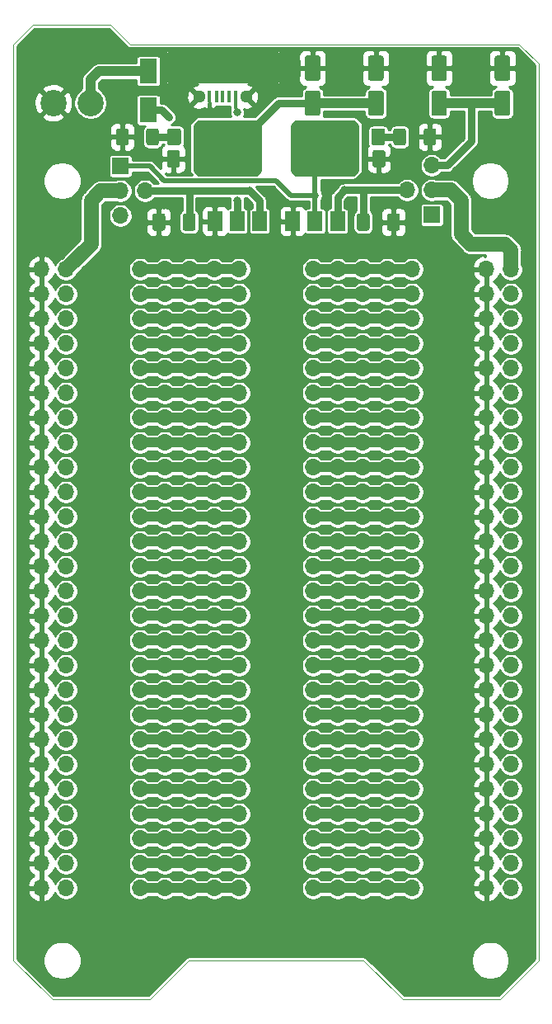
<source format=gbr>
%TF.GenerationSoftware,KiCad,Pcbnew,(5.1.7)-1*%
%TF.CreationDate,2021-03-20T22:36:42+01:00*%
%TF.ProjectId,MicroBBPS,4d696372-6f42-4425-9053-2e6b69636164,rev?*%
%TF.SameCoordinates,Original*%
%TF.FileFunction,Copper,L1,Top*%
%TF.FilePolarity,Positive*%
%FSLAX46Y46*%
G04 Gerber Fmt 4.6, Leading zero omitted, Abs format (unit mm)*
G04 Created by KiCad (PCBNEW (5.1.7)-1) date 2021-03-20 22:36:42*
%MOMM*%
%LPD*%
G01*
G04 APERTURE LIST*
%TA.AperFunction,Profile*%
%ADD10C,0.050000*%
%TD*%
%TA.AperFunction,EtchedComponent*%
%ADD11C,1.000000*%
%TD*%
%TA.AperFunction,ComponentPad*%
%ADD12O,1.700000X1.700000*%
%TD*%
%TA.AperFunction,SMDPad,CuDef*%
%ADD13R,3.800000X2.000000*%
%TD*%
%TA.AperFunction,SMDPad,CuDef*%
%ADD14R,1.500000X2.000000*%
%TD*%
%TA.AperFunction,ComponentPad*%
%ADD15R,1.700000X1.700000*%
%TD*%
%TA.AperFunction,ComponentPad*%
%ADD16C,2.700000*%
%TD*%
%TA.AperFunction,ComponentPad*%
%ADD17O,1.100000X1.800000*%
%TD*%
%TA.AperFunction,SMDPad,CuDef*%
%ADD18R,0.400000X1.250000*%
%TD*%
%TA.AperFunction,ComponentPad*%
%ADD19C,1.290000*%
%TD*%
%TA.AperFunction,SMDPad,CuDef*%
%ADD20R,1.800000X2.500000*%
%TD*%
%TA.AperFunction,ViaPad*%
%ADD21C,0.800000*%
%TD*%
%TA.AperFunction,Conductor*%
%ADD22C,0.750000*%
%TD*%
%TA.AperFunction,Conductor*%
%ADD23C,1.000000*%
%TD*%
%TA.AperFunction,Conductor*%
%ADD24C,0.250000*%
%TD*%
%TA.AperFunction,Conductor*%
%ADD25C,0.500000*%
%TD*%
%TA.AperFunction,Conductor*%
%ADD26C,0.350000*%
%TD*%
%TA.AperFunction,Conductor*%
%ADD27C,1.500000*%
%TD*%
%TA.AperFunction,Conductor*%
%ADD28C,0.254000*%
%TD*%
%TA.AperFunction,Conductor*%
%ADD29C,0.100000*%
%TD*%
G04 APERTURE END LIST*
D10*
X12000000Y-2000000D02*
X10000000Y0D01*
X0Y-2000000D02*
X2000000Y0D01*
X0Y-96000000D02*
X0Y-2000000D01*
X4000000Y-100000000D02*
X0Y-96000000D01*
X14000000Y-100000000D02*
X4000000Y-100000000D01*
X18000000Y-96000000D02*
X14000000Y-100000000D01*
X36000000Y-96000000D02*
X18000000Y-96000000D01*
X40000000Y-100000000D02*
X36000000Y-96000000D01*
X50000000Y-100000000D02*
X40000000Y-100000000D01*
X54000000Y-96000000D02*
X50000000Y-100000000D01*
X54000000Y-4000000D02*
X54000000Y-96000000D01*
X52000000Y-2000000D02*
X54000000Y-4000000D01*
X12000000Y-2000000D02*
X52000000Y-2000000D01*
X2000000Y0D02*
X10000000Y0D01*
D11*
%TO.C,J1*%
X40970000Y-35240000D02*
X30810000Y-35240000D01*
X13030000Y-35240000D02*
X23190000Y-35240000D01*
X40970000Y-32700000D02*
X30810000Y-32700000D01*
X13030000Y-32700000D02*
X23190000Y-32700000D01*
X40970000Y-30160000D02*
X30810000Y-30160000D01*
X13030000Y-30160000D02*
X23190000Y-30160000D01*
X40970000Y-27620000D02*
X30810000Y-27620000D01*
X13030000Y-27620000D02*
X23190000Y-27620000D01*
X40970000Y-25080000D02*
X30810000Y-25080000D01*
X13030000Y-25080000D02*
X23190000Y-25080000D01*
X40970000Y-37780000D02*
X30810000Y-37780000D01*
X13030000Y-37780000D02*
X23190000Y-37780000D01*
X40970000Y-40320000D02*
X30810000Y-40320000D01*
X13030000Y-40320000D02*
X23190000Y-40320000D01*
X40970000Y-42860000D02*
X30810000Y-42860000D01*
X13030000Y-42860000D02*
X23190000Y-42860000D01*
X40970000Y-45400000D02*
X30810000Y-45400000D01*
X13030000Y-45400000D02*
X23190000Y-45400000D01*
X40970000Y-47940000D02*
X30810000Y-47940000D01*
X13030000Y-47940000D02*
X23190000Y-47940000D01*
X40970000Y-50480000D02*
X30810000Y-50480000D01*
X13030000Y-50480000D02*
X23190000Y-50480000D01*
X40970000Y-53020000D02*
X30810000Y-53020000D01*
X13030000Y-53020000D02*
X23190000Y-53020000D01*
X40970000Y-55560000D02*
X30810000Y-55560000D01*
X13030000Y-55560000D02*
X23190000Y-55560000D01*
X40970000Y-58100000D02*
X30810000Y-58100000D01*
X13030000Y-58100000D02*
X23190000Y-58100000D01*
X40970000Y-60640000D02*
X30810000Y-60640000D01*
X13030000Y-60640000D02*
X23190000Y-60640000D01*
X40970000Y-63180000D02*
X30810000Y-63180000D01*
X13030000Y-63180000D02*
X23190000Y-63180000D01*
X40970000Y-65720000D02*
X30810000Y-65720000D01*
X13030000Y-65720000D02*
X23190000Y-65720000D01*
X40970000Y-68260000D02*
X30810000Y-68260000D01*
X13030000Y-68260000D02*
X23190000Y-68260000D01*
X40970000Y-70800000D02*
X30810000Y-70800000D01*
X13030000Y-70800000D02*
X23190000Y-70800000D01*
X40970000Y-73340000D02*
X30810000Y-73340000D01*
X13030000Y-73340000D02*
X23190000Y-73340000D01*
X40970000Y-75880000D02*
X30810000Y-75880000D01*
X13030000Y-75880000D02*
X23190000Y-75880000D01*
X40970000Y-78420000D02*
X30810000Y-78420000D01*
X13030000Y-78420000D02*
X23190000Y-78420000D01*
X40970000Y-80960000D02*
X30810000Y-80960000D01*
X13030000Y-80960000D02*
X23190000Y-80960000D01*
X40970000Y-83500000D02*
X30810000Y-83500000D01*
X13030000Y-83500000D02*
X23190000Y-83500000D01*
X40970000Y-86040000D02*
X30810000Y-86040000D01*
X13030000Y-86040000D02*
X23190000Y-86040000D01*
X40970000Y-88580000D02*
X30810000Y-88580000D01*
X13030000Y-88580000D02*
X23190000Y-88580000D01*
%TD*%
D12*
%TO.P,J1,4*%
%TO.N,Net-(J1-Pad4)*%
X33350000Y-88580000D03*
%TO.P,J1,5*%
%TO.N,GND*%
X48590000Y-88580000D03*
%TO.P,J1,4*%
%TO.N,Net-(J1-Pad4)*%
X38430000Y-88580000D03*
X35890000Y-88580000D03*
X30810000Y-88580000D03*
X40970000Y-88580000D03*
%TO.P,J1,2*%
%TO.N,/VoutLeft*%
X5410000Y-88580000D03*
%TO.P,J1,1*%
%TO.N,GND*%
X2870000Y-88580000D03*
%TO.P,J1,6*%
%TO.N,/VoutRight*%
X51130000Y-88580000D03*
%TO.P,J1,3*%
%TO.N,Net-(J1-Pad3)*%
X23190000Y-88580000D03*
X13030000Y-88580000D03*
X15570000Y-88580000D03*
X20650000Y-88580000D03*
X18110000Y-88580000D03*
%TO.P,J1,4*%
%TO.N,Net-(J1-Pad4)*%
X33350000Y-86040000D03*
%TO.P,J1,5*%
%TO.N,GND*%
X48590000Y-86040000D03*
%TO.P,J1,4*%
%TO.N,Net-(J1-Pad4)*%
X38430000Y-86040000D03*
X35890000Y-86040000D03*
X30810000Y-86040000D03*
X40970000Y-86040000D03*
%TO.P,J1,2*%
%TO.N,/VoutLeft*%
X5410000Y-86040000D03*
%TO.P,J1,1*%
%TO.N,GND*%
X2870000Y-86040000D03*
%TO.P,J1,6*%
%TO.N,/VoutRight*%
X51130000Y-86040000D03*
%TO.P,J1,3*%
%TO.N,Net-(J1-Pad3)*%
X23190000Y-86040000D03*
X13030000Y-86040000D03*
X15570000Y-86040000D03*
X20650000Y-86040000D03*
X18110000Y-86040000D03*
%TO.P,J1,4*%
%TO.N,Net-(J1-Pad4)*%
X33350000Y-83500000D03*
%TO.P,J1,5*%
%TO.N,GND*%
X48590000Y-83500000D03*
%TO.P,J1,4*%
%TO.N,Net-(J1-Pad4)*%
X38430000Y-83500000D03*
X35890000Y-83500000D03*
X30810000Y-83500000D03*
X40970000Y-83500000D03*
%TO.P,J1,2*%
%TO.N,/VoutLeft*%
X5410000Y-83500000D03*
%TO.P,J1,1*%
%TO.N,GND*%
X2870000Y-83500000D03*
%TO.P,J1,6*%
%TO.N,/VoutRight*%
X51130000Y-83500000D03*
%TO.P,J1,3*%
%TO.N,Net-(J1-Pad3)*%
X23190000Y-83500000D03*
X13030000Y-83500000D03*
X15570000Y-83500000D03*
X20650000Y-83500000D03*
X18110000Y-83500000D03*
%TO.P,J1,4*%
%TO.N,Net-(J1-Pad4)*%
X33350000Y-80960000D03*
%TO.P,J1,5*%
%TO.N,GND*%
X48590000Y-80960000D03*
%TO.P,J1,4*%
%TO.N,Net-(J1-Pad4)*%
X38430000Y-80960000D03*
X35890000Y-80960000D03*
X30810000Y-80960000D03*
X40970000Y-80960000D03*
%TO.P,J1,2*%
%TO.N,/VoutLeft*%
X5410000Y-80960000D03*
%TO.P,J1,1*%
%TO.N,GND*%
X2870000Y-80960000D03*
%TO.P,J1,6*%
%TO.N,/VoutRight*%
X51130000Y-80960000D03*
%TO.P,J1,3*%
%TO.N,Net-(J1-Pad3)*%
X23190000Y-80960000D03*
X13030000Y-80960000D03*
X15570000Y-80960000D03*
X20650000Y-80960000D03*
X18110000Y-80960000D03*
%TO.P,J1,4*%
%TO.N,Net-(J1-Pad4)*%
X33350000Y-78420000D03*
%TO.P,J1,5*%
%TO.N,GND*%
X48590000Y-78420000D03*
%TO.P,J1,4*%
%TO.N,Net-(J1-Pad4)*%
X38430000Y-78420000D03*
X35890000Y-78420000D03*
X30810000Y-78420000D03*
X40970000Y-78420000D03*
%TO.P,J1,2*%
%TO.N,/VoutLeft*%
X5410000Y-78420000D03*
%TO.P,J1,1*%
%TO.N,GND*%
X2870000Y-78420000D03*
%TO.P,J1,6*%
%TO.N,/VoutRight*%
X51130000Y-78420000D03*
%TO.P,J1,3*%
%TO.N,Net-(J1-Pad3)*%
X23190000Y-78420000D03*
X13030000Y-78420000D03*
X15570000Y-78420000D03*
X20650000Y-78420000D03*
X18110000Y-78420000D03*
%TO.P,J1,4*%
%TO.N,Net-(J1-Pad4)*%
X33350000Y-75880000D03*
%TO.P,J1,5*%
%TO.N,GND*%
X48590000Y-75880000D03*
%TO.P,J1,4*%
%TO.N,Net-(J1-Pad4)*%
X38430000Y-75880000D03*
X35890000Y-75880000D03*
X30810000Y-75880000D03*
X40970000Y-75880000D03*
%TO.P,J1,2*%
%TO.N,/VoutLeft*%
X5410000Y-75880000D03*
%TO.P,J1,1*%
%TO.N,GND*%
X2870000Y-75880000D03*
%TO.P,J1,6*%
%TO.N,/VoutRight*%
X51130000Y-75880000D03*
%TO.P,J1,3*%
%TO.N,Net-(J1-Pad3)*%
X23190000Y-75880000D03*
X13030000Y-75880000D03*
X15570000Y-75880000D03*
X20650000Y-75880000D03*
X18110000Y-75880000D03*
%TO.P,J1,4*%
%TO.N,Net-(J1-Pad4)*%
X33350000Y-73340000D03*
%TO.P,J1,5*%
%TO.N,GND*%
X48590000Y-73340000D03*
%TO.P,J1,4*%
%TO.N,Net-(J1-Pad4)*%
X38430000Y-73340000D03*
X35890000Y-73340000D03*
X30810000Y-73340000D03*
X40970000Y-73340000D03*
%TO.P,J1,2*%
%TO.N,/VoutLeft*%
X5410000Y-73340000D03*
%TO.P,J1,1*%
%TO.N,GND*%
X2870000Y-73340000D03*
%TO.P,J1,6*%
%TO.N,/VoutRight*%
X51130000Y-73340000D03*
%TO.P,J1,3*%
%TO.N,Net-(J1-Pad3)*%
X23190000Y-73340000D03*
X13030000Y-73340000D03*
X15570000Y-73340000D03*
X20650000Y-73340000D03*
X18110000Y-73340000D03*
%TO.P,J1,4*%
%TO.N,Net-(J1-Pad4)*%
X33350000Y-70800000D03*
%TO.P,J1,5*%
%TO.N,GND*%
X48590000Y-70800000D03*
%TO.P,J1,4*%
%TO.N,Net-(J1-Pad4)*%
X38430000Y-70800000D03*
X35890000Y-70800000D03*
X30810000Y-70800000D03*
X40970000Y-70800000D03*
%TO.P,J1,2*%
%TO.N,/VoutLeft*%
X5410000Y-70800000D03*
%TO.P,J1,1*%
%TO.N,GND*%
X2870000Y-70800000D03*
%TO.P,J1,6*%
%TO.N,/VoutRight*%
X51130000Y-70800000D03*
%TO.P,J1,3*%
%TO.N,Net-(J1-Pad3)*%
X23190000Y-70800000D03*
X13030000Y-70800000D03*
X15570000Y-70800000D03*
X20650000Y-70800000D03*
X18110000Y-70800000D03*
%TO.P,J1,4*%
%TO.N,Net-(J1-Pad4)*%
X33350000Y-68260000D03*
%TO.P,J1,5*%
%TO.N,GND*%
X48590000Y-68260000D03*
%TO.P,J1,4*%
%TO.N,Net-(J1-Pad4)*%
X38430000Y-68260000D03*
X35890000Y-68260000D03*
X30810000Y-68260000D03*
X40970000Y-68260000D03*
%TO.P,J1,2*%
%TO.N,/VoutLeft*%
X5410000Y-68260000D03*
%TO.P,J1,1*%
%TO.N,GND*%
X2870000Y-68260000D03*
%TO.P,J1,6*%
%TO.N,/VoutRight*%
X51130000Y-68260000D03*
%TO.P,J1,3*%
%TO.N,Net-(J1-Pad3)*%
X23190000Y-68260000D03*
X13030000Y-68260000D03*
X15570000Y-68260000D03*
X20650000Y-68260000D03*
X18110000Y-68260000D03*
%TO.P,J1,4*%
%TO.N,Net-(J1-Pad4)*%
X33350000Y-65720000D03*
%TO.P,J1,5*%
%TO.N,GND*%
X48590000Y-65720000D03*
%TO.P,J1,4*%
%TO.N,Net-(J1-Pad4)*%
X38430000Y-65720000D03*
X35890000Y-65720000D03*
X30810000Y-65720000D03*
X40970000Y-65720000D03*
%TO.P,J1,2*%
%TO.N,/VoutLeft*%
X5410000Y-65720000D03*
%TO.P,J1,1*%
%TO.N,GND*%
X2870000Y-65720000D03*
%TO.P,J1,6*%
%TO.N,/VoutRight*%
X51130000Y-65720000D03*
%TO.P,J1,3*%
%TO.N,Net-(J1-Pad3)*%
X23190000Y-65720000D03*
X13030000Y-65720000D03*
X15570000Y-65720000D03*
X20650000Y-65720000D03*
X18110000Y-65720000D03*
%TO.P,J1,4*%
%TO.N,Net-(J1-Pad4)*%
X33350000Y-63180000D03*
%TO.P,J1,5*%
%TO.N,GND*%
X48590000Y-63180000D03*
%TO.P,J1,4*%
%TO.N,Net-(J1-Pad4)*%
X38430000Y-63180000D03*
X35890000Y-63180000D03*
X30810000Y-63180000D03*
X40970000Y-63180000D03*
%TO.P,J1,2*%
%TO.N,/VoutLeft*%
X5410000Y-63180000D03*
%TO.P,J1,1*%
%TO.N,GND*%
X2870000Y-63180000D03*
%TO.P,J1,6*%
%TO.N,/VoutRight*%
X51130000Y-63180000D03*
%TO.P,J1,3*%
%TO.N,Net-(J1-Pad3)*%
X23190000Y-63180000D03*
X13030000Y-63180000D03*
X15570000Y-63180000D03*
X20650000Y-63180000D03*
X18110000Y-63180000D03*
%TO.P,J1,4*%
%TO.N,Net-(J1-Pad4)*%
X33350000Y-60640000D03*
%TO.P,J1,5*%
%TO.N,GND*%
X48590000Y-60640000D03*
%TO.P,J1,4*%
%TO.N,Net-(J1-Pad4)*%
X38430000Y-60640000D03*
X35890000Y-60640000D03*
X30810000Y-60640000D03*
X40970000Y-60640000D03*
%TO.P,J1,2*%
%TO.N,/VoutLeft*%
X5410000Y-60640000D03*
%TO.P,J1,1*%
%TO.N,GND*%
X2870000Y-60640000D03*
%TO.P,J1,6*%
%TO.N,/VoutRight*%
X51130000Y-60640000D03*
%TO.P,J1,3*%
%TO.N,Net-(J1-Pad3)*%
X23190000Y-60640000D03*
X13030000Y-60640000D03*
X15570000Y-60640000D03*
X20650000Y-60640000D03*
X18110000Y-60640000D03*
%TO.P,J1,4*%
%TO.N,Net-(J1-Pad4)*%
X33350000Y-58100000D03*
%TO.P,J1,5*%
%TO.N,GND*%
X48590000Y-58100000D03*
%TO.P,J1,4*%
%TO.N,Net-(J1-Pad4)*%
X38430000Y-58100000D03*
X35890000Y-58100000D03*
X30810000Y-58100000D03*
X40970000Y-58100000D03*
%TO.P,J1,2*%
%TO.N,/VoutLeft*%
X5410000Y-58100000D03*
%TO.P,J1,1*%
%TO.N,GND*%
X2870000Y-58100000D03*
%TO.P,J1,6*%
%TO.N,/VoutRight*%
X51130000Y-58100000D03*
%TO.P,J1,3*%
%TO.N,Net-(J1-Pad3)*%
X23190000Y-58100000D03*
X13030000Y-58100000D03*
X15570000Y-58100000D03*
X20650000Y-58100000D03*
X18110000Y-58100000D03*
%TO.P,J1,4*%
%TO.N,Net-(J1-Pad4)*%
X33350000Y-55560000D03*
%TO.P,J1,5*%
%TO.N,GND*%
X48590000Y-55560000D03*
%TO.P,J1,4*%
%TO.N,Net-(J1-Pad4)*%
X38430000Y-55560000D03*
X35890000Y-55560000D03*
X30810000Y-55560000D03*
X40970000Y-55560000D03*
%TO.P,J1,2*%
%TO.N,/VoutLeft*%
X5410000Y-55560000D03*
%TO.P,J1,1*%
%TO.N,GND*%
X2870000Y-55560000D03*
%TO.P,J1,6*%
%TO.N,/VoutRight*%
X51130000Y-55560000D03*
%TO.P,J1,3*%
%TO.N,Net-(J1-Pad3)*%
X23190000Y-55560000D03*
X13030000Y-55560000D03*
X15570000Y-55560000D03*
X20650000Y-55560000D03*
X18110000Y-55560000D03*
%TO.P,J1,4*%
%TO.N,Net-(J1-Pad4)*%
X33350000Y-53020000D03*
%TO.P,J1,5*%
%TO.N,GND*%
X48590000Y-53020000D03*
%TO.P,J1,4*%
%TO.N,Net-(J1-Pad4)*%
X38430000Y-53020000D03*
X35890000Y-53020000D03*
X30810000Y-53020000D03*
X40970000Y-53020000D03*
%TO.P,J1,2*%
%TO.N,/VoutLeft*%
X5410000Y-53020000D03*
%TO.P,J1,1*%
%TO.N,GND*%
X2870000Y-53020000D03*
%TO.P,J1,6*%
%TO.N,/VoutRight*%
X51130000Y-53020000D03*
%TO.P,J1,3*%
%TO.N,Net-(J1-Pad3)*%
X23190000Y-53020000D03*
X13030000Y-53020000D03*
X15570000Y-53020000D03*
X20650000Y-53020000D03*
X18110000Y-53020000D03*
%TO.P,J1,4*%
%TO.N,Net-(J1-Pad4)*%
X33350000Y-50480000D03*
%TO.P,J1,5*%
%TO.N,GND*%
X48590000Y-50480000D03*
%TO.P,J1,4*%
%TO.N,Net-(J1-Pad4)*%
X38430000Y-50480000D03*
X35890000Y-50480000D03*
X30810000Y-50480000D03*
X40970000Y-50480000D03*
%TO.P,J1,2*%
%TO.N,/VoutLeft*%
X5410000Y-50480000D03*
%TO.P,J1,1*%
%TO.N,GND*%
X2870000Y-50480000D03*
%TO.P,J1,6*%
%TO.N,/VoutRight*%
X51130000Y-50480000D03*
%TO.P,J1,3*%
%TO.N,Net-(J1-Pad3)*%
X23190000Y-50480000D03*
X13030000Y-50480000D03*
X15570000Y-50480000D03*
X20650000Y-50480000D03*
X18110000Y-50480000D03*
%TO.P,J1,4*%
%TO.N,Net-(J1-Pad4)*%
X33350000Y-47940000D03*
%TO.P,J1,5*%
%TO.N,GND*%
X48590000Y-47940000D03*
%TO.P,J1,4*%
%TO.N,Net-(J1-Pad4)*%
X38430000Y-47940000D03*
X35890000Y-47940000D03*
X30810000Y-47940000D03*
X40970000Y-47940000D03*
%TO.P,J1,2*%
%TO.N,/VoutLeft*%
X5410000Y-47940000D03*
%TO.P,J1,1*%
%TO.N,GND*%
X2870000Y-47940000D03*
%TO.P,J1,6*%
%TO.N,/VoutRight*%
X51130000Y-47940000D03*
%TO.P,J1,3*%
%TO.N,Net-(J1-Pad3)*%
X23190000Y-47940000D03*
X13030000Y-47940000D03*
X15570000Y-47940000D03*
X20650000Y-47940000D03*
X18110000Y-47940000D03*
%TO.P,J1,4*%
%TO.N,Net-(J1-Pad4)*%
X33350000Y-45400000D03*
%TO.P,J1,5*%
%TO.N,GND*%
X48590000Y-45400000D03*
%TO.P,J1,4*%
%TO.N,Net-(J1-Pad4)*%
X38430000Y-45400000D03*
X35890000Y-45400000D03*
X30810000Y-45400000D03*
X40970000Y-45400000D03*
%TO.P,J1,2*%
%TO.N,/VoutLeft*%
X5410000Y-45400000D03*
%TO.P,J1,1*%
%TO.N,GND*%
X2870000Y-45400000D03*
%TO.P,J1,6*%
%TO.N,/VoutRight*%
X51130000Y-45400000D03*
%TO.P,J1,3*%
%TO.N,Net-(J1-Pad3)*%
X23190000Y-45400000D03*
X13030000Y-45400000D03*
X15570000Y-45400000D03*
X20650000Y-45400000D03*
X18110000Y-45400000D03*
%TO.P,J1,4*%
%TO.N,Net-(J1-Pad4)*%
X33350000Y-42860000D03*
%TO.P,J1,5*%
%TO.N,GND*%
X48590000Y-42860000D03*
%TO.P,J1,4*%
%TO.N,Net-(J1-Pad4)*%
X38430000Y-42860000D03*
X35890000Y-42860000D03*
X30810000Y-42860000D03*
X40970000Y-42860000D03*
%TO.P,J1,2*%
%TO.N,/VoutLeft*%
X5410000Y-42860000D03*
%TO.P,J1,1*%
%TO.N,GND*%
X2870000Y-42860000D03*
%TO.P,J1,6*%
%TO.N,/VoutRight*%
X51130000Y-42860000D03*
%TO.P,J1,3*%
%TO.N,Net-(J1-Pad3)*%
X23190000Y-42860000D03*
X13030000Y-42860000D03*
X15570000Y-42860000D03*
X20650000Y-42860000D03*
X18110000Y-42860000D03*
%TO.P,J1,4*%
%TO.N,Net-(J1-Pad4)*%
X33350000Y-40320000D03*
%TO.P,J1,5*%
%TO.N,GND*%
X48590000Y-40320000D03*
%TO.P,J1,4*%
%TO.N,Net-(J1-Pad4)*%
X38430000Y-40320000D03*
X35890000Y-40320000D03*
X30810000Y-40320000D03*
X40970000Y-40320000D03*
%TO.P,J1,2*%
%TO.N,/VoutLeft*%
X5410000Y-40320000D03*
%TO.P,J1,1*%
%TO.N,GND*%
X2870000Y-40320000D03*
%TO.P,J1,6*%
%TO.N,/VoutRight*%
X51130000Y-40320000D03*
%TO.P,J1,3*%
%TO.N,Net-(J1-Pad3)*%
X23190000Y-40320000D03*
X13030000Y-40320000D03*
X15570000Y-40320000D03*
X20650000Y-40320000D03*
X18110000Y-40320000D03*
%TO.P,J1,4*%
%TO.N,Net-(J1-Pad4)*%
X33350000Y-37780000D03*
%TO.P,J1,5*%
%TO.N,GND*%
X48590000Y-37780000D03*
%TO.P,J1,4*%
%TO.N,Net-(J1-Pad4)*%
X38430000Y-37780000D03*
X35890000Y-37780000D03*
X30810000Y-37780000D03*
X40970000Y-37780000D03*
%TO.P,J1,2*%
%TO.N,/VoutLeft*%
X5410000Y-37780000D03*
%TO.P,J1,1*%
%TO.N,GND*%
X2870000Y-37780000D03*
%TO.P,J1,6*%
%TO.N,/VoutRight*%
X51130000Y-37780000D03*
%TO.P,J1,3*%
%TO.N,Net-(J1-Pad3)*%
X23190000Y-37780000D03*
X13030000Y-37780000D03*
X15570000Y-37780000D03*
X20650000Y-37780000D03*
X18110000Y-37780000D03*
%TO.P,J1,4*%
%TO.N,Net-(J1-Pad4)*%
X33350000Y-25080000D03*
%TO.P,J1,5*%
%TO.N,GND*%
X48590000Y-25080000D03*
%TO.P,J1,4*%
%TO.N,Net-(J1-Pad4)*%
X38430000Y-25080000D03*
X35890000Y-25080000D03*
X30810000Y-25080000D03*
X40970000Y-25080000D03*
%TO.P,J1,2*%
%TO.N,/VoutLeft*%
X5410000Y-25080000D03*
%TO.P,J1,1*%
%TO.N,GND*%
X2870000Y-25080000D03*
%TO.P,J1,6*%
%TO.N,/VoutRight*%
X51130000Y-25080000D03*
%TO.P,J1,3*%
%TO.N,Net-(J1-Pad3)*%
X23190000Y-25080000D03*
X13030000Y-25080000D03*
X15570000Y-25080000D03*
X20650000Y-25080000D03*
X18110000Y-25080000D03*
%TO.P,J1,4*%
%TO.N,Net-(J1-Pad4)*%
X33350000Y-27620000D03*
%TO.P,J1,5*%
%TO.N,GND*%
X48590000Y-27620000D03*
%TO.P,J1,4*%
%TO.N,Net-(J1-Pad4)*%
X38430000Y-27620000D03*
X35890000Y-27620000D03*
X30810000Y-27620000D03*
X40970000Y-27620000D03*
%TO.P,J1,2*%
%TO.N,/VoutLeft*%
X5410000Y-27620000D03*
%TO.P,J1,1*%
%TO.N,GND*%
X2870000Y-27620000D03*
%TO.P,J1,6*%
%TO.N,/VoutRight*%
X51130000Y-27620000D03*
%TO.P,J1,3*%
%TO.N,Net-(J1-Pad3)*%
X23190000Y-27620000D03*
X13030000Y-27620000D03*
X15570000Y-27620000D03*
X20650000Y-27620000D03*
X18110000Y-27620000D03*
%TO.P,J1,4*%
%TO.N,Net-(J1-Pad4)*%
X33350000Y-30160000D03*
%TO.P,J1,5*%
%TO.N,GND*%
X48590000Y-30160000D03*
%TO.P,J1,4*%
%TO.N,Net-(J1-Pad4)*%
X38430000Y-30160000D03*
X35890000Y-30160000D03*
X30810000Y-30160000D03*
X40970000Y-30160000D03*
%TO.P,J1,2*%
%TO.N,/VoutLeft*%
X5410000Y-30160000D03*
%TO.P,J1,1*%
%TO.N,GND*%
X2870000Y-30160000D03*
%TO.P,J1,6*%
%TO.N,/VoutRight*%
X51130000Y-30160000D03*
%TO.P,J1,3*%
%TO.N,Net-(J1-Pad3)*%
X23190000Y-30160000D03*
X13030000Y-30160000D03*
X15570000Y-30160000D03*
X20650000Y-30160000D03*
X18110000Y-30160000D03*
%TO.P,J1,4*%
%TO.N,Net-(J1-Pad4)*%
X33350000Y-32700000D03*
%TO.P,J1,5*%
%TO.N,GND*%
X48590000Y-32700000D03*
%TO.P,J1,4*%
%TO.N,Net-(J1-Pad4)*%
X38430000Y-32700000D03*
X35890000Y-32700000D03*
X30810000Y-32700000D03*
X40970000Y-32700000D03*
%TO.P,J1,2*%
%TO.N,/VoutLeft*%
X5410000Y-32700000D03*
%TO.P,J1,1*%
%TO.N,GND*%
X2870000Y-32700000D03*
%TO.P,J1,6*%
%TO.N,/VoutRight*%
X51130000Y-32700000D03*
%TO.P,J1,3*%
%TO.N,Net-(J1-Pad3)*%
X23190000Y-32700000D03*
X13030000Y-32700000D03*
X15570000Y-32700000D03*
X20650000Y-32700000D03*
X18110000Y-32700000D03*
%TO.P,J1,4*%
%TO.N,Net-(J1-Pad4)*%
X33350000Y-35240000D03*
%TO.P,J1,5*%
%TO.N,GND*%
X48590000Y-35240000D03*
%TO.P,J1,4*%
%TO.N,Net-(J1-Pad4)*%
X38430000Y-35240000D03*
X35890000Y-35240000D03*
X30810000Y-35240000D03*
X40970000Y-35240000D03*
%TO.P,J1,2*%
%TO.N,/VoutLeft*%
X5410000Y-35240000D03*
%TO.P,J1,1*%
%TO.N,GND*%
X2870000Y-35240000D03*
%TO.P,J1,6*%
%TO.N,/VoutRight*%
X51130000Y-35240000D03*
%TO.P,J1,3*%
%TO.N,Net-(J1-Pad3)*%
X23190000Y-35240000D03*
X13030000Y-35240000D03*
X15570000Y-35240000D03*
X20650000Y-35240000D03*
X18110000Y-35240000D03*
%TD*%
D13*
%TO.P,U3,2*%
%TO.N,+3V3*%
X23000000Y-13850000D03*
D14*
X23000000Y-20150000D03*
%TO.P,U3,3*%
%TO.N,VS*%
X25300000Y-20150000D03*
%TO.P,U3,1*%
%TO.N,GND*%
X20700000Y-20150000D03*
%TD*%
D13*
%TO.P,U1,2*%
%TO.N,+5V*%
X31000000Y-13850000D03*
D14*
X31000000Y-20150000D03*
%TO.P,U1,3*%
%TO.N,VS*%
X33300000Y-20150000D03*
%TO.P,U1,1*%
%TO.N,GND*%
X28700000Y-20150000D03*
%TD*%
%TO.P,R2,1*%
%TO.N,Net-(D1-Pad1)*%
%TA.AperFunction,SMDPad,CuDef*%
G36*
G01*
X14950000Y-10875000D02*
X14950000Y-12125000D01*
G75*
G02*
X14700000Y-12375000I-250000J0D01*
G01*
X13900000Y-12375000D01*
G75*
G02*
X13650000Y-12125000I0J250000D01*
G01*
X13650000Y-10875000D01*
G75*
G02*
X13900000Y-10625000I250000J0D01*
G01*
X14700000Y-10625000D01*
G75*
G02*
X14950000Y-10875000I0J-250000D01*
G01*
G37*
%TD.AperFunction*%
%TO.P,R2,2*%
%TO.N,GND*%
%TA.AperFunction,SMDPad,CuDef*%
G36*
G01*
X11850000Y-10875000D02*
X11850000Y-12125000D01*
G75*
G02*
X11600000Y-12375000I-250000J0D01*
G01*
X10800000Y-12375000D01*
G75*
G02*
X10550000Y-12125000I0J250000D01*
G01*
X10550000Y-10875000D01*
G75*
G02*
X10800000Y-10625000I250000J0D01*
G01*
X11600000Y-10625000D01*
G75*
G02*
X11850000Y-10875000I0J-250000D01*
G01*
G37*
%TD.AperFunction*%
%TD*%
%TO.P,R1,1*%
%TO.N,Net-(D3-Pad1)*%
%TA.AperFunction,SMDPad,CuDef*%
G36*
G01*
X39050000Y-12125000D02*
X39050000Y-10875000D01*
G75*
G02*
X39300000Y-10625000I250000J0D01*
G01*
X40100000Y-10625000D01*
G75*
G02*
X40350000Y-10875000I0J-250000D01*
G01*
X40350000Y-12125000D01*
G75*
G02*
X40100000Y-12375000I-250000J0D01*
G01*
X39300000Y-12375000D01*
G75*
G02*
X39050000Y-12125000I0J250000D01*
G01*
G37*
%TD.AperFunction*%
%TO.P,R1,2*%
%TO.N,GND*%
%TA.AperFunction,SMDPad,CuDef*%
G36*
G01*
X42150000Y-12125000D02*
X42150000Y-10875000D01*
G75*
G02*
X42400000Y-10625000I250000J0D01*
G01*
X43200000Y-10625000D01*
G75*
G02*
X43450000Y-10875000I0J-250000D01*
G01*
X43450000Y-12125000D01*
G75*
G02*
X43200000Y-12375000I-250000J0D01*
G01*
X42400000Y-12375000D01*
G75*
G02*
X42150000Y-12125000I0J250000D01*
G01*
G37*
%TD.AperFunction*%
%TD*%
D15*
%TO.P,J9,1*%
%TO.N,+5V*%
X11000000Y-14500000D03*
D12*
%TO.P,J9,2*%
%TO.N,/VoutLeft*%
X11000000Y-17040000D03*
%TO.P,J9,4*%
%TO.N,VS*%
X13540000Y-17040000D03*
%TO.P,J9,3*%
%TO.N,+3V3*%
X11000000Y-19580000D03*
%TD*%
D15*
%TO.P,J8,1*%
%TO.N,+3V3*%
X43000000Y-19500000D03*
D12*
%TO.P,J8,2*%
%TO.N,/VoutRight*%
X43000000Y-16960000D03*
%TO.P,J8,4*%
%TO.N,VS*%
X40460000Y-16960000D03*
%TO.P,J8,3*%
%TO.N,+5V*%
X43000000Y-14420000D03*
%TD*%
D16*
%TO.P,J5,1*%
%TO.N,Net-(D2-Pad2)*%
X7905000Y-8000000D03*
%TO.P,J5,2*%
%TO.N,GND*%
X4095000Y-8000000D03*
%TD*%
D17*
%TO.P,J2,6*%
%TO.N,GND*%
X17900000Y-4600000D03*
%TA.AperFunction,SMDPad,CuDef*%
G36*
G01*
X23000000Y-4100000D02*
X23000000Y-5100000D01*
G75*
G02*
X22500000Y-5600000I-500000J0D01*
G01*
X20500000Y-5600000D01*
G75*
G02*
X20000000Y-5100000I0J500000D01*
G01*
X20000000Y-4100000D01*
G75*
G02*
X20500000Y-3600000I500000J0D01*
G01*
X22500000Y-3600000D01*
G75*
G02*
X23000000Y-4100000I0J-500000D01*
G01*
G37*
%TD.AperFunction*%
D18*
%TO.P,J2,5*%
X20150000Y-7400000D03*
%TO.P,J2,4*%
%TO.N,Net-(J2-Pad4)*%
X20850000Y-7400000D03*
%TO.P,J2,3*%
%TO.N,/USB_Conn_D+*%
X21500000Y-7400000D03*
%TO.P,J2,2*%
%TO.N,/USB_Conn_D-*%
X22150000Y-7400000D03*
%TO.P,J2,1*%
%TO.N,+5V*%
X22800000Y-7400000D03*
D19*
%TO.P,J2,6*%
%TO.N,GND*%
X19075000Y-7400000D03*
X23925000Y-7400000D03*
D17*
X17900000Y-4600000D03*
X25100000Y-4600000D03*
%TD*%
%TO.P,D3,1*%
%TO.N,Net-(D3-Pad1)*%
%TA.AperFunction,SMDPad,CuDef*%
G36*
G01*
X38200000Y-10875000D02*
X38200000Y-12125000D01*
G75*
G02*
X37950000Y-12375000I-250000J0D01*
G01*
X37025000Y-12375000D01*
G75*
G02*
X36775000Y-12125000I0J250000D01*
G01*
X36775000Y-10875000D01*
G75*
G02*
X37025000Y-10625000I250000J0D01*
G01*
X37950000Y-10625000D01*
G75*
G02*
X38200000Y-10875000I0J-250000D01*
G01*
G37*
%TD.AperFunction*%
%TO.P,D3,2*%
%TO.N,+5V*%
%TA.AperFunction,SMDPad,CuDef*%
G36*
G01*
X35225000Y-10875000D02*
X35225000Y-12125000D01*
G75*
G02*
X34975000Y-12375000I-250000J0D01*
G01*
X34050000Y-12375000D01*
G75*
G02*
X33800000Y-12125000I0J250000D01*
G01*
X33800000Y-10875000D01*
G75*
G02*
X34050000Y-10625000I250000J0D01*
G01*
X34975000Y-10625000D01*
G75*
G02*
X35225000Y-10875000I0J-250000D01*
G01*
G37*
%TD.AperFunction*%
%TD*%
D20*
%TO.P,D2,2*%
%TO.N,Net-(D2-Pad2)*%
X13850000Y-4750000D03*
%TO.P,D2,1*%
%TO.N,VS*%
X13850000Y-8750000D03*
%TD*%
%TO.P,D1,1*%
%TO.N,Net-(D1-Pad1)*%
%TA.AperFunction,SMDPad,CuDef*%
G36*
G01*
X15800000Y-12125000D02*
X15800000Y-10875000D01*
G75*
G02*
X16050000Y-10625000I250000J0D01*
G01*
X16975000Y-10625000D01*
G75*
G02*
X17225000Y-10875000I0J-250000D01*
G01*
X17225000Y-12125000D01*
G75*
G02*
X16975000Y-12375000I-250000J0D01*
G01*
X16050000Y-12375000D01*
G75*
G02*
X15800000Y-12125000I0J250000D01*
G01*
G37*
%TD.AperFunction*%
%TO.P,D1,2*%
%TO.N,+3V3*%
%TA.AperFunction,SMDPad,CuDef*%
G36*
G01*
X18775000Y-12125000D02*
X18775000Y-10875000D01*
G75*
G02*
X19025000Y-10625000I250000J0D01*
G01*
X19950000Y-10625000D01*
G75*
G02*
X20200000Y-10875000I0J-250000D01*
G01*
X20200000Y-12125000D01*
G75*
G02*
X19950000Y-12375000I-250000J0D01*
G01*
X19025000Y-12375000D01*
G75*
G02*
X18775000Y-12125000I0J250000D01*
G01*
G37*
%TD.AperFunction*%
%TD*%
%TO.P,C8,1*%
%TO.N,+3V3*%
%TA.AperFunction,SMDPad,CuDef*%
G36*
G01*
X31300000Y-9350000D02*
X30200000Y-9350000D01*
G75*
G02*
X29950000Y-9100000I0J250000D01*
G01*
X29950000Y-7000000D01*
G75*
G02*
X30200000Y-6750000I250000J0D01*
G01*
X31300000Y-6750000D01*
G75*
G02*
X31550000Y-7000000I0J-250000D01*
G01*
X31550000Y-9100000D01*
G75*
G02*
X31300000Y-9350000I-250000J0D01*
G01*
G37*
%TD.AperFunction*%
%TO.P,C8,2*%
%TO.N,GND*%
%TA.AperFunction,SMDPad,CuDef*%
G36*
G01*
X31300000Y-5750000D02*
X30200000Y-5750000D01*
G75*
G02*
X29950000Y-5500000I0J250000D01*
G01*
X29950000Y-3400000D01*
G75*
G02*
X30200000Y-3150000I250000J0D01*
G01*
X31300000Y-3150000D01*
G75*
G02*
X31550000Y-3400000I0J-250000D01*
G01*
X31550000Y-5500000D01*
G75*
G02*
X31300000Y-5750000I-250000J0D01*
G01*
G37*
%TD.AperFunction*%
%TD*%
%TO.P,C7,1*%
%TO.N,+3V3*%
%TA.AperFunction,SMDPad,CuDef*%
G36*
G01*
X37800000Y-9350000D02*
X36700000Y-9350000D01*
G75*
G02*
X36450000Y-9100000I0J250000D01*
G01*
X36450000Y-7000000D01*
G75*
G02*
X36700000Y-6750000I250000J0D01*
G01*
X37800000Y-6750000D01*
G75*
G02*
X38050000Y-7000000I0J-250000D01*
G01*
X38050000Y-9100000D01*
G75*
G02*
X37800000Y-9350000I-250000J0D01*
G01*
G37*
%TD.AperFunction*%
%TO.P,C7,2*%
%TO.N,GND*%
%TA.AperFunction,SMDPad,CuDef*%
G36*
G01*
X37800000Y-5750000D02*
X36700000Y-5750000D01*
G75*
G02*
X36450000Y-5500000I0J250000D01*
G01*
X36450000Y-3400000D01*
G75*
G02*
X36700000Y-3150000I250000J0D01*
G01*
X37800000Y-3150000D01*
G75*
G02*
X38050000Y-3400000I0J-250000D01*
G01*
X38050000Y-5500000D01*
G75*
G02*
X37800000Y-5750000I-250000J0D01*
G01*
G37*
%TD.AperFunction*%
%TD*%
%TO.P,C6,1*%
%TO.N,+5V*%
%TA.AperFunction,SMDPad,CuDef*%
G36*
G01*
X44300000Y-9350000D02*
X43200000Y-9350000D01*
G75*
G02*
X42950000Y-9100000I0J250000D01*
G01*
X42950000Y-7000000D01*
G75*
G02*
X43200000Y-6750000I250000J0D01*
G01*
X44300000Y-6750000D01*
G75*
G02*
X44550000Y-7000000I0J-250000D01*
G01*
X44550000Y-9100000D01*
G75*
G02*
X44300000Y-9350000I-250000J0D01*
G01*
G37*
%TD.AperFunction*%
%TO.P,C6,2*%
%TO.N,GND*%
%TA.AperFunction,SMDPad,CuDef*%
G36*
G01*
X44300000Y-5750000D02*
X43200000Y-5750000D01*
G75*
G02*
X42950000Y-5500000I0J250000D01*
G01*
X42950000Y-3400000D01*
G75*
G02*
X43200000Y-3150000I250000J0D01*
G01*
X44300000Y-3150000D01*
G75*
G02*
X44550000Y-3400000I0J-250000D01*
G01*
X44550000Y-5500000D01*
G75*
G02*
X44300000Y-5750000I-250000J0D01*
G01*
G37*
%TD.AperFunction*%
%TD*%
%TO.P,C5,1*%
%TO.N,+5V*%
%TA.AperFunction,SMDPad,CuDef*%
G36*
G01*
X50800000Y-9350000D02*
X49700000Y-9350000D01*
G75*
G02*
X49450000Y-9100000I0J250000D01*
G01*
X49450000Y-7000000D01*
G75*
G02*
X49700000Y-6750000I250000J0D01*
G01*
X50800000Y-6750000D01*
G75*
G02*
X51050000Y-7000000I0J-250000D01*
G01*
X51050000Y-9100000D01*
G75*
G02*
X50800000Y-9350000I-250000J0D01*
G01*
G37*
%TD.AperFunction*%
%TO.P,C5,2*%
%TO.N,GND*%
%TA.AperFunction,SMDPad,CuDef*%
G36*
G01*
X50800000Y-5750000D02*
X49700000Y-5750000D01*
G75*
G02*
X49450000Y-5500000I0J250000D01*
G01*
X49450000Y-3400000D01*
G75*
G02*
X49700000Y-3150000I250000J0D01*
G01*
X50800000Y-3150000D01*
G75*
G02*
X51050000Y-3400000I0J-250000D01*
G01*
X51050000Y-5500000D01*
G75*
G02*
X50800000Y-5750000I-250000J0D01*
G01*
G37*
%TD.AperFunction*%
%TD*%
%TO.P,C4,1*%
%TO.N,+3V3*%
%TA.AperFunction,SMDPad,CuDef*%
G36*
G01*
X20225000Y-13099999D02*
X20225000Y-14400001D01*
G75*
G02*
X19975001Y-14650000I-249999J0D01*
G01*
X19149999Y-14650000D01*
G75*
G02*
X18900000Y-14400001I0J249999D01*
G01*
X18900000Y-13099999D01*
G75*
G02*
X19149999Y-12850000I249999J0D01*
G01*
X19975001Y-12850000D01*
G75*
G02*
X20225000Y-13099999I0J-249999D01*
G01*
G37*
%TD.AperFunction*%
%TO.P,C4,2*%
%TO.N,GND*%
%TA.AperFunction,SMDPad,CuDef*%
G36*
G01*
X17100000Y-13099999D02*
X17100000Y-14400001D01*
G75*
G02*
X16850001Y-14650000I-249999J0D01*
G01*
X16024999Y-14650000D01*
G75*
G02*
X15775000Y-14400001I0J249999D01*
G01*
X15775000Y-13099999D01*
G75*
G02*
X16024999Y-12850000I249999J0D01*
G01*
X16850001Y-12850000D01*
G75*
G02*
X17100000Y-13099999I0J-249999D01*
G01*
G37*
%TD.AperFunction*%
%TD*%
%TO.P,C3,1*%
%TO.N,VS*%
%TA.AperFunction,SMDPad,CuDef*%
G36*
G01*
X35275000Y-20900001D02*
X35275000Y-19599999D01*
G75*
G02*
X35524999Y-19350000I249999J0D01*
G01*
X36350001Y-19350000D01*
G75*
G02*
X36600000Y-19599999I0J-249999D01*
G01*
X36600000Y-20900001D01*
G75*
G02*
X36350001Y-21150000I-249999J0D01*
G01*
X35524999Y-21150000D01*
G75*
G02*
X35275000Y-20900001I0J249999D01*
G01*
G37*
%TD.AperFunction*%
%TO.P,C3,2*%
%TO.N,GND*%
%TA.AperFunction,SMDPad,CuDef*%
G36*
G01*
X38400000Y-20900001D02*
X38400000Y-19599999D01*
G75*
G02*
X38649999Y-19350000I249999J0D01*
G01*
X39475001Y-19350000D01*
G75*
G02*
X39725000Y-19599999I0J-249999D01*
G01*
X39725000Y-20900001D01*
G75*
G02*
X39475001Y-21150000I-249999J0D01*
G01*
X38649999Y-21150000D01*
G75*
G02*
X38400000Y-20900001I0J249999D01*
G01*
G37*
%TD.AperFunction*%
%TD*%
%TO.P,C2,1*%
%TO.N,+5V*%
%TA.AperFunction,SMDPad,CuDef*%
G36*
G01*
X33775000Y-14400001D02*
X33775000Y-13099999D01*
G75*
G02*
X34024999Y-12850000I249999J0D01*
G01*
X34850001Y-12850000D01*
G75*
G02*
X35100000Y-13099999I0J-249999D01*
G01*
X35100000Y-14400001D01*
G75*
G02*
X34850001Y-14650000I-249999J0D01*
G01*
X34024999Y-14650000D01*
G75*
G02*
X33775000Y-14400001I0J249999D01*
G01*
G37*
%TD.AperFunction*%
%TO.P,C2,2*%
%TO.N,GND*%
%TA.AperFunction,SMDPad,CuDef*%
G36*
G01*
X36900000Y-14400001D02*
X36900000Y-13099999D01*
G75*
G02*
X37149999Y-12850000I249999J0D01*
G01*
X37975001Y-12850000D01*
G75*
G02*
X38225000Y-13099999I0J-249999D01*
G01*
X38225000Y-14400001D01*
G75*
G02*
X37975001Y-14650000I-249999J0D01*
G01*
X37149999Y-14650000D01*
G75*
G02*
X36900000Y-14400001I0J249999D01*
G01*
G37*
%TD.AperFunction*%
%TD*%
%TO.P,C1,1*%
%TO.N,VS*%
%TA.AperFunction,SMDPad,CuDef*%
G36*
G01*
X18725000Y-19599999D02*
X18725000Y-20900001D01*
G75*
G02*
X18475001Y-21150000I-249999J0D01*
G01*
X17649999Y-21150000D01*
G75*
G02*
X17400000Y-20900001I0J249999D01*
G01*
X17400000Y-19599999D01*
G75*
G02*
X17649999Y-19350000I249999J0D01*
G01*
X18475001Y-19350000D01*
G75*
G02*
X18725000Y-19599999I0J-249999D01*
G01*
G37*
%TD.AperFunction*%
%TO.P,C1,2*%
%TO.N,GND*%
%TA.AperFunction,SMDPad,CuDef*%
G36*
G01*
X15600000Y-19599999D02*
X15600000Y-20900001D01*
G75*
G02*
X15350001Y-21150000I-249999J0D01*
G01*
X14524999Y-21150000D01*
G75*
G02*
X14275000Y-20900001I0J249999D01*
G01*
X14275000Y-19599999D01*
G75*
G02*
X14524999Y-19350000I249999J0D01*
G01*
X15350001Y-19350000D01*
G75*
G02*
X15600000Y-19599999I0J-249999D01*
G01*
G37*
%TD.AperFunction*%
%TD*%
D21*
%TO.N,GND*%
X15500000Y-18500000D03*
X39000000Y-13500000D03*
X27000000Y-17500000D03*
X37500000Y-18500000D03*
%TO.N,VS*%
X34040000Y-16960000D03*
X24290000Y-17040000D03*
X16000000Y-9500000D03*
%TO.N,+5V*%
X23000000Y-9000000D03*
X31000000Y-17500000D03*
%TO.N,+3V3*%
X23000000Y-18015000D03*
%TD*%
D22*
%TO.N,VS*%
X25300000Y-18050000D02*
X25300000Y-20150000D01*
X24290000Y-17040000D02*
X25300000Y-18050000D01*
X18062500Y-17062500D02*
X18040000Y-17040000D01*
X18040000Y-17040000D02*
X24290000Y-17040000D01*
X18062500Y-20250000D02*
X18062500Y-17062500D01*
X13540000Y-17040000D02*
X18040000Y-17040000D01*
X33300000Y-17700000D02*
X33300000Y-20150000D01*
X34040000Y-16960000D02*
X33300000Y-17700000D01*
X35937500Y-17107500D02*
X35790000Y-16960000D01*
X35937500Y-20250000D02*
X35937500Y-17107500D01*
X35790000Y-16960000D02*
X34040000Y-16960000D01*
X40460000Y-16960000D02*
X35790000Y-16960000D01*
X15250000Y-8750000D02*
X16000000Y-9500000D01*
X13850000Y-8750000D02*
X15250000Y-8750000D01*
%TO.N,+5V*%
X43000000Y-14420000D02*
X44580000Y-14420000D01*
X47050000Y-11950000D02*
X47050000Y-8050000D01*
X44580000Y-14420000D02*
X47050000Y-11950000D01*
D23*
X47050000Y-8050000D02*
X50250000Y-8050000D01*
X43750000Y-8050000D02*
X47050000Y-8050000D01*
D24*
X22800000Y-7400000D02*
X22800000Y-7560000D01*
D25*
X31000000Y-20150000D02*
X31000000Y-17500000D01*
X31000000Y-17500000D02*
X31000000Y-13850000D01*
X28500000Y-17500000D02*
X31000000Y-17500000D01*
X27000000Y-16000000D02*
X28500000Y-17500000D01*
X15500000Y-16000000D02*
X27000000Y-16000000D01*
X14000000Y-14500000D02*
X15500000Y-16000000D01*
X11000000Y-14500000D02*
X14000000Y-14500000D01*
D26*
X22800000Y-8500000D02*
X23000000Y-9000000D01*
X22800000Y-7400000D02*
X22800000Y-8500000D01*
D23*
%TO.N,+3V3*%
X30750000Y-8050000D02*
X37250000Y-8050000D01*
D22*
X27200000Y-8050000D02*
X30750000Y-8050000D01*
X24875000Y-10375000D02*
X27200000Y-8050000D01*
X23000000Y-20150000D02*
X23000000Y-18015000D01*
%TO.N,Net-(D1-Pad1)*%
X14300000Y-11500000D02*
X16512500Y-11500000D01*
D23*
%TO.N,Net-(D2-Pad2)*%
X8750000Y-4750000D02*
X13000000Y-4750000D01*
X7905000Y-5595000D02*
X8750000Y-4750000D01*
X7905000Y-8000000D02*
X7905000Y-5595000D01*
D22*
%TO.N,Net-(D3-Pad1)*%
X37487500Y-11500000D02*
X39700000Y-11500000D01*
D27*
%TO.N,/VoutLeft*%
X11000000Y-17040000D02*
X8960000Y-17040000D01*
X8960000Y-17040000D02*
X8000000Y-18000000D01*
X8000000Y-22490000D02*
X5410000Y-25080000D01*
X8000000Y-18000000D02*
X8000000Y-22490000D01*
%TO.N,/VoutRight*%
X43000000Y-16960000D02*
X44960000Y-16960000D01*
X44960000Y-16960000D02*
X46000000Y-18000000D01*
X46000000Y-18000000D02*
X46000000Y-21500000D01*
X46000000Y-21500000D02*
X47000000Y-22500000D01*
X47000000Y-22500000D02*
X50500000Y-22500000D01*
X51130000Y-23130000D02*
X51130000Y-25080000D01*
X50500000Y-22500000D02*
X51130000Y-23130000D01*
%TD*%
D28*
%TO.N,GND*%
X11701779Y-2270293D02*
X11714368Y-2285632D01*
X11775580Y-2335868D01*
X11845417Y-2373197D01*
X11921194Y-2396183D01*
X11980253Y-2402000D01*
X11980260Y-2402000D01*
X11999999Y-2403944D01*
X12019739Y-2402000D01*
X51833487Y-2402000D01*
X53598000Y-4166514D01*
X53598001Y-95833486D01*
X49833487Y-99598000D01*
X40166513Y-99598000D01*
X36373795Y-95805282D01*
X47023000Y-95805282D01*
X47023000Y-96194718D01*
X47098975Y-96576670D01*
X47248005Y-96936461D01*
X47464364Y-97260264D01*
X47739736Y-97535636D01*
X48063539Y-97751995D01*
X48423330Y-97901025D01*
X48805282Y-97977000D01*
X49194718Y-97977000D01*
X49576670Y-97901025D01*
X49936461Y-97751995D01*
X50260264Y-97535636D01*
X50535636Y-97260264D01*
X50751995Y-96936461D01*
X50901025Y-96576670D01*
X50977000Y-96194718D01*
X50977000Y-95805282D01*
X50901025Y-95423330D01*
X50751995Y-95063539D01*
X50535636Y-94739736D01*
X50260264Y-94464364D01*
X49936461Y-94248005D01*
X49576670Y-94098975D01*
X49194718Y-94023000D01*
X48805282Y-94023000D01*
X48423330Y-94098975D01*
X48063539Y-94248005D01*
X47739736Y-94464364D01*
X47464364Y-94739736D01*
X47248005Y-95063539D01*
X47098975Y-95423330D01*
X47023000Y-95805282D01*
X36373795Y-95805282D01*
X36298223Y-95729710D01*
X36285632Y-95714368D01*
X36224420Y-95664132D01*
X36154583Y-95626803D01*
X36078806Y-95603817D01*
X36019747Y-95598000D01*
X36019739Y-95598000D01*
X36000000Y-95596056D01*
X35980261Y-95598000D01*
X18019739Y-95598000D01*
X17999999Y-95596056D01*
X17980260Y-95598000D01*
X17980253Y-95598000D01*
X17921194Y-95603817D01*
X17845417Y-95626803D01*
X17775580Y-95664132D01*
X17714368Y-95714368D01*
X17701777Y-95729710D01*
X13833487Y-99598000D01*
X4166513Y-99598000D01*
X402000Y-95833487D01*
X402000Y-95805282D01*
X3023000Y-95805282D01*
X3023000Y-96194718D01*
X3098975Y-96576670D01*
X3248005Y-96936461D01*
X3464364Y-97260264D01*
X3739736Y-97535636D01*
X4063539Y-97751995D01*
X4423330Y-97901025D01*
X4805282Y-97977000D01*
X5194718Y-97977000D01*
X5576670Y-97901025D01*
X5936461Y-97751995D01*
X6260264Y-97535636D01*
X6535636Y-97260264D01*
X6751995Y-96936461D01*
X6901025Y-96576670D01*
X6977000Y-96194718D01*
X6977000Y-95805282D01*
X6901025Y-95423330D01*
X6751995Y-95063539D01*
X6535636Y-94739736D01*
X6260264Y-94464364D01*
X5936461Y-94248005D01*
X5576670Y-94098975D01*
X5194718Y-94023000D01*
X4805282Y-94023000D01*
X4423330Y-94098975D01*
X4063539Y-94248005D01*
X3739736Y-94464364D01*
X3464364Y-94739736D01*
X3248005Y-95063539D01*
X3098975Y-95423330D01*
X3023000Y-95805282D01*
X402000Y-95805282D01*
X402000Y-88936890D01*
X1428524Y-88936890D01*
X1473175Y-89084099D01*
X1598359Y-89346920D01*
X1772412Y-89580269D01*
X1988645Y-89775178D01*
X2238748Y-89924157D01*
X2513109Y-90021481D01*
X2743000Y-89900814D01*
X2743000Y-88707000D01*
X1549845Y-88707000D01*
X1428524Y-88936890D01*
X402000Y-88936890D01*
X402000Y-86396890D01*
X1428524Y-86396890D01*
X1473175Y-86544099D01*
X1598359Y-86806920D01*
X1772412Y-87040269D01*
X1988645Y-87235178D01*
X2114255Y-87310000D01*
X1988645Y-87384822D01*
X1772412Y-87579731D01*
X1598359Y-87813080D01*
X1473175Y-88075901D01*
X1428524Y-88223110D01*
X1549845Y-88453000D01*
X2743000Y-88453000D01*
X2743000Y-86167000D01*
X1549845Y-86167000D01*
X1428524Y-86396890D01*
X402000Y-86396890D01*
X402000Y-83856890D01*
X1428524Y-83856890D01*
X1473175Y-84004099D01*
X1598359Y-84266920D01*
X1772412Y-84500269D01*
X1988645Y-84695178D01*
X2114255Y-84770000D01*
X1988645Y-84844822D01*
X1772412Y-85039731D01*
X1598359Y-85273080D01*
X1473175Y-85535901D01*
X1428524Y-85683110D01*
X1549845Y-85913000D01*
X2743000Y-85913000D01*
X2743000Y-83627000D01*
X1549845Y-83627000D01*
X1428524Y-83856890D01*
X402000Y-83856890D01*
X402000Y-81316890D01*
X1428524Y-81316890D01*
X1473175Y-81464099D01*
X1598359Y-81726920D01*
X1772412Y-81960269D01*
X1988645Y-82155178D01*
X2114255Y-82230000D01*
X1988645Y-82304822D01*
X1772412Y-82499731D01*
X1598359Y-82733080D01*
X1473175Y-82995901D01*
X1428524Y-83143110D01*
X1549845Y-83373000D01*
X2743000Y-83373000D01*
X2743000Y-81087000D01*
X1549845Y-81087000D01*
X1428524Y-81316890D01*
X402000Y-81316890D01*
X402000Y-78776890D01*
X1428524Y-78776890D01*
X1473175Y-78924099D01*
X1598359Y-79186920D01*
X1772412Y-79420269D01*
X1988645Y-79615178D01*
X2114255Y-79690000D01*
X1988645Y-79764822D01*
X1772412Y-79959731D01*
X1598359Y-80193080D01*
X1473175Y-80455901D01*
X1428524Y-80603110D01*
X1549845Y-80833000D01*
X2743000Y-80833000D01*
X2743000Y-78547000D01*
X1549845Y-78547000D01*
X1428524Y-78776890D01*
X402000Y-78776890D01*
X402000Y-76236890D01*
X1428524Y-76236890D01*
X1473175Y-76384099D01*
X1598359Y-76646920D01*
X1772412Y-76880269D01*
X1988645Y-77075178D01*
X2114255Y-77150000D01*
X1988645Y-77224822D01*
X1772412Y-77419731D01*
X1598359Y-77653080D01*
X1473175Y-77915901D01*
X1428524Y-78063110D01*
X1549845Y-78293000D01*
X2743000Y-78293000D01*
X2743000Y-76007000D01*
X1549845Y-76007000D01*
X1428524Y-76236890D01*
X402000Y-76236890D01*
X402000Y-73696890D01*
X1428524Y-73696890D01*
X1473175Y-73844099D01*
X1598359Y-74106920D01*
X1772412Y-74340269D01*
X1988645Y-74535178D01*
X2114255Y-74610000D01*
X1988645Y-74684822D01*
X1772412Y-74879731D01*
X1598359Y-75113080D01*
X1473175Y-75375901D01*
X1428524Y-75523110D01*
X1549845Y-75753000D01*
X2743000Y-75753000D01*
X2743000Y-73467000D01*
X1549845Y-73467000D01*
X1428524Y-73696890D01*
X402000Y-73696890D01*
X402000Y-71156890D01*
X1428524Y-71156890D01*
X1473175Y-71304099D01*
X1598359Y-71566920D01*
X1772412Y-71800269D01*
X1988645Y-71995178D01*
X2114255Y-72070000D01*
X1988645Y-72144822D01*
X1772412Y-72339731D01*
X1598359Y-72573080D01*
X1473175Y-72835901D01*
X1428524Y-72983110D01*
X1549845Y-73213000D01*
X2743000Y-73213000D01*
X2743000Y-70927000D01*
X1549845Y-70927000D01*
X1428524Y-71156890D01*
X402000Y-71156890D01*
X402000Y-68616890D01*
X1428524Y-68616890D01*
X1473175Y-68764099D01*
X1598359Y-69026920D01*
X1772412Y-69260269D01*
X1988645Y-69455178D01*
X2114255Y-69530000D01*
X1988645Y-69604822D01*
X1772412Y-69799731D01*
X1598359Y-70033080D01*
X1473175Y-70295901D01*
X1428524Y-70443110D01*
X1549845Y-70673000D01*
X2743000Y-70673000D01*
X2743000Y-68387000D01*
X1549845Y-68387000D01*
X1428524Y-68616890D01*
X402000Y-68616890D01*
X402000Y-66076890D01*
X1428524Y-66076890D01*
X1473175Y-66224099D01*
X1598359Y-66486920D01*
X1772412Y-66720269D01*
X1988645Y-66915178D01*
X2114255Y-66990000D01*
X1988645Y-67064822D01*
X1772412Y-67259731D01*
X1598359Y-67493080D01*
X1473175Y-67755901D01*
X1428524Y-67903110D01*
X1549845Y-68133000D01*
X2743000Y-68133000D01*
X2743000Y-65847000D01*
X1549845Y-65847000D01*
X1428524Y-66076890D01*
X402000Y-66076890D01*
X402000Y-63536890D01*
X1428524Y-63536890D01*
X1473175Y-63684099D01*
X1598359Y-63946920D01*
X1772412Y-64180269D01*
X1988645Y-64375178D01*
X2114255Y-64450000D01*
X1988645Y-64524822D01*
X1772412Y-64719731D01*
X1598359Y-64953080D01*
X1473175Y-65215901D01*
X1428524Y-65363110D01*
X1549845Y-65593000D01*
X2743000Y-65593000D01*
X2743000Y-63307000D01*
X1549845Y-63307000D01*
X1428524Y-63536890D01*
X402000Y-63536890D01*
X402000Y-60996890D01*
X1428524Y-60996890D01*
X1473175Y-61144099D01*
X1598359Y-61406920D01*
X1772412Y-61640269D01*
X1988645Y-61835178D01*
X2114255Y-61910000D01*
X1988645Y-61984822D01*
X1772412Y-62179731D01*
X1598359Y-62413080D01*
X1473175Y-62675901D01*
X1428524Y-62823110D01*
X1549845Y-63053000D01*
X2743000Y-63053000D01*
X2743000Y-60767000D01*
X1549845Y-60767000D01*
X1428524Y-60996890D01*
X402000Y-60996890D01*
X402000Y-58456890D01*
X1428524Y-58456890D01*
X1473175Y-58604099D01*
X1598359Y-58866920D01*
X1772412Y-59100269D01*
X1988645Y-59295178D01*
X2114255Y-59370000D01*
X1988645Y-59444822D01*
X1772412Y-59639731D01*
X1598359Y-59873080D01*
X1473175Y-60135901D01*
X1428524Y-60283110D01*
X1549845Y-60513000D01*
X2743000Y-60513000D01*
X2743000Y-58227000D01*
X1549845Y-58227000D01*
X1428524Y-58456890D01*
X402000Y-58456890D01*
X402000Y-55916890D01*
X1428524Y-55916890D01*
X1473175Y-56064099D01*
X1598359Y-56326920D01*
X1772412Y-56560269D01*
X1988645Y-56755178D01*
X2114255Y-56830000D01*
X1988645Y-56904822D01*
X1772412Y-57099731D01*
X1598359Y-57333080D01*
X1473175Y-57595901D01*
X1428524Y-57743110D01*
X1549845Y-57973000D01*
X2743000Y-57973000D01*
X2743000Y-55687000D01*
X1549845Y-55687000D01*
X1428524Y-55916890D01*
X402000Y-55916890D01*
X402000Y-53376890D01*
X1428524Y-53376890D01*
X1473175Y-53524099D01*
X1598359Y-53786920D01*
X1772412Y-54020269D01*
X1988645Y-54215178D01*
X2114255Y-54290000D01*
X1988645Y-54364822D01*
X1772412Y-54559731D01*
X1598359Y-54793080D01*
X1473175Y-55055901D01*
X1428524Y-55203110D01*
X1549845Y-55433000D01*
X2743000Y-55433000D01*
X2743000Y-53147000D01*
X1549845Y-53147000D01*
X1428524Y-53376890D01*
X402000Y-53376890D01*
X402000Y-50836890D01*
X1428524Y-50836890D01*
X1473175Y-50984099D01*
X1598359Y-51246920D01*
X1772412Y-51480269D01*
X1988645Y-51675178D01*
X2114255Y-51750000D01*
X1988645Y-51824822D01*
X1772412Y-52019731D01*
X1598359Y-52253080D01*
X1473175Y-52515901D01*
X1428524Y-52663110D01*
X1549845Y-52893000D01*
X2743000Y-52893000D01*
X2743000Y-50607000D01*
X1549845Y-50607000D01*
X1428524Y-50836890D01*
X402000Y-50836890D01*
X402000Y-48296890D01*
X1428524Y-48296890D01*
X1473175Y-48444099D01*
X1598359Y-48706920D01*
X1772412Y-48940269D01*
X1988645Y-49135178D01*
X2114255Y-49210000D01*
X1988645Y-49284822D01*
X1772412Y-49479731D01*
X1598359Y-49713080D01*
X1473175Y-49975901D01*
X1428524Y-50123110D01*
X1549845Y-50353000D01*
X2743000Y-50353000D01*
X2743000Y-48067000D01*
X1549845Y-48067000D01*
X1428524Y-48296890D01*
X402000Y-48296890D01*
X402000Y-45756890D01*
X1428524Y-45756890D01*
X1473175Y-45904099D01*
X1598359Y-46166920D01*
X1772412Y-46400269D01*
X1988645Y-46595178D01*
X2114255Y-46670000D01*
X1988645Y-46744822D01*
X1772412Y-46939731D01*
X1598359Y-47173080D01*
X1473175Y-47435901D01*
X1428524Y-47583110D01*
X1549845Y-47813000D01*
X2743000Y-47813000D01*
X2743000Y-45527000D01*
X1549845Y-45527000D01*
X1428524Y-45756890D01*
X402000Y-45756890D01*
X402000Y-43216890D01*
X1428524Y-43216890D01*
X1473175Y-43364099D01*
X1598359Y-43626920D01*
X1772412Y-43860269D01*
X1988645Y-44055178D01*
X2114255Y-44130000D01*
X1988645Y-44204822D01*
X1772412Y-44399731D01*
X1598359Y-44633080D01*
X1473175Y-44895901D01*
X1428524Y-45043110D01*
X1549845Y-45273000D01*
X2743000Y-45273000D01*
X2743000Y-42987000D01*
X1549845Y-42987000D01*
X1428524Y-43216890D01*
X402000Y-43216890D01*
X402000Y-40676890D01*
X1428524Y-40676890D01*
X1473175Y-40824099D01*
X1598359Y-41086920D01*
X1772412Y-41320269D01*
X1988645Y-41515178D01*
X2114255Y-41590000D01*
X1988645Y-41664822D01*
X1772412Y-41859731D01*
X1598359Y-42093080D01*
X1473175Y-42355901D01*
X1428524Y-42503110D01*
X1549845Y-42733000D01*
X2743000Y-42733000D01*
X2743000Y-40447000D01*
X1549845Y-40447000D01*
X1428524Y-40676890D01*
X402000Y-40676890D01*
X402000Y-38136890D01*
X1428524Y-38136890D01*
X1473175Y-38284099D01*
X1598359Y-38546920D01*
X1772412Y-38780269D01*
X1988645Y-38975178D01*
X2114255Y-39050000D01*
X1988645Y-39124822D01*
X1772412Y-39319731D01*
X1598359Y-39553080D01*
X1473175Y-39815901D01*
X1428524Y-39963110D01*
X1549845Y-40193000D01*
X2743000Y-40193000D01*
X2743000Y-37907000D01*
X1549845Y-37907000D01*
X1428524Y-38136890D01*
X402000Y-38136890D01*
X402000Y-35596890D01*
X1428524Y-35596890D01*
X1473175Y-35744099D01*
X1598359Y-36006920D01*
X1772412Y-36240269D01*
X1988645Y-36435178D01*
X2114255Y-36510000D01*
X1988645Y-36584822D01*
X1772412Y-36779731D01*
X1598359Y-37013080D01*
X1473175Y-37275901D01*
X1428524Y-37423110D01*
X1549845Y-37653000D01*
X2743000Y-37653000D01*
X2743000Y-35367000D01*
X1549845Y-35367000D01*
X1428524Y-35596890D01*
X402000Y-35596890D01*
X402000Y-33056890D01*
X1428524Y-33056890D01*
X1473175Y-33204099D01*
X1598359Y-33466920D01*
X1772412Y-33700269D01*
X1988645Y-33895178D01*
X2114255Y-33970000D01*
X1988645Y-34044822D01*
X1772412Y-34239731D01*
X1598359Y-34473080D01*
X1473175Y-34735901D01*
X1428524Y-34883110D01*
X1549845Y-35113000D01*
X2743000Y-35113000D01*
X2743000Y-32827000D01*
X1549845Y-32827000D01*
X1428524Y-33056890D01*
X402000Y-33056890D01*
X402000Y-30516890D01*
X1428524Y-30516890D01*
X1473175Y-30664099D01*
X1598359Y-30926920D01*
X1772412Y-31160269D01*
X1988645Y-31355178D01*
X2114255Y-31430000D01*
X1988645Y-31504822D01*
X1772412Y-31699731D01*
X1598359Y-31933080D01*
X1473175Y-32195901D01*
X1428524Y-32343110D01*
X1549845Y-32573000D01*
X2743000Y-32573000D01*
X2743000Y-30287000D01*
X1549845Y-30287000D01*
X1428524Y-30516890D01*
X402000Y-30516890D01*
X402000Y-27976890D01*
X1428524Y-27976890D01*
X1473175Y-28124099D01*
X1598359Y-28386920D01*
X1772412Y-28620269D01*
X1988645Y-28815178D01*
X2114255Y-28890000D01*
X1988645Y-28964822D01*
X1772412Y-29159731D01*
X1598359Y-29393080D01*
X1473175Y-29655901D01*
X1428524Y-29803110D01*
X1549845Y-30033000D01*
X2743000Y-30033000D01*
X2743000Y-27747000D01*
X1549845Y-27747000D01*
X1428524Y-27976890D01*
X402000Y-27976890D01*
X402000Y-25436890D01*
X1428524Y-25436890D01*
X1473175Y-25584099D01*
X1598359Y-25846920D01*
X1772412Y-26080269D01*
X1988645Y-26275178D01*
X2114255Y-26350000D01*
X1988645Y-26424822D01*
X1772412Y-26619731D01*
X1598359Y-26853080D01*
X1473175Y-27115901D01*
X1428524Y-27263110D01*
X1549845Y-27493000D01*
X2743000Y-27493000D01*
X2743000Y-25207000D01*
X1549845Y-25207000D01*
X1428524Y-25436890D01*
X402000Y-25436890D01*
X402000Y-24723110D01*
X1428524Y-24723110D01*
X1549845Y-24953000D01*
X2743000Y-24953000D01*
X2743000Y-23759186D01*
X2997000Y-23759186D01*
X2997000Y-24953000D01*
X3017000Y-24953000D01*
X3017000Y-25207000D01*
X2997000Y-25207000D01*
X2997000Y-27493000D01*
X3017000Y-27493000D01*
X3017000Y-27747000D01*
X2997000Y-27747000D01*
X2997000Y-30033000D01*
X3017000Y-30033000D01*
X3017000Y-30287000D01*
X2997000Y-30287000D01*
X2997000Y-32573000D01*
X3017000Y-32573000D01*
X3017000Y-32827000D01*
X2997000Y-32827000D01*
X2997000Y-35113000D01*
X3017000Y-35113000D01*
X3017000Y-35367000D01*
X2997000Y-35367000D01*
X2997000Y-37653000D01*
X3017000Y-37653000D01*
X3017000Y-37907000D01*
X2997000Y-37907000D01*
X2997000Y-40193000D01*
X3017000Y-40193000D01*
X3017000Y-40447000D01*
X2997000Y-40447000D01*
X2997000Y-42733000D01*
X3017000Y-42733000D01*
X3017000Y-42987000D01*
X2997000Y-42987000D01*
X2997000Y-45273000D01*
X3017000Y-45273000D01*
X3017000Y-45527000D01*
X2997000Y-45527000D01*
X2997000Y-47813000D01*
X3017000Y-47813000D01*
X3017000Y-48067000D01*
X2997000Y-48067000D01*
X2997000Y-50353000D01*
X3017000Y-50353000D01*
X3017000Y-50607000D01*
X2997000Y-50607000D01*
X2997000Y-52893000D01*
X3017000Y-52893000D01*
X3017000Y-53147000D01*
X2997000Y-53147000D01*
X2997000Y-55433000D01*
X3017000Y-55433000D01*
X3017000Y-55687000D01*
X2997000Y-55687000D01*
X2997000Y-57973000D01*
X3017000Y-57973000D01*
X3017000Y-58227000D01*
X2997000Y-58227000D01*
X2997000Y-60513000D01*
X3017000Y-60513000D01*
X3017000Y-60767000D01*
X2997000Y-60767000D01*
X2997000Y-63053000D01*
X3017000Y-63053000D01*
X3017000Y-63307000D01*
X2997000Y-63307000D01*
X2997000Y-65593000D01*
X3017000Y-65593000D01*
X3017000Y-65847000D01*
X2997000Y-65847000D01*
X2997000Y-68133000D01*
X3017000Y-68133000D01*
X3017000Y-68387000D01*
X2997000Y-68387000D01*
X2997000Y-70673000D01*
X3017000Y-70673000D01*
X3017000Y-70927000D01*
X2997000Y-70927000D01*
X2997000Y-73213000D01*
X3017000Y-73213000D01*
X3017000Y-73467000D01*
X2997000Y-73467000D01*
X2997000Y-75753000D01*
X3017000Y-75753000D01*
X3017000Y-76007000D01*
X2997000Y-76007000D01*
X2997000Y-78293000D01*
X3017000Y-78293000D01*
X3017000Y-78547000D01*
X2997000Y-78547000D01*
X2997000Y-80833000D01*
X3017000Y-80833000D01*
X3017000Y-81087000D01*
X2997000Y-81087000D01*
X2997000Y-83373000D01*
X3017000Y-83373000D01*
X3017000Y-83627000D01*
X2997000Y-83627000D01*
X2997000Y-85913000D01*
X3017000Y-85913000D01*
X3017000Y-86167000D01*
X2997000Y-86167000D01*
X2997000Y-88453000D01*
X3017000Y-88453000D01*
X3017000Y-88707000D01*
X2997000Y-88707000D01*
X2997000Y-89900814D01*
X3226891Y-90021481D01*
X3501252Y-89924157D01*
X3751355Y-89775178D01*
X3967588Y-89580269D01*
X4141641Y-89346920D01*
X4266825Y-89084099D01*
X4276922Y-89050812D01*
X4322647Y-89161202D01*
X4456927Y-89362167D01*
X4627833Y-89533073D01*
X4828798Y-89667353D01*
X5052097Y-89759847D01*
X5289151Y-89807000D01*
X5530849Y-89807000D01*
X5767903Y-89759847D01*
X5991202Y-89667353D01*
X6192167Y-89533073D01*
X6363073Y-89362167D01*
X6497353Y-89161202D01*
X6589847Y-88937903D01*
X6637000Y-88700849D01*
X6637000Y-88459151D01*
X11803000Y-88459151D01*
X11803000Y-88700849D01*
X11850153Y-88937903D01*
X11942647Y-89161202D01*
X12076927Y-89362167D01*
X12247833Y-89533073D01*
X12448798Y-89667353D01*
X12672097Y-89759847D01*
X12909151Y-89807000D01*
X13150849Y-89807000D01*
X13387903Y-89759847D01*
X13611202Y-89667353D01*
X13812167Y-89533073D01*
X13888240Y-89457000D01*
X14711760Y-89457000D01*
X14787833Y-89533073D01*
X14988798Y-89667353D01*
X15212097Y-89759847D01*
X15449151Y-89807000D01*
X15690849Y-89807000D01*
X15927903Y-89759847D01*
X16151202Y-89667353D01*
X16352167Y-89533073D01*
X16428240Y-89457000D01*
X17251760Y-89457000D01*
X17327833Y-89533073D01*
X17528798Y-89667353D01*
X17752097Y-89759847D01*
X17989151Y-89807000D01*
X18230849Y-89807000D01*
X18467903Y-89759847D01*
X18691202Y-89667353D01*
X18892167Y-89533073D01*
X18968240Y-89457000D01*
X19791760Y-89457000D01*
X19867833Y-89533073D01*
X20068798Y-89667353D01*
X20292097Y-89759847D01*
X20529151Y-89807000D01*
X20770849Y-89807000D01*
X21007903Y-89759847D01*
X21231202Y-89667353D01*
X21432167Y-89533073D01*
X21508240Y-89457000D01*
X22331760Y-89457000D01*
X22407833Y-89533073D01*
X22608798Y-89667353D01*
X22832097Y-89759847D01*
X23069151Y-89807000D01*
X23310849Y-89807000D01*
X23547903Y-89759847D01*
X23771202Y-89667353D01*
X23972167Y-89533073D01*
X24143073Y-89362167D01*
X24277353Y-89161202D01*
X24369847Y-88937903D01*
X24417000Y-88700849D01*
X24417000Y-88459151D01*
X29583000Y-88459151D01*
X29583000Y-88700849D01*
X29630153Y-88937903D01*
X29722647Y-89161202D01*
X29856927Y-89362167D01*
X30027833Y-89533073D01*
X30228798Y-89667353D01*
X30452097Y-89759847D01*
X30689151Y-89807000D01*
X30930849Y-89807000D01*
X31167903Y-89759847D01*
X31391202Y-89667353D01*
X31592167Y-89533073D01*
X31668240Y-89457000D01*
X32491760Y-89457000D01*
X32567833Y-89533073D01*
X32768798Y-89667353D01*
X32992097Y-89759847D01*
X33229151Y-89807000D01*
X33470849Y-89807000D01*
X33707903Y-89759847D01*
X33931202Y-89667353D01*
X34132167Y-89533073D01*
X34208240Y-89457000D01*
X35031760Y-89457000D01*
X35107833Y-89533073D01*
X35308798Y-89667353D01*
X35532097Y-89759847D01*
X35769151Y-89807000D01*
X36010849Y-89807000D01*
X36247903Y-89759847D01*
X36471202Y-89667353D01*
X36672167Y-89533073D01*
X36748240Y-89457000D01*
X37571760Y-89457000D01*
X37647833Y-89533073D01*
X37848798Y-89667353D01*
X38072097Y-89759847D01*
X38309151Y-89807000D01*
X38550849Y-89807000D01*
X38787903Y-89759847D01*
X39011202Y-89667353D01*
X39212167Y-89533073D01*
X39288240Y-89457000D01*
X40111760Y-89457000D01*
X40187833Y-89533073D01*
X40388798Y-89667353D01*
X40612097Y-89759847D01*
X40849151Y-89807000D01*
X41090849Y-89807000D01*
X41327903Y-89759847D01*
X41551202Y-89667353D01*
X41752167Y-89533073D01*
X41923073Y-89362167D01*
X42057353Y-89161202D01*
X42149847Y-88937903D01*
X42150048Y-88936890D01*
X47148524Y-88936890D01*
X47193175Y-89084099D01*
X47318359Y-89346920D01*
X47492412Y-89580269D01*
X47708645Y-89775178D01*
X47958748Y-89924157D01*
X48233109Y-90021481D01*
X48463000Y-89900814D01*
X48463000Y-88707000D01*
X47269845Y-88707000D01*
X47148524Y-88936890D01*
X42150048Y-88936890D01*
X42197000Y-88700849D01*
X42197000Y-88459151D01*
X42149847Y-88222097D01*
X42057353Y-87998798D01*
X41923073Y-87797833D01*
X41752167Y-87626927D01*
X41551202Y-87492647D01*
X41327903Y-87400153D01*
X41090849Y-87353000D01*
X40849151Y-87353000D01*
X40612097Y-87400153D01*
X40388798Y-87492647D01*
X40187833Y-87626927D01*
X40111760Y-87703000D01*
X39288240Y-87703000D01*
X39212167Y-87626927D01*
X39011202Y-87492647D01*
X38787903Y-87400153D01*
X38550849Y-87353000D01*
X38309151Y-87353000D01*
X38072097Y-87400153D01*
X37848798Y-87492647D01*
X37647833Y-87626927D01*
X37571760Y-87703000D01*
X36748240Y-87703000D01*
X36672167Y-87626927D01*
X36471202Y-87492647D01*
X36247903Y-87400153D01*
X36010849Y-87353000D01*
X35769151Y-87353000D01*
X35532097Y-87400153D01*
X35308798Y-87492647D01*
X35107833Y-87626927D01*
X35031760Y-87703000D01*
X34208240Y-87703000D01*
X34132167Y-87626927D01*
X33931202Y-87492647D01*
X33707903Y-87400153D01*
X33470849Y-87353000D01*
X33229151Y-87353000D01*
X32992097Y-87400153D01*
X32768798Y-87492647D01*
X32567833Y-87626927D01*
X32491760Y-87703000D01*
X31668240Y-87703000D01*
X31592167Y-87626927D01*
X31391202Y-87492647D01*
X31167903Y-87400153D01*
X30930849Y-87353000D01*
X30689151Y-87353000D01*
X30452097Y-87400153D01*
X30228798Y-87492647D01*
X30027833Y-87626927D01*
X29856927Y-87797833D01*
X29722647Y-87998798D01*
X29630153Y-88222097D01*
X29583000Y-88459151D01*
X24417000Y-88459151D01*
X24369847Y-88222097D01*
X24277353Y-87998798D01*
X24143073Y-87797833D01*
X23972167Y-87626927D01*
X23771202Y-87492647D01*
X23547903Y-87400153D01*
X23310849Y-87353000D01*
X23069151Y-87353000D01*
X22832097Y-87400153D01*
X22608798Y-87492647D01*
X22407833Y-87626927D01*
X22331760Y-87703000D01*
X21508240Y-87703000D01*
X21432167Y-87626927D01*
X21231202Y-87492647D01*
X21007903Y-87400153D01*
X20770849Y-87353000D01*
X20529151Y-87353000D01*
X20292097Y-87400153D01*
X20068798Y-87492647D01*
X19867833Y-87626927D01*
X19791760Y-87703000D01*
X18968240Y-87703000D01*
X18892167Y-87626927D01*
X18691202Y-87492647D01*
X18467903Y-87400153D01*
X18230849Y-87353000D01*
X17989151Y-87353000D01*
X17752097Y-87400153D01*
X17528798Y-87492647D01*
X17327833Y-87626927D01*
X17251760Y-87703000D01*
X16428240Y-87703000D01*
X16352167Y-87626927D01*
X16151202Y-87492647D01*
X15927903Y-87400153D01*
X15690849Y-87353000D01*
X15449151Y-87353000D01*
X15212097Y-87400153D01*
X14988798Y-87492647D01*
X14787833Y-87626927D01*
X14711760Y-87703000D01*
X13888240Y-87703000D01*
X13812167Y-87626927D01*
X13611202Y-87492647D01*
X13387903Y-87400153D01*
X13150849Y-87353000D01*
X12909151Y-87353000D01*
X12672097Y-87400153D01*
X12448798Y-87492647D01*
X12247833Y-87626927D01*
X12076927Y-87797833D01*
X11942647Y-87998798D01*
X11850153Y-88222097D01*
X11803000Y-88459151D01*
X6637000Y-88459151D01*
X6589847Y-88222097D01*
X6497353Y-87998798D01*
X6363073Y-87797833D01*
X6192167Y-87626927D01*
X5991202Y-87492647D01*
X5767903Y-87400153D01*
X5530849Y-87353000D01*
X5289151Y-87353000D01*
X5052097Y-87400153D01*
X4828798Y-87492647D01*
X4627833Y-87626927D01*
X4456927Y-87797833D01*
X4322647Y-87998798D01*
X4276922Y-88109188D01*
X4266825Y-88075901D01*
X4141641Y-87813080D01*
X3967588Y-87579731D01*
X3751355Y-87384822D01*
X3625745Y-87310000D01*
X3751355Y-87235178D01*
X3967588Y-87040269D01*
X4141641Y-86806920D01*
X4266825Y-86544099D01*
X4276922Y-86510812D01*
X4322647Y-86621202D01*
X4456927Y-86822167D01*
X4627833Y-86993073D01*
X4828798Y-87127353D01*
X5052097Y-87219847D01*
X5289151Y-87267000D01*
X5530849Y-87267000D01*
X5767903Y-87219847D01*
X5991202Y-87127353D01*
X6192167Y-86993073D01*
X6363073Y-86822167D01*
X6497353Y-86621202D01*
X6589847Y-86397903D01*
X6637000Y-86160849D01*
X6637000Y-85919151D01*
X11803000Y-85919151D01*
X11803000Y-86160849D01*
X11850153Y-86397903D01*
X11942647Y-86621202D01*
X12076927Y-86822167D01*
X12247833Y-86993073D01*
X12448798Y-87127353D01*
X12672097Y-87219847D01*
X12909151Y-87267000D01*
X13150849Y-87267000D01*
X13387903Y-87219847D01*
X13611202Y-87127353D01*
X13812167Y-86993073D01*
X13888240Y-86917000D01*
X14711760Y-86917000D01*
X14787833Y-86993073D01*
X14988798Y-87127353D01*
X15212097Y-87219847D01*
X15449151Y-87267000D01*
X15690849Y-87267000D01*
X15927903Y-87219847D01*
X16151202Y-87127353D01*
X16352167Y-86993073D01*
X16428240Y-86917000D01*
X17251760Y-86917000D01*
X17327833Y-86993073D01*
X17528798Y-87127353D01*
X17752097Y-87219847D01*
X17989151Y-87267000D01*
X18230849Y-87267000D01*
X18467903Y-87219847D01*
X18691202Y-87127353D01*
X18892167Y-86993073D01*
X18968240Y-86917000D01*
X19791760Y-86917000D01*
X19867833Y-86993073D01*
X20068798Y-87127353D01*
X20292097Y-87219847D01*
X20529151Y-87267000D01*
X20770849Y-87267000D01*
X21007903Y-87219847D01*
X21231202Y-87127353D01*
X21432167Y-86993073D01*
X21508240Y-86917000D01*
X22331760Y-86917000D01*
X22407833Y-86993073D01*
X22608798Y-87127353D01*
X22832097Y-87219847D01*
X23069151Y-87267000D01*
X23310849Y-87267000D01*
X23547903Y-87219847D01*
X23771202Y-87127353D01*
X23972167Y-86993073D01*
X24143073Y-86822167D01*
X24277353Y-86621202D01*
X24369847Y-86397903D01*
X24417000Y-86160849D01*
X24417000Y-85919151D01*
X29583000Y-85919151D01*
X29583000Y-86160849D01*
X29630153Y-86397903D01*
X29722647Y-86621202D01*
X29856927Y-86822167D01*
X30027833Y-86993073D01*
X30228798Y-87127353D01*
X30452097Y-87219847D01*
X30689151Y-87267000D01*
X30930849Y-87267000D01*
X31167903Y-87219847D01*
X31391202Y-87127353D01*
X31592167Y-86993073D01*
X31668240Y-86917000D01*
X32491760Y-86917000D01*
X32567833Y-86993073D01*
X32768798Y-87127353D01*
X32992097Y-87219847D01*
X33229151Y-87267000D01*
X33470849Y-87267000D01*
X33707903Y-87219847D01*
X33931202Y-87127353D01*
X34132167Y-86993073D01*
X34208240Y-86917000D01*
X35031760Y-86917000D01*
X35107833Y-86993073D01*
X35308798Y-87127353D01*
X35532097Y-87219847D01*
X35769151Y-87267000D01*
X36010849Y-87267000D01*
X36247903Y-87219847D01*
X36471202Y-87127353D01*
X36672167Y-86993073D01*
X36748240Y-86917000D01*
X37571760Y-86917000D01*
X37647833Y-86993073D01*
X37848798Y-87127353D01*
X38072097Y-87219847D01*
X38309151Y-87267000D01*
X38550849Y-87267000D01*
X38787903Y-87219847D01*
X39011202Y-87127353D01*
X39212167Y-86993073D01*
X39288240Y-86917000D01*
X40111760Y-86917000D01*
X40187833Y-86993073D01*
X40388798Y-87127353D01*
X40612097Y-87219847D01*
X40849151Y-87267000D01*
X41090849Y-87267000D01*
X41327903Y-87219847D01*
X41551202Y-87127353D01*
X41752167Y-86993073D01*
X41923073Y-86822167D01*
X42057353Y-86621202D01*
X42149847Y-86397903D01*
X42150048Y-86396890D01*
X47148524Y-86396890D01*
X47193175Y-86544099D01*
X47318359Y-86806920D01*
X47492412Y-87040269D01*
X47708645Y-87235178D01*
X47834255Y-87310000D01*
X47708645Y-87384822D01*
X47492412Y-87579731D01*
X47318359Y-87813080D01*
X47193175Y-88075901D01*
X47148524Y-88223110D01*
X47269845Y-88453000D01*
X48463000Y-88453000D01*
X48463000Y-86167000D01*
X47269845Y-86167000D01*
X47148524Y-86396890D01*
X42150048Y-86396890D01*
X42197000Y-86160849D01*
X42197000Y-85919151D01*
X42149847Y-85682097D01*
X42057353Y-85458798D01*
X41923073Y-85257833D01*
X41752167Y-85086927D01*
X41551202Y-84952647D01*
X41327903Y-84860153D01*
X41090849Y-84813000D01*
X40849151Y-84813000D01*
X40612097Y-84860153D01*
X40388798Y-84952647D01*
X40187833Y-85086927D01*
X40111760Y-85163000D01*
X39288240Y-85163000D01*
X39212167Y-85086927D01*
X39011202Y-84952647D01*
X38787903Y-84860153D01*
X38550849Y-84813000D01*
X38309151Y-84813000D01*
X38072097Y-84860153D01*
X37848798Y-84952647D01*
X37647833Y-85086927D01*
X37571760Y-85163000D01*
X36748240Y-85163000D01*
X36672167Y-85086927D01*
X36471202Y-84952647D01*
X36247903Y-84860153D01*
X36010849Y-84813000D01*
X35769151Y-84813000D01*
X35532097Y-84860153D01*
X35308798Y-84952647D01*
X35107833Y-85086927D01*
X35031760Y-85163000D01*
X34208240Y-85163000D01*
X34132167Y-85086927D01*
X33931202Y-84952647D01*
X33707903Y-84860153D01*
X33470849Y-84813000D01*
X33229151Y-84813000D01*
X32992097Y-84860153D01*
X32768798Y-84952647D01*
X32567833Y-85086927D01*
X32491760Y-85163000D01*
X31668240Y-85163000D01*
X31592167Y-85086927D01*
X31391202Y-84952647D01*
X31167903Y-84860153D01*
X30930849Y-84813000D01*
X30689151Y-84813000D01*
X30452097Y-84860153D01*
X30228798Y-84952647D01*
X30027833Y-85086927D01*
X29856927Y-85257833D01*
X29722647Y-85458798D01*
X29630153Y-85682097D01*
X29583000Y-85919151D01*
X24417000Y-85919151D01*
X24369847Y-85682097D01*
X24277353Y-85458798D01*
X24143073Y-85257833D01*
X23972167Y-85086927D01*
X23771202Y-84952647D01*
X23547903Y-84860153D01*
X23310849Y-84813000D01*
X23069151Y-84813000D01*
X22832097Y-84860153D01*
X22608798Y-84952647D01*
X22407833Y-85086927D01*
X22331760Y-85163000D01*
X21508240Y-85163000D01*
X21432167Y-85086927D01*
X21231202Y-84952647D01*
X21007903Y-84860153D01*
X20770849Y-84813000D01*
X20529151Y-84813000D01*
X20292097Y-84860153D01*
X20068798Y-84952647D01*
X19867833Y-85086927D01*
X19791760Y-85163000D01*
X18968240Y-85163000D01*
X18892167Y-85086927D01*
X18691202Y-84952647D01*
X18467903Y-84860153D01*
X18230849Y-84813000D01*
X17989151Y-84813000D01*
X17752097Y-84860153D01*
X17528798Y-84952647D01*
X17327833Y-85086927D01*
X17251760Y-85163000D01*
X16428240Y-85163000D01*
X16352167Y-85086927D01*
X16151202Y-84952647D01*
X15927903Y-84860153D01*
X15690849Y-84813000D01*
X15449151Y-84813000D01*
X15212097Y-84860153D01*
X14988798Y-84952647D01*
X14787833Y-85086927D01*
X14711760Y-85163000D01*
X13888240Y-85163000D01*
X13812167Y-85086927D01*
X13611202Y-84952647D01*
X13387903Y-84860153D01*
X13150849Y-84813000D01*
X12909151Y-84813000D01*
X12672097Y-84860153D01*
X12448798Y-84952647D01*
X12247833Y-85086927D01*
X12076927Y-85257833D01*
X11942647Y-85458798D01*
X11850153Y-85682097D01*
X11803000Y-85919151D01*
X6637000Y-85919151D01*
X6589847Y-85682097D01*
X6497353Y-85458798D01*
X6363073Y-85257833D01*
X6192167Y-85086927D01*
X5991202Y-84952647D01*
X5767903Y-84860153D01*
X5530849Y-84813000D01*
X5289151Y-84813000D01*
X5052097Y-84860153D01*
X4828798Y-84952647D01*
X4627833Y-85086927D01*
X4456927Y-85257833D01*
X4322647Y-85458798D01*
X4276922Y-85569188D01*
X4266825Y-85535901D01*
X4141641Y-85273080D01*
X3967588Y-85039731D01*
X3751355Y-84844822D01*
X3625745Y-84770000D01*
X3751355Y-84695178D01*
X3967588Y-84500269D01*
X4141641Y-84266920D01*
X4266825Y-84004099D01*
X4276922Y-83970812D01*
X4322647Y-84081202D01*
X4456927Y-84282167D01*
X4627833Y-84453073D01*
X4828798Y-84587353D01*
X5052097Y-84679847D01*
X5289151Y-84727000D01*
X5530849Y-84727000D01*
X5767903Y-84679847D01*
X5991202Y-84587353D01*
X6192167Y-84453073D01*
X6363073Y-84282167D01*
X6497353Y-84081202D01*
X6589847Y-83857903D01*
X6637000Y-83620849D01*
X6637000Y-83379151D01*
X11803000Y-83379151D01*
X11803000Y-83620849D01*
X11850153Y-83857903D01*
X11942647Y-84081202D01*
X12076927Y-84282167D01*
X12247833Y-84453073D01*
X12448798Y-84587353D01*
X12672097Y-84679847D01*
X12909151Y-84727000D01*
X13150849Y-84727000D01*
X13387903Y-84679847D01*
X13611202Y-84587353D01*
X13812167Y-84453073D01*
X13888240Y-84377000D01*
X14711760Y-84377000D01*
X14787833Y-84453073D01*
X14988798Y-84587353D01*
X15212097Y-84679847D01*
X15449151Y-84727000D01*
X15690849Y-84727000D01*
X15927903Y-84679847D01*
X16151202Y-84587353D01*
X16352167Y-84453073D01*
X16428240Y-84377000D01*
X17251760Y-84377000D01*
X17327833Y-84453073D01*
X17528798Y-84587353D01*
X17752097Y-84679847D01*
X17989151Y-84727000D01*
X18230849Y-84727000D01*
X18467903Y-84679847D01*
X18691202Y-84587353D01*
X18892167Y-84453073D01*
X18968240Y-84377000D01*
X19791760Y-84377000D01*
X19867833Y-84453073D01*
X20068798Y-84587353D01*
X20292097Y-84679847D01*
X20529151Y-84727000D01*
X20770849Y-84727000D01*
X21007903Y-84679847D01*
X21231202Y-84587353D01*
X21432167Y-84453073D01*
X21508240Y-84377000D01*
X22331760Y-84377000D01*
X22407833Y-84453073D01*
X22608798Y-84587353D01*
X22832097Y-84679847D01*
X23069151Y-84727000D01*
X23310849Y-84727000D01*
X23547903Y-84679847D01*
X23771202Y-84587353D01*
X23972167Y-84453073D01*
X24143073Y-84282167D01*
X24277353Y-84081202D01*
X24369847Y-83857903D01*
X24417000Y-83620849D01*
X24417000Y-83379151D01*
X29583000Y-83379151D01*
X29583000Y-83620849D01*
X29630153Y-83857903D01*
X29722647Y-84081202D01*
X29856927Y-84282167D01*
X30027833Y-84453073D01*
X30228798Y-84587353D01*
X30452097Y-84679847D01*
X30689151Y-84727000D01*
X30930849Y-84727000D01*
X31167903Y-84679847D01*
X31391202Y-84587353D01*
X31592167Y-84453073D01*
X31668240Y-84377000D01*
X32491760Y-84377000D01*
X32567833Y-84453073D01*
X32768798Y-84587353D01*
X32992097Y-84679847D01*
X33229151Y-84727000D01*
X33470849Y-84727000D01*
X33707903Y-84679847D01*
X33931202Y-84587353D01*
X34132167Y-84453073D01*
X34208240Y-84377000D01*
X35031760Y-84377000D01*
X35107833Y-84453073D01*
X35308798Y-84587353D01*
X35532097Y-84679847D01*
X35769151Y-84727000D01*
X36010849Y-84727000D01*
X36247903Y-84679847D01*
X36471202Y-84587353D01*
X36672167Y-84453073D01*
X36748240Y-84377000D01*
X37571760Y-84377000D01*
X37647833Y-84453073D01*
X37848798Y-84587353D01*
X38072097Y-84679847D01*
X38309151Y-84727000D01*
X38550849Y-84727000D01*
X38787903Y-84679847D01*
X39011202Y-84587353D01*
X39212167Y-84453073D01*
X39288240Y-84377000D01*
X40111760Y-84377000D01*
X40187833Y-84453073D01*
X40388798Y-84587353D01*
X40612097Y-84679847D01*
X40849151Y-84727000D01*
X41090849Y-84727000D01*
X41327903Y-84679847D01*
X41551202Y-84587353D01*
X41752167Y-84453073D01*
X41923073Y-84282167D01*
X42057353Y-84081202D01*
X42149847Y-83857903D01*
X42150048Y-83856890D01*
X47148524Y-83856890D01*
X47193175Y-84004099D01*
X47318359Y-84266920D01*
X47492412Y-84500269D01*
X47708645Y-84695178D01*
X47834255Y-84770000D01*
X47708645Y-84844822D01*
X47492412Y-85039731D01*
X47318359Y-85273080D01*
X47193175Y-85535901D01*
X47148524Y-85683110D01*
X47269845Y-85913000D01*
X48463000Y-85913000D01*
X48463000Y-83627000D01*
X47269845Y-83627000D01*
X47148524Y-83856890D01*
X42150048Y-83856890D01*
X42197000Y-83620849D01*
X42197000Y-83379151D01*
X42149847Y-83142097D01*
X42057353Y-82918798D01*
X41923073Y-82717833D01*
X41752167Y-82546927D01*
X41551202Y-82412647D01*
X41327903Y-82320153D01*
X41090849Y-82273000D01*
X40849151Y-82273000D01*
X40612097Y-82320153D01*
X40388798Y-82412647D01*
X40187833Y-82546927D01*
X40111760Y-82623000D01*
X39288240Y-82623000D01*
X39212167Y-82546927D01*
X39011202Y-82412647D01*
X38787903Y-82320153D01*
X38550849Y-82273000D01*
X38309151Y-82273000D01*
X38072097Y-82320153D01*
X37848798Y-82412647D01*
X37647833Y-82546927D01*
X37571760Y-82623000D01*
X36748240Y-82623000D01*
X36672167Y-82546927D01*
X36471202Y-82412647D01*
X36247903Y-82320153D01*
X36010849Y-82273000D01*
X35769151Y-82273000D01*
X35532097Y-82320153D01*
X35308798Y-82412647D01*
X35107833Y-82546927D01*
X35031760Y-82623000D01*
X34208240Y-82623000D01*
X34132167Y-82546927D01*
X33931202Y-82412647D01*
X33707903Y-82320153D01*
X33470849Y-82273000D01*
X33229151Y-82273000D01*
X32992097Y-82320153D01*
X32768798Y-82412647D01*
X32567833Y-82546927D01*
X32491760Y-82623000D01*
X31668240Y-82623000D01*
X31592167Y-82546927D01*
X31391202Y-82412647D01*
X31167903Y-82320153D01*
X30930849Y-82273000D01*
X30689151Y-82273000D01*
X30452097Y-82320153D01*
X30228798Y-82412647D01*
X30027833Y-82546927D01*
X29856927Y-82717833D01*
X29722647Y-82918798D01*
X29630153Y-83142097D01*
X29583000Y-83379151D01*
X24417000Y-83379151D01*
X24369847Y-83142097D01*
X24277353Y-82918798D01*
X24143073Y-82717833D01*
X23972167Y-82546927D01*
X23771202Y-82412647D01*
X23547903Y-82320153D01*
X23310849Y-82273000D01*
X23069151Y-82273000D01*
X22832097Y-82320153D01*
X22608798Y-82412647D01*
X22407833Y-82546927D01*
X22331760Y-82623000D01*
X21508240Y-82623000D01*
X21432167Y-82546927D01*
X21231202Y-82412647D01*
X21007903Y-82320153D01*
X20770849Y-82273000D01*
X20529151Y-82273000D01*
X20292097Y-82320153D01*
X20068798Y-82412647D01*
X19867833Y-82546927D01*
X19791760Y-82623000D01*
X18968240Y-82623000D01*
X18892167Y-82546927D01*
X18691202Y-82412647D01*
X18467903Y-82320153D01*
X18230849Y-82273000D01*
X17989151Y-82273000D01*
X17752097Y-82320153D01*
X17528798Y-82412647D01*
X17327833Y-82546927D01*
X17251760Y-82623000D01*
X16428240Y-82623000D01*
X16352167Y-82546927D01*
X16151202Y-82412647D01*
X15927903Y-82320153D01*
X15690849Y-82273000D01*
X15449151Y-82273000D01*
X15212097Y-82320153D01*
X14988798Y-82412647D01*
X14787833Y-82546927D01*
X14711760Y-82623000D01*
X13888240Y-82623000D01*
X13812167Y-82546927D01*
X13611202Y-82412647D01*
X13387903Y-82320153D01*
X13150849Y-82273000D01*
X12909151Y-82273000D01*
X12672097Y-82320153D01*
X12448798Y-82412647D01*
X12247833Y-82546927D01*
X12076927Y-82717833D01*
X11942647Y-82918798D01*
X11850153Y-83142097D01*
X11803000Y-83379151D01*
X6637000Y-83379151D01*
X6589847Y-83142097D01*
X6497353Y-82918798D01*
X6363073Y-82717833D01*
X6192167Y-82546927D01*
X5991202Y-82412647D01*
X5767903Y-82320153D01*
X5530849Y-82273000D01*
X5289151Y-82273000D01*
X5052097Y-82320153D01*
X4828798Y-82412647D01*
X4627833Y-82546927D01*
X4456927Y-82717833D01*
X4322647Y-82918798D01*
X4276922Y-83029188D01*
X4266825Y-82995901D01*
X4141641Y-82733080D01*
X3967588Y-82499731D01*
X3751355Y-82304822D01*
X3625745Y-82230000D01*
X3751355Y-82155178D01*
X3967588Y-81960269D01*
X4141641Y-81726920D01*
X4266825Y-81464099D01*
X4276922Y-81430812D01*
X4322647Y-81541202D01*
X4456927Y-81742167D01*
X4627833Y-81913073D01*
X4828798Y-82047353D01*
X5052097Y-82139847D01*
X5289151Y-82187000D01*
X5530849Y-82187000D01*
X5767903Y-82139847D01*
X5991202Y-82047353D01*
X6192167Y-81913073D01*
X6363073Y-81742167D01*
X6497353Y-81541202D01*
X6589847Y-81317903D01*
X6637000Y-81080849D01*
X6637000Y-80839151D01*
X11803000Y-80839151D01*
X11803000Y-81080849D01*
X11850153Y-81317903D01*
X11942647Y-81541202D01*
X12076927Y-81742167D01*
X12247833Y-81913073D01*
X12448798Y-82047353D01*
X12672097Y-82139847D01*
X12909151Y-82187000D01*
X13150849Y-82187000D01*
X13387903Y-82139847D01*
X13611202Y-82047353D01*
X13812167Y-81913073D01*
X13888240Y-81837000D01*
X14711760Y-81837000D01*
X14787833Y-81913073D01*
X14988798Y-82047353D01*
X15212097Y-82139847D01*
X15449151Y-82187000D01*
X15690849Y-82187000D01*
X15927903Y-82139847D01*
X16151202Y-82047353D01*
X16352167Y-81913073D01*
X16428240Y-81837000D01*
X17251760Y-81837000D01*
X17327833Y-81913073D01*
X17528798Y-82047353D01*
X17752097Y-82139847D01*
X17989151Y-82187000D01*
X18230849Y-82187000D01*
X18467903Y-82139847D01*
X18691202Y-82047353D01*
X18892167Y-81913073D01*
X18968240Y-81837000D01*
X19791760Y-81837000D01*
X19867833Y-81913073D01*
X20068798Y-82047353D01*
X20292097Y-82139847D01*
X20529151Y-82187000D01*
X20770849Y-82187000D01*
X21007903Y-82139847D01*
X21231202Y-82047353D01*
X21432167Y-81913073D01*
X21508240Y-81837000D01*
X22331760Y-81837000D01*
X22407833Y-81913073D01*
X22608798Y-82047353D01*
X22832097Y-82139847D01*
X23069151Y-82187000D01*
X23310849Y-82187000D01*
X23547903Y-82139847D01*
X23771202Y-82047353D01*
X23972167Y-81913073D01*
X24143073Y-81742167D01*
X24277353Y-81541202D01*
X24369847Y-81317903D01*
X24417000Y-81080849D01*
X24417000Y-80839151D01*
X29583000Y-80839151D01*
X29583000Y-81080849D01*
X29630153Y-81317903D01*
X29722647Y-81541202D01*
X29856927Y-81742167D01*
X30027833Y-81913073D01*
X30228798Y-82047353D01*
X30452097Y-82139847D01*
X30689151Y-82187000D01*
X30930849Y-82187000D01*
X31167903Y-82139847D01*
X31391202Y-82047353D01*
X31592167Y-81913073D01*
X31668240Y-81837000D01*
X32491760Y-81837000D01*
X32567833Y-81913073D01*
X32768798Y-82047353D01*
X32992097Y-82139847D01*
X33229151Y-82187000D01*
X33470849Y-82187000D01*
X33707903Y-82139847D01*
X33931202Y-82047353D01*
X34132167Y-81913073D01*
X34208240Y-81837000D01*
X35031760Y-81837000D01*
X35107833Y-81913073D01*
X35308798Y-82047353D01*
X35532097Y-82139847D01*
X35769151Y-82187000D01*
X36010849Y-82187000D01*
X36247903Y-82139847D01*
X36471202Y-82047353D01*
X36672167Y-81913073D01*
X36748240Y-81837000D01*
X37571760Y-81837000D01*
X37647833Y-81913073D01*
X37848798Y-82047353D01*
X38072097Y-82139847D01*
X38309151Y-82187000D01*
X38550849Y-82187000D01*
X38787903Y-82139847D01*
X39011202Y-82047353D01*
X39212167Y-81913073D01*
X39288240Y-81837000D01*
X40111760Y-81837000D01*
X40187833Y-81913073D01*
X40388798Y-82047353D01*
X40612097Y-82139847D01*
X40849151Y-82187000D01*
X41090849Y-82187000D01*
X41327903Y-82139847D01*
X41551202Y-82047353D01*
X41752167Y-81913073D01*
X41923073Y-81742167D01*
X42057353Y-81541202D01*
X42149847Y-81317903D01*
X42150048Y-81316890D01*
X47148524Y-81316890D01*
X47193175Y-81464099D01*
X47318359Y-81726920D01*
X47492412Y-81960269D01*
X47708645Y-82155178D01*
X47834255Y-82230000D01*
X47708645Y-82304822D01*
X47492412Y-82499731D01*
X47318359Y-82733080D01*
X47193175Y-82995901D01*
X47148524Y-83143110D01*
X47269845Y-83373000D01*
X48463000Y-83373000D01*
X48463000Y-81087000D01*
X47269845Y-81087000D01*
X47148524Y-81316890D01*
X42150048Y-81316890D01*
X42197000Y-81080849D01*
X42197000Y-80839151D01*
X42149847Y-80602097D01*
X42057353Y-80378798D01*
X41923073Y-80177833D01*
X41752167Y-80006927D01*
X41551202Y-79872647D01*
X41327903Y-79780153D01*
X41090849Y-79733000D01*
X40849151Y-79733000D01*
X40612097Y-79780153D01*
X40388798Y-79872647D01*
X40187833Y-80006927D01*
X40111760Y-80083000D01*
X39288240Y-80083000D01*
X39212167Y-80006927D01*
X39011202Y-79872647D01*
X38787903Y-79780153D01*
X38550849Y-79733000D01*
X38309151Y-79733000D01*
X38072097Y-79780153D01*
X37848798Y-79872647D01*
X37647833Y-80006927D01*
X37571760Y-80083000D01*
X36748240Y-80083000D01*
X36672167Y-80006927D01*
X36471202Y-79872647D01*
X36247903Y-79780153D01*
X36010849Y-79733000D01*
X35769151Y-79733000D01*
X35532097Y-79780153D01*
X35308798Y-79872647D01*
X35107833Y-80006927D01*
X35031760Y-80083000D01*
X34208240Y-80083000D01*
X34132167Y-80006927D01*
X33931202Y-79872647D01*
X33707903Y-79780153D01*
X33470849Y-79733000D01*
X33229151Y-79733000D01*
X32992097Y-79780153D01*
X32768798Y-79872647D01*
X32567833Y-80006927D01*
X32491760Y-80083000D01*
X31668240Y-80083000D01*
X31592167Y-80006927D01*
X31391202Y-79872647D01*
X31167903Y-79780153D01*
X30930849Y-79733000D01*
X30689151Y-79733000D01*
X30452097Y-79780153D01*
X30228798Y-79872647D01*
X30027833Y-80006927D01*
X29856927Y-80177833D01*
X29722647Y-80378798D01*
X29630153Y-80602097D01*
X29583000Y-80839151D01*
X24417000Y-80839151D01*
X24369847Y-80602097D01*
X24277353Y-80378798D01*
X24143073Y-80177833D01*
X23972167Y-80006927D01*
X23771202Y-79872647D01*
X23547903Y-79780153D01*
X23310849Y-79733000D01*
X23069151Y-79733000D01*
X22832097Y-79780153D01*
X22608798Y-79872647D01*
X22407833Y-80006927D01*
X22331760Y-80083000D01*
X21508240Y-80083000D01*
X21432167Y-80006927D01*
X21231202Y-79872647D01*
X21007903Y-79780153D01*
X20770849Y-79733000D01*
X20529151Y-79733000D01*
X20292097Y-79780153D01*
X20068798Y-79872647D01*
X19867833Y-80006927D01*
X19791760Y-80083000D01*
X18968240Y-80083000D01*
X18892167Y-80006927D01*
X18691202Y-79872647D01*
X18467903Y-79780153D01*
X18230849Y-79733000D01*
X17989151Y-79733000D01*
X17752097Y-79780153D01*
X17528798Y-79872647D01*
X17327833Y-80006927D01*
X17251760Y-80083000D01*
X16428240Y-80083000D01*
X16352167Y-80006927D01*
X16151202Y-79872647D01*
X15927903Y-79780153D01*
X15690849Y-79733000D01*
X15449151Y-79733000D01*
X15212097Y-79780153D01*
X14988798Y-79872647D01*
X14787833Y-80006927D01*
X14711760Y-80083000D01*
X13888240Y-80083000D01*
X13812167Y-80006927D01*
X13611202Y-79872647D01*
X13387903Y-79780153D01*
X13150849Y-79733000D01*
X12909151Y-79733000D01*
X12672097Y-79780153D01*
X12448798Y-79872647D01*
X12247833Y-80006927D01*
X12076927Y-80177833D01*
X11942647Y-80378798D01*
X11850153Y-80602097D01*
X11803000Y-80839151D01*
X6637000Y-80839151D01*
X6589847Y-80602097D01*
X6497353Y-80378798D01*
X6363073Y-80177833D01*
X6192167Y-80006927D01*
X5991202Y-79872647D01*
X5767903Y-79780153D01*
X5530849Y-79733000D01*
X5289151Y-79733000D01*
X5052097Y-79780153D01*
X4828798Y-79872647D01*
X4627833Y-80006927D01*
X4456927Y-80177833D01*
X4322647Y-80378798D01*
X4276922Y-80489188D01*
X4266825Y-80455901D01*
X4141641Y-80193080D01*
X3967588Y-79959731D01*
X3751355Y-79764822D01*
X3625745Y-79690000D01*
X3751355Y-79615178D01*
X3967588Y-79420269D01*
X4141641Y-79186920D01*
X4266825Y-78924099D01*
X4276922Y-78890812D01*
X4322647Y-79001202D01*
X4456927Y-79202167D01*
X4627833Y-79373073D01*
X4828798Y-79507353D01*
X5052097Y-79599847D01*
X5289151Y-79647000D01*
X5530849Y-79647000D01*
X5767903Y-79599847D01*
X5991202Y-79507353D01*
X6192167Y-79373073D01*
X6363073Y-79202167D01*
X6497353Y-79001202D01*
X6589847Y-78777903D01*
X6637000Y-78540849D01*
X6637000Y-78299151D01*
X11803000Y-78299151D01*
X11803000Y-78540849D01*
X11850153Y-78777903D01*
X11942647Y-79001202D01*
X12076927Y-79202167D01*
X12247833Y-79373073D01*
X12448798Y-79507353D01*
X12672097Y-79599847D01*
X12909151Y-79647000D01*
X13150849Y-79647000D01*
X13387903Y-79599847D01*
X13611202Y-79507353D01*
X13812167Y-79373073D01*
X13888240Y-79297000D01*
X14711760Y-79297000D01*
X14787833Y-79373073D01*
X14988798Y-79507353D01*
X15212097Y-79599847D01*
X15449151Y-79647000D01*
X15690849Y-79647000D01*
X15927903Y-79599847D01*
X16151202Y-79507353D01*
X16352167Y-79373073D01*
X16428240Y-79297000D01*
X17251760Y-79297000D01*
X17327833Y-79373073D01*
X17528798Y-79507353D01*
X17752097Y-79599847D01*
X17989151Y-79647000D01*
X18230849Y-79647000D01*
X18467903Y-79599847D01*
X18691202Y-79507353D01*
X18892167Y-79373073D01*
X18968240Y-79297000D01*
X19791760Y-79297000D01*
X19867833Y-79373073D01*
X20068798Y-79507353D01*
X20292097Y-79599847D01*
X20529151Y-79647000D01*
X20770849Y-79647000D01*
X21007903Y-79599847D01*
X21231202Y-79507353D01*
X21432167Y-79373073D01*
X21508240Y-79297000D01*
X22331760Y-79297000D01*
X22407833Y-79373073D01*
X22608798Y-79507353D01*
X22832097Y-79599847D01*
X23069151Y-79647000D01*
X23310849Y-79647000D01*
X23547903Y-79599847D01*
X23771202Y-79507353D01*
X23972167Y-79373073D01*
X24143073Y-79202167D01*
X24277353Y-79001202D01*
X24369847Y-78777903D01*
X24417000Y-78540849D01*
X24417000Y-78299151D01*
X29583000Y-78299151D01*
X29583000Y-78540849D01*
X29630153Y-78777903D01*
X29722647Y-79001202D01*
X29856927Y-79202167D01*
X30027833Y-79373073D01*
X30228798Y-79507353D01*
X30452097Y-79599847D01*
X30689151Y-79647000D01*
X30930849Y-79647000D01*
X31167903Y-79599847D01*
X31391202Y-79507353D01*
X31592167Y-79373073D01*
X31668240Y-79297000D01*
X32491760Y-79297000D01*
X32567833Y-79373073D01*
X32768798Y-79507353D01*
X32992097Y-79599847D01*
X33229151Y-79647000D01*
X33470849Y-79647000D01*
X33707903Y-79599847D01*
X33931202Y-79507353D01*
X34132167Y-79373073D01*
X34208240Y-79297000D01*
X35031760Y-79297000D01*
X35107833Y-79373073D01*
X35308798Y-79507353D01*
X35532097Y-79599847D01*
X35769151Y-79647000D01*
X36010849Y-79647000D01*
X36247903Y-79599847D01*
X36471202Y-79507353D01*
X36672167Y-79373073D01*
X36748240Y-79297000D01*
X37571760Y-79297000D01*
X37647833Y-79373073D01*
X37848798Y-79507353D01*
X38072097Y-79599847D01*
X38309151Y-79647000D01*
X38550849Y-79647000D01*
X38787903Y-79599847D01*
X39011202Y-79507353D01*
X39212167Y-79373073D01*
X39288240Y-79297000D01*
X40111760Y-79297000D01*
X40187833Y-79373073D01*
X40388798Y-79507353D01*
X40612097Y-79599847D01*
X40849151Y-79647000D01*
X41090849Y-79647000D01*
X41327903Y-79599847D01*
X41551202Y-79507353D01*
X41752167Y-79373073D01*
X41923073Y-79202167D01*
X42057353Y-79001202D01*
X42149847Y-78777903D01*
X42150048Y-78776890D01*
X47148524Y-78776890D01*
X47193175Y-78924099D01*
X47318359Y-79186920D01*
X47492412Y-79420269D01*
X47708645Y-79615178D01*
X47834255Y-79690000D01*
X47708645Y-79764822D01*
X47492412Y-79959731D01*
X47318359Y-80193080D01*
X47193175Y-80455901D01*
X47148524Y-80603110D01*
X47269845Y-80833000D01*
X48463000Y-80833000D01*
X48463000Y-78547000D01*
X47269845Y-78547000D01*
X47148524Y-78776890D01*
X42150048Y-78776890D01*
X42197000Y-78540849D01*
X42197000Y-78299151D01*
X42149847Y-78062097D01*
X42057353Y-77838798D01*
X41923073Y-77637833D01*
X41752167Y-77466927D01*
X41551202Y-77332647D01*
X41327903Y-77240153D01*
X41090849Y-77193000D01*
X40849151Y-77193000D01*
X40612097Y-77240153D01*
X40388798Y-77332647D01*
X40187833Y-77466927D01*
X40111760Y-77543000D01*
X39288240Y-77543000D01*
X39212167Y-77466927D01*
X39011202Y-77332647D01*
X38787903Y-77240153D01*
X38550849Y-77193000D01*
X38309151Y-77193000D01*
X38072097Y-77240153D01*
X37848798Y-77332647D01*
X37647833Y-77466927D01*
X37571760Y-77543000D01*
X36748240Y-77543000D01*
X36672167Y-77466927D01*
X36471202Y-77332647D01*
X36247903Y-77240153D01*
X36010849Y-77193000D01*
X35769151Y-77193000D01*
X35532097Y-77240153D01*
X35308798Y-77332647D01*
X35107833Y-77466927D01*
X35031760Y-77543000D01*
X34208240Y-77543000D01*
X34132167Y-77466927D01*
X33931202Y-77332647D01*
X33707903Y-77240153D01*
X33470849Y-77193000D01*
X33229151Y-77193000D01*
X32992097Y-77240153D01*
X32768798Y-77332647D01*
X32567833Y-77466927D01*
X32491760Y-77543000D01*
X31668240Y-77543000D01*
X31592167Y-77466927D01*
X31391202Y-77332647D01*
X31167903Y-77240153D01*
X30930849Y-77193000D01*
X30689151Y-77193000D01*
X30452097Y-77240153D01*
X30228798Y-77332647D01*
X30027833Y-77466927D01*
X29856927Y-77637833D01*
X29722647Y-77838798D01*
X29630153Y-78062097D01*
X29583000Y-78299151D01*
X24417000Y-78299151D01*
X24369847Y-78062097D01*
X24277353Y-77838798D01*
X24143073Y-77637833D01*
X23972167Y-77466927D01*
X23771202Y-77332647D01*
X23547903Y-77240153D01*
X23310849Y-77193000D01*
X23069151Y-77193000D01*
X22832097Y-77240153D01*
X22608798Y-77332647D01*
X22407833Y-77466927D01*
X22331760Y-77543000D01*
X21508240Y-77543000D01*
X21432167Y-77466927D01*
X21231202Y-77332647D01*
X21007903Y-77240153D01*
X20770849Y-77193000D01*
X20529151Y-77193000D01*
X20292097Y-77240153D01*
X20068798Y-77332647D01*
X19867833Y-77466927D01*
X19791760Y-77543000D01*
X18968240Y-77543000D01*
X18892167Y-77466927D01*
X18691202Y-77332647D01*
X18467903Y-77240153D01*
X18230849Y-77193000D01*
X17989151Y-77193000D01*
X17752097Y-77240153D01*
X17528798Y-77332647D01*
X17327833Y-77466927D01*
X17251760Y-77543000D01*
X16428240Y-77543000D01*
X16352167Y-77466927D01*
X16151202Y-77332647D01*
X15927903Y-77240153D01*
X15690849Y-77193000D01*
X15449151Y-77193000D01*
X15212097Y-77240153D01*
X14988798Y-77332647D01*
X14787833Y-77466927D01*
X14711760Y-77543000D01*
X13888240Y-77543000D01*
X13812167Y-77466927D01*
X13611202Y-77332647D01*
X13387903Y-77240153D01*
X13150849Y-77193000D01*
X12909151Y-77193000D01*
X12672097Y-77240153D01*
X12448798Y-77332647D01*
X12247833Y-77466927D01*
X12076927Y-77637833D01*
X11942647Y-77838798D01*
X11850153Y-78062097D01*
X11803000Y-78299151D01*
X6637000Y-78299151D01*
X6589847Y-78062097D01*
X6497353Y-77838798D01*
X6363073Y-77637833D01*
X6192167Y-77466927D01*
X5991202Y-77332647D01*
X5767903Y-77240153D01*
X5530849Y-77193000D01*
X5289151Y-77193000D01*
X5052097Y-77240153D01*
X4828798Y-77332647D01*
X4627833Y-77466927D01*
X4456927Y-77637833D01*
X4322647Y-77838798D01*
X4276922Y-77949188D01*
X4266825Y-77915901D01*
X4141641Y-77653080D01*
X3967588Y-77419731D01*
X3751355Y-77224822D01*
X3625745Y-77150000D01*
X3751355Y-77075178D01*
X3967588Y-76880269D01*
X4141641Y-76646920D01*
X4266825Y-76384099D01*
X4276922Y-76350812D01*
X4322647Y-76461202D01*
X4456927Y-76662167D01*
X4627833Y-76833073D01*
X4828798Y-76967353D01*
X5052097Y-77059847D01*
X5289151Y-77107000D01*
X5530849Y-77107000D01*
X5767903Y-77059847D01*
X5991202Y-76967353D01*
X6192167Y-76833073D01*
X6363073Y-76662167D01*
X6497353Y-76461202D01*
X6589847Y-76237903D01*
X6637000Y-76000849D01*
X6637000Y-75759151D01*
X11803000Y-75759151D01*
X11803000Y-76000849D01*
X11850153Y-76237903D01*
X11942647Y-76461202D01*
X12076927Y-76662167D01*
X12247833Y-76833073D01*
X12448798Y-76967353D01*
X12672097Y-77059847D01*
X12909151Y-77107000D01*
X13150849Y-77107000D01*
X13387903Y-77059847D01*
X13611202Y-76967353D01*
X13812167Y-76833073D01*
X13888240Y-76757000D01*
X14711760Y-76757000D01*
X14787833Y-76833073D01*
X14988798Y-76967353D01*
X15212097Y-77059847D01*
X15449151Y-77107000D01*
X15690849Y-77107000D01*
X15927903Y-77059847D01*
X16151202Y-76967353D01*
X16352167Y-76833073D01*
X16428240Y-76757000D01*
X17251760Y-76757000D01*
X17327833Y-76833073D01*
X17528798Y-76967353D01*
X17752097Y-77059847D01*
X17989151Y-77107000D01*
X18230849Y-77107000D01*
X18467903Y-77059847D01*
X18691202Y-76967353D01*
X18892167Y-76833073D01*
X18968240Y-76757000D01*
X19791760Y-76757000D01*
X19867833Y-76833073D01*
X20068798Y-76967353D01*
X20292097Y-77059847D01*
X20529151Y-77107000D01*
X20770849Y-77107000D01*
X21007903Y-77059847D01*
X21231202Y-76967353D01*
X21432167Y-76833073D01*
X21508240Y-76757000D01*
X22331760Y-76757000D01*
X22407833Y-76833073D01*
X22608798Y-76967353D01*
X22832097Y-77059847D01*
X23069151Y-77107000D01*
X23310849Y-77107000D01*
X23547903Y-77059847D01*
X23771202Y-76967353D01*
X23972167Y-76833073D01*
X24143073Y-76662167D01*
X24277353Y-76461202D01*
X24369847Y-76237903D01*
X24417000Y-76000849D01*
X24417000Y-75759151D01*
X29583000Y-75759151D01*
X29583000Y-76000849D01*
X29630153Y-76237903D01*
X29722647Y-76461202D01*
X29856927Y-76662167D01*
X30027833Y-76833073D01*
X30228798Y-76967353D01*
X30452097Y-77059847D01*
X30689151Y-77107000D01*
X30930849Y-77107000D01*
X31167903Y-77059847D01*
X31391202Y-76967353D01*
X31592167Y-76833073D01*
X31668240Y-76757000D01*
X32491760Y-76757000D01*
X32567833Y-76833073D01*
X32768798Y-76967353D01*
X32992097Y-77059847D01*
X33229151Y-77107000D01*
X33470849Y-77107000D01*
X33707903Y-77059847D01*
X33931202Y-76967353D01*
X34132167Y-76833073D01*
X34208240Y-76757000D01*
X35031760Y-76757000D01*
X35107833Y-76833073D01*
X35308798Y-76967353D01*
X35532097Y-77059847D01*
X35769151Y-77107000D01*
X36010849Y-77107000D01*
X36247903Y-77059847D01*
X36471202Y-76967353D01*
X36672167Y-76833073D01*
X36748240Y-76757000D01*
X37571760Y-76757000D01*
X37647833Y-76833073D01*
X37848798Y-76967353D01*
X38072097Y-77059847D01*
X38309151Y-77107000D01*
X38550849Y-77107000D01*
X38787903Y-77059847D01*
X39011202Y-76967353D01*
X39212167Y-76833073D01*
X39288240Y-76757000D01*
X40111760Y-76757000D01*
X40187833Y-76833073D01*
X40388798Y-76967353D01*
X40612097Y-77059847D01*
X40849151Y-77107000D01*
X41090849Y-77107000D01*
X41327903Y-77059847D01*
X41551202Y-76967353D01*
X41752167Y-76833073D01*
X41923073Y-76662167D01*
X42057353Y-76461202D01*
X42149847Y-76237903D01*
X42150048Y-76236890D01*
X47148524Y-76236890D01*
X47193175Y-76384099D01*
X47318359Y-76646920D01*
X47492412Y-76880269D01*
X47708645Y-77075178D01*
X47834255Y-77150000D01*
X47708645Y-77224822D01*
X47492412Y-77419731D01*
X47318359Y-77653080D01*
X47193175Y-77915901D01*
X47148524Y-78063110D01*
X47269845Y-78293000D01*
X48463000Y-78293000D01*
X48463000Y-76007000D01*
X47269845Y-76007000D01*
X47148524Y-76236890D01*
X42150048Y-76236890D01*
X42197000Y-76000849D01*
X42197000Y-75759151D01*
X42149847Y-75522097D01*
X42057353Y-75298798D01*
X41923073Y-75097833D01*
X41752167Y-74926927D01*
X41551202Y-74792647D01*
X41327903Y-74700153D01*
X41090849Y-74653000D01*
X40849151Y-74653000D01*
X40612097Y-74700153D01*
X40388798Y-74792647D01*
X40187833Y-74926927D01*
X40111760Y-75003000D01*
X39288240Y-75003000D01*
X39212167Y-74926927D01*
X39011202Y-74792647D01*
X38787903Y-74700153D01*
X38550849Y-74653000D01*
X38309151Y-74653000D01*
X38072097Y-74700153D01*
X37848798Y-74792647D01*
X37647833Y-74926927D01*
X37571760Y-75003000D01*
X36748240Y-75003000D01*
X36672167Y-74926927D01*
X36471202Y-74792647D01*
X36247903Y-74700153D01*
X36010849Y-74653000D01*
X35769151Y-74653000D01*
X35532097Y-74700153D01*
X35308798Y-74792647D01*
X35107833Y-74926927D01*
X35031760Y-75003000D01*
X34208240Y-75003000D01*
X34132167Y-74926927D01*
X33931202Y-74792647D01*
X33707903Y-74700153D01*
X33470849Y-74653000D01*
X33229151Y-74653000D01*
X32992097Y-74700153D01*
X32768798Y-74792647D01*
X32567833Y-74926927D01*
X32491760Y-75003000D01*
X31668240Y-75003000D01*
X31592167Y-74926927D01*
X31391202Y-74792647D01*
X31167903Y-74700153D01*
X30930849Y-74653000D01*
X30689151Y-74653000D01*
X30452097Y-74700153D01*
X30228798Y-74792647D01*
X30027833Y-74926927D01*
X29856927Y-75097833D01*
X29722647Y-75298798D01*
X29630153Y-75522097D01*
X29583000Y-75759151D01*
X24417000Y-75759151D01*
X24369847Y-75522097D01*
X24277353Y-75298798D01*
X24143073Y-75097833D01*
X23972167Y-74926927D01*
X23771202Y-74792647D01*
X23547903Y-74700153D01*
X23310849Y-74653000D01*
X23069151Y-74653000D01*
X22832097Y-74700153D01*
X22608798Y-74792647D01*
X22407833Y-74926927D01*
X22331760Y-75003000D01*
X21508240Y-75003000D01*
X21432167Y-74926927D01*
X21231202Y-74792647D01*
X21007903Y-74700153D01*
X20770849Y-74653000D01*
X20529151Y-74653000D01*
X20292097Y-74700153D01*
X20068798Y-74792647D01*
X19867833Y-74926927D01*
X19791760Y-75003000D01*
X18968240Y-75003000D01*
X18892167Y-74926927D01*
X18691202Y-74792647D01*
X18467903Y-74700153D01*
X18230849Y-74653000D01*
X17989151Y-74653000D01*
X17752097Y-74700153D01*
X17528798Y-74792647D01*
X17327833Y-74926927D01*
X17251760Y-75003000D01*
X16428240Y-75003000D01*
X16352167Y-74926927D01*
X16151202Y-74792647D01*
X15927903Y-74700153D01*
X15690849Y-74653000D01*
X15449151Y-74653000D01*
X15212097Y-74700153D01*
X14988798Y-74792647D01*
X14787833Y-74926927D01*
X14711760Y-75003000D01*
X13888240Y-75003000D01*
X13812167Y-74926927D01*
X13611202Y-74792647D01*
X13387903Y-74700153D01*
X13150849Y-74653000D01*
X12909151Y-74653000D01*
X12672097Y-74700153D01*
X12448798Y-74792647D01*
X12247833Y-74926927D01*
X12076927Y-75097833D01*
X11942647Y-75298798D01*
X11850153Y-75522097D01*
X11803000Y-75759151D01*
X6637000Y-75759151D01*
X6589847Y-75522097D01*
X6497353Y-75298798D01*
X6363073Y-75097833D01*
X6192167Y-74926927D01*
X5991202Y-74792647D01*
X5767903Y-74700153D01*
X5530849Y-74653000D01*
X5289151Y-74653000D01*
X5052097Y-74700153D01*
X4828798Y-74792647D01*
X4627833Y-74926927D01*
X4456927Y-75097833D01*
X4322647Y-75298798D01*
X4276922Y-75409188D01*
X4266825Y-75375901D01*
X4141641Y-75113080D01*
X3967588Y-74879731D01*
X3751355Y-74684822D01*
X3625745Y-74610000D01*
X3751355Y-74535178D01*
X3967588Y-74340269D01*
X4141641Y-74106920D01*
X4266825Y-73844099D01*
X4276922Y-73810812D01*
X4322647Y-73921202D01*
X4456927Y-74122167D01*
X4627833Y-74293073D01*
X4828798Y-74427353D01*
X5052097Y-74519847D01*
X5289151Y-74567000D01*
X5530849Y-74567000D01*
X5767903Y-74519847D01*
X5991202Y-74427353D01*
X6192167Y-74293073D01*
X6363073Y-74122167D01*
X6497353Y-73921202D01*
X6589847Y-73697903D01*
X6637000Y-73460849D01*
X6637000Y-73219151D01*
X11803000Y-73219151D01*
X11803000Y-73460849D01*
X11850153Y-73697903D01*
X11942647Y-73921202D01*
X12076927Y-74122167D01*
X12247833Y-74293073D01*
X12448798Y-74427353D01*
X12672097Y-74519847D01*
X12909151Y-74567000D01*
X13150849Y-74567000D01*
X13387903Y-74519847D01*
X13611202Y-74427353D01*
X13812167Y-74293073D01*
X13888240Y-74217000D01*
X14711760Y-74217000D01*
X14787833Y-74293073D01*
X14988798Y-74427353D01*
X15212097Y-74519847D01*
X15449151Y-74567000D01*
X15690849Y-74567000D01*
X15927903Y-74519847D01*
X16151202Y-74427353D01*
X16352167Y-74293073D01*
X16428240Y-74217000D01*
X17251760Y-74217000D01*
X17327833Y-74293073D01*
X17528798Y-74427353D01*
X17752097Y-74519847D01*
X17989151Y-74567000D01*
X18230849Y-74567000D01*
X18467903Y-74519847D01*
X18691202Y-74427353D01*
X18892167Y-74293073D01*
X18968240Y-74217000D01*
X19791760Y-74217000D01*
X19867833Y-74293073D01*
X20068798Y-74427353D01*
X20292097Y-74519847D01*
X20529151Y-74567000D01*
X20770849Y-74567000D01*
X21007903Y-74519847D01*
X21231202Y-74427353D01*
X21432167Y-74293073D01*
X21508240Y-74217000D01*
X22331760Y-74217000D01*
X22407833Y-74293073D01*
X22608798Y-74427353D01*
X22832097Y-74519847D01*
X23069151Y-74567000D01*
X23310849Y-74567000D01*
X23547903Y-74519847D01*
X23771202Y-74427353D01*
X23972167Y-74293073D01*
X24143073Y-74122167D01*
X24277353Y-73921202D01*
X24369847Y-73697903D01*
X24417000Y-73460849D01*
X24417000Y-73219151D01*
X29583000Y-73219151D01*
X29583000Y-73460849D01*
X29630153Y-73697903D01*
X29722647Y-73921202D01*
X29856927Y-74122167D01*
X30027833Y-74293073D01*
X30228798Y-74427353D01*
X30452097Y-74519847D01*
X30689151Y-74567000D01*
X30930849Y-74567000D01*
X31167903Y-74519847D01*
X31391202Y-74427353D01*
X31592167Y-74293073D01*
X31668240Y-74217000D01*
X32491760Y-74217000D01*
X32567833Y-74293073D01*
X32768798Y-74427353D01*
X32992097Y-74519847D01*
X33229151Y-74567000D01*
X33470849Y-74567000D01*
X33707903Y-74519847D01*
X33931202Y-74427353D01*
X34132167Y-74293073D01*
X34208240Y-74217000D01*
X35031760Y-74217000D01*
X35107833Y-74293073D01*
X35308798Y-74427353D01*
X35532097Y-74519847D01*
X35769151Y-74567000D01*
X36010849Y-74567000D01*
X36247903Y-74519847D01*
X36471202Y-74427353D01*
X36672167Y-74293073D01*
X36748240Y-74217000D01*
X37571760Y-74217000D01*
X37647833Y-74293073D01*
X37848798Y-74427353D01*
X38072097Y-74519847D01*
X38309151Y-74567000D01*
X38550849Y-74567000D01*
X38787903Y-74519847D01*
X39011202Y-74427353D01*
X39212167Y-74293073D01*
X39288240Y-74217000D01*
X40111760Y-74217000D01*
X40187833Y-74293073D01*
X40388798Y-74427353D01*
X40612097Y-74519847D01*
X40849151Y-74567000D01*
X41090849Y-74567000D01*
X41327903Y-74519847D01*
X41551202Y-74427353D01*
X41752167Y-74293073D01*
X41923073Y-74122167D01*
X42057353Y-73921202D01*
X42149847Y-73697903D01*
X42150048Y-73696890D01*
X47148524Y-73696890D01*
X47193175Y-73844099D01*
X47318359Y-74106920D01*
X47492412Y-74340269D01*
X47708645Y-74535178D01*
X47834255Y-74610000D01*
X47708645Y-74684822D01*
X47492412Y-74879731D01*
X47318359Y-75113080D01*
X47193175Y-75375901D01*
X47148524Y-75523110D01*
X47269845Y-75753000D01*
X48463000Y-75753000D01*
X48463000Y-73467000D01*
X47269845Y-73467000D01*
X47148524Y-73696890D01*
X42150048Y-73696890D01*
X42197000Y-73460849D01*
X42197000Y-73219151D01*
X42149847Y-72982097D01*
X42057353Y-72758798D01*
X41923073Y-72557833D01*
X41752167Y-72386927D01*
X41551202Y-72252647D01*
X41327903Y-72160153D01*
X41090849Y-72113000D01*
X40849151Y-72113000D01*
X40612097Y-72160153D01*
X40388798Y-72252647D01*
X40187833Y-72386927D01*
X40111760Y-72463000D01*
X39288240Y-72463000D01*
X39212167Y-72386927D01*
X39011202Y-72252647D01*
X38787903Y-72160153D01*
X38550849Y-72113000D01*
X38309151Y-72113000D01*
X38072097Y-72160153D01*
X37848798Y-72252647D01*
X37647833Y-72386927D01*
X37571760Y-72463000D01*
X36748240Y-72463000D01*
X36672167Y-72386927D01*
X36471202Y-72252647D01*
X36247903Y-72160153D01*
X36010849Y-72113000D01*
X35769151Y-72113000D01*
X35532097Y-72160153D01*
X35308798Y-72252647D01*
X35107833Y-72386927D01*
X35031760Y-72463000D01*
X34208240Y-72463000D01*
X34132167Y-72386927D01*
X33931202Y-72252647D01*
X33707903Y-72160153D01*
X33470849Y-72113000D01*
X33229151Y-72113000D01*
X32992097Y-72160153D01*
X32768798Y-72252647D01*
X32567833Y-72386927D01*
X32491760Y-72463000D01*
X31668240Y-72463000D01*
X31592167Y-72386927D01*
X31391202Y-72252647D01*
X31167903Y-72160153D01*
X30930849Y-72113000D01*
X30689151Y-72113000D01*
X30452097Y-72160153D01*
X30228798Y-72252647D01*
X30027833Y-72386927D01*
X29856927Y-72557833D01*
X29722647Y-72758798D01*
X29630153Y-72982097D01*
X29583000Y-73219151D01*
X24417000Y-73219151D01*
X24369847Y-72982097D01*
X24277353Y-72758798D01*
X24143073Y-72557833D01*
X23972167Y-72386927D01*
X23771202Y-72252647D01*
X23547903Y-72160153D01*
X23310849Y-72113000D01*
X23069151Y-72113000D01*
X22832097Y-72160153D01*
X22608798Y-72252647D01*
X22407833Y-72386927D01*
X22331760Y-72463000D01*
X21508240Y-72463000D01*
X21432167Y-72386927D01*
X21231202Y-72252647D01*
X21007903Y-72160153D01*
X20770849Y-72113000D01*
X20529151Y-72113000D01*
X20292097Y-72160153D01*
X20068798Y-72252647D01*
X19867833Y-72386927D01*
X19791760Y-72463000D01*
X18968240Y-72463000D01*
X18892167Y-72386927D01*
X18691202Y-72252647D01*
X18467903Y-72160153D01*
X18230849Y-72113000D01*
X17989151Y-72113000D01*
X17752097Y-72160153D01*
X17528798Y-72252647D01*
X17327833Y-72386927D01*
X17251760Y-72463000D01*
X16428240Y-72463000D01*
X16352167Y-72386927D01*
X16151202Y-72252647D01*
X15927903Y-72160153D01*
X15690849Y-72113000D01*
X15449151Y-72113000D01*
X15212097Y-72160153D01*
X14988798Y-72252647D01*
X14787833Y-72386927D01*
X14711760Y-72463000D01*
X13888240Y-72463000D01*
X13812167Y-72386927D01*
X13611202Y-72252647D01*
X13387903Y-72160153D01*
X13150849Y-72113000D01*
X12909151Y-72113000D01*
X12672097Y-72160153D01*
X12448798Y-72252647D01*
X12247833Y-72386927D01*
X12076927Y-72557833D01*
X11942647Y-72758798D01*
X11850153Y-72982097D01*
X11803000Y-73219151D01*
X6637000Y-73219151D01*
X6589847Y-72982097D01*
X6497353Y-72758798D01*
X6363073Y-72557833D01*
X6192167Y-72386927D01*
X5991202Y-72252647D01*
X5767903Y-72160153D01*
X5530849Y-72113000D01*
X5289151Y-72113000D01*
X5052097Y-72160153D01*
X4828798Y-72252647D01*
X4627833Y-72386927D01*
X4456927Y-72557833D01*
X4322647Y-72758798D01*
X4276922Y-72869188D01*
X4266825Y-72835901D01*
X4141641Y-72573080D01*
X3967588Y-72339731D01*
X3751355Y-72144822D01*
X3625745Y-72070000D01*
X3751355Y-71995178D01*
X3967588Y-71800269D01*
X4141641Y-71566920D01*
X4266825Y-71304099D01*
X4276922Y-71270812D01*
X4322647Y-71381202D01*
X4456927Y-71582167D01*
X4627833Y-71753073D01*
X4828798Y-71887353D01*
X5052097Y-71979847D01*
X5289151Y-72027000D01*
X5530849Y-72027000D01*
X5767903Y-71979847D01*
X5991202Y-71887353D01*
X6192167Y-71753073D01*
X6363073Y-71582167D01*
X6497353Y-71381202D01*
X6589847Y-71157903D01*
X6637000Y-70920849D01*
X6637000Y-70679151D01*
X11803000Y-70679151D01*
X11803000Y-70920849D01*
X11850153Y-71157903D01*
X11942647Y-71381202D01*
X12076927Y-71582167D01*
X12247833Y-71753073D01*
X12448798Y-71887353D01*
X12672097Y-71979847D01*
X12909151Y-72027000D01*
X13150849Y-72027000D01*
X13387903Y-71979847D01*
X13611202Y-71887353D01*
X13812167Y-71753073D01*
X13888240Y-71677000D01*
X14711760Y-71677000D01*
X14787833Y-71753073D01*
X14988798Y-71887353D01*
X15212097Y-71979847D01*
X15449151Y-72027000D01*
X15690849Y-72027000D01*
X15927903Y-71979847D01*
X16151202Y-71887353D01*
X16352167Y-71753073D01*
X16428240Y-71677000D01*
X17251760Y-71677000D01*
X17327833Y-71753073D01*
X17528798Y-71887353D01*
X17752097Y-71979847D01*
X17989151Y-72027000D01*
X18230849Y-72027000D01*
X18467903Y-71979847D01*
X18691202Y-71887353D01*
X18892167Y-71753073D01*
X18968240Y-71677000D01*
X19791760Y-71677000D01*
X19867833Y-71753073D01*
X20068798Y-71887353D01*
X20292097Y-71979847D01*
X20529151Y-72027000D01*
X20770849Y-72027000D01*
X21007903Y-71979847D01*
X21231202Y-71887353D01*
X21432167Y-71753073D01*
X21508240Y-71677000D01*
X22331760Y-71677000D01*
X22407833Y-71753073D01*
X22608798Y-71887353D01*
X22832097Y-71979847D01*
X23069151Y-72027000D01*
X23310849Y-72027000D01*
X23547903Y-71979847D01*
X23771202Y-71887353D01*
X23972167Y-71753073D01*
X24143073Y-71582167D01*
X24277353Y-71381202D01*
X24369847Y-71157903D01*
X24417000Y-70920849D01*
X24417000Y-70679151D01*
X29583000Y-70679151D01*
X29583000Y-70920849D01*
X29630153Y-71157903D01*
X29722647Y-71381202D01*
X29856927Y-71582167D01*
X30027833Y-71753073D01*
X30228798Y-71887353D01*
X30452097Y-71979847D01*
X30689151Y-72027000D01*
X30930849Y-72027000D01*
X31167903Y-71979847D01*
X31391202Y-71887353D01*
X31592167Y-71753073D01*
X31668240Y-71677000D01*
X32491760Y-71677000D01*
X32567833Y-71753073D01*
X32768798Y-71887353D01*
X32992097Y-71979847D01*
X33229151Y-72027000D01*
X33470849Y-72027000D01*
X33707903Y-71979847D01*
X33931202Y-71887353D01*
X34132167Y-71753073D01*
X34208240Y-71677000D01*
X35031760Y-71677000D01*
X35107833Y-71753073D01*
X35308798Y-71887353D01*
X35532097Y-71979847D01*
X35769151Y-72027000D01*
X36010849Y-72027000D01*
X36247903Y-71979847D01*
X36471202Y-71887353D01*
X36672167Y-71753073D01*
X36748240Y-71677000D01*
X37571760Y-71677000D01*
X37647833Y-71753073D01*
X37848798Y-71887353D01*
X38072097Y-71979847D01*
X38309151Y-72027000D01*
X38550849Y-72027000D01*
X38787903Y-71979847D01*
X39011202Y-71887353D01*
X39212167Y-71753073D01*
X39288240Y-71677000D01*
X40111760Y-71677000D01*
X40187833Y-71753073D01*
X40388798Y-71887353D01*
X40612097Y-71979847D01*
X40849151Y-72027000D01*
X41090849Y-72027000D01*
X41327903Y-71979847D01*
X41551202Y-71887353D01*
X41752167Y-71753073D01*
X41923073Y-71582167D01*
X42057353Y-71381202D01*
X42149847Y-71157903D01*
X42150048Y-71156890D01*
X47148524Y-71156890D01*
X47193175Y-71304099D01*
X47318359Y-71566920D01*
X47492412Y-71800269D01*
X47708645Y-71995178D01*
X47834255Y-72070000D01*
X47708645Y-72144822D01*
X47492412Y-72339731D01*
X47318359Y-72573080D01*
X47193175Y-72835901D01*
X47148524Y-72983110D01*
X47269845Y-73213000D01*
X48463000Y-73213000D01*
X48463000Y-70927000D01*
X47269845Y-70927000D01*
X47148524Y-71156890D01*
X42150048Y-71156890D01*
X42197000Y-70920849D01*
X42197000Y-70679151D01*
X42149847Y-70442097D01*
X42057353Y-70218798D01*
X41923073Y-70017833D01*
X41752167Y-69846927D01*
X41551202Y-69712647D01*
X41327903Y-69620153D01*
X41090849Y-69573000D01*
X40849151Y-69573000D01*
X40612097Y-69620153D01*
X40388798Y-69712647D01*
X40187833Y-69846927D01*
X40111760Y-69923000D01*
X39288240Y-69923000D01*
X39212167Y-69846927D01*
X39011202Y-69712647D01*
X38787903Y-69620153D01*
X38550849Y-69573000D01*
X38309151Y-69573000D01*
X38072097Y-69620153D01*
X37848798Y-69712647D01*
X37647833Y-69846927D01*
X37571760Y-69923000D01*
X36748240Y-69923000D01*
X36672167Y-69846927D01*
X36471202Y-69712647D01*
X36247903Y-69620153D01*
X36010849Y-69573000D01*
X35769151Y-69573000D01*
X35532097Y-69620153D01*
X35308798Y-69712647D01*
X35107833Y-69846927D01*
X35031760Y-69923000D01*
X34208240Y-69923000D01*
X34132167Y-69846927D01*
X33931202Y-69712647D01*
X33707903Y-69620153D01*
X33470849Y-69573000D01*
X33229151Y-69573000D01*
X32992097Y-69620153D01*
X32768798Y-69712647D01*
X32567833Y-69846927D01*
X32491760Y-69923000D01*
X31668240Y-69923000D01*
X31592167Y-69846927D01*
X31391202Y-69712647D01*
X31167903Y-69620153D01*
X30930849Y-69573000D01*
X30689151Y-69573000D01*
X30452097Y-69620153D01*
X30228798Y-69712647D01*
X30027833Y-69846927D01*
X29856927Y-70017833D01*
X29722647Y-70218798D01*
X29630153Y-70442097D01*
X29583000Y-70679151D01*
X24417000Y-70679151D01*
X24369847Y-70442097D01*
X24277353Y-70218798D01*
X24143073Y-70017833D01*
X23972167Y-69846927D01*
X23771202Y-69712647D01*
X23547903Y-69620153D01*
X23310849Y-69573000D01*
X23069151Y-69573000D01*
X22832097Y-69620153D01*
X22608798Y-69712647D01*
X22407833Y-69846927D01*
X22331760Y-69923000D01*
X21508240Y-69923000D01*
X21432167Y-69846927D01*
X21231202Y-69712647D01*
X21007903Y-69620153D01*
X20770849Y-69573000D01*
X20529151Y-69573000D01*
X20292097Y-69620153D01*
X20068798Y-69712647D01*
X19867833Y-69846927D01*
X19791760Y-69923000D01*
X18968240Y-69923000D01*
X18892167Y-69846927D01*
X18691202Y-69712647D01*
X18467903Y-69620153D01*
X18230849Y-69573000D01*
X17989151Y-69573000D01*
X17752097Y-69620153D01*
X17528798Y-69712647D01*
X17327833Y-69846927D01*
X17251760Y-69923000D01*
X16428240Y-69923000D01*
X16352167Y-69846927D01*
X16151202Y-69712647D01*
X15927903Y-69620153D01*
X15690849Y-69573000D01*
X15449151Y-69573000D01*
X15212097Y-69620153D01*
X14988798Y-69712647D01*
X14787833Y-69846927D01*
X14711760Y-69923000D01*
X13888240Y-69923000D01*
X13812167Y-69846927D01*
X13611202Y-69712647D01*
X13387903Y-69620153D01*
X13150849Y-69573000D01*
X12909151Y-69573000D01*
X12672097Y-69620153D01*
X12448798Y-69712647D01*
X12247833Y-69846927D01*
X12076927Y-70017833D01*
X11942647Y-70218798D01*
X11850153Y-70442097D01*
X11803000Y-70679151D01*
X6637000Y-70679151D01*
X6589847Y-70442097D01*
X6497353Y-70218798D01*
X6363073Y-70017833D01*
X6192167Y-69846927D01*
X5991202Y-69712647D01*
X5767903Y-69620153D01*
X5530849Y-69573000D01*
X5289151Y-69573000D01*
X5052097Y-69620153D01*
X4828798Y-69712647D01*
X4627833Y-69846927D01*
X4456927Y-70017833D01*
X4322647Y-70218798D01*
X4276922Y-70329188D01*
X4266825Y-70295901D01*
X4141641Y-70033080D01*
X3967588Y-69799731D01*
X3751355Y-69604822D01*
X3625745Y-69530000D01*
X3751355Y-69455178D01*
X3967588Y-69260269D01*
X4141641Y-69026920D01*
X4266825Y-68764099D01*
X4276922Y-68730812D01*
X4322647Y-68841202D01*
X4456927Y-69042167D01*
X4627833Y-69213073D01*
X4828798Y-69347353D01*
X5052097Y-69439847D01*
X5289151Y-69487000D01*
X5530849Y-69487000D01*
X5767903Y-69439847D01*
X5991202Y-69347353D01*
X6192167Y-69213073D01*
X6363073Y-69042167D01*
X6497353Y-68841202D01*
X6589847Y-68617903D01*
X6637000Y-68380849D01*
X6637000Y-68139151D01*
X11803000Y-68139151D01*
X11803000Y-68380849D01*
X11850153Y-68617903D01*
X11942647Y-68841202D01*
X12076927Y-69042167D01*
X12247833Y-69213073D01*
X12448798Y-69347353D01*
X12672097Y-69439847D01*
X12909151Y-69487000D01*
X13150849Y-69487000D01*
X13387903Y-69439847D01*
X13611202Y-69347353D01*
X13812167Y-69213073D01*
X13888240Y-69137000D01*
X14711760Y-69137000D01*
X14787833Y-69213073D01*
X14988798Y-69347353D01*
X15212097Y-69439847D01*
X15449151Y-69487000D01*
X15690849Y-69487000D01*
X15927903Y-69439847D01*
X16151202Y-69347353D01*
X16352167Y-69213073D01*
X16428240Y-69137000D01*
X17251760Y-69137000D01*
X17327833Y-69213073D01*
X17528798Y-69347353D01*
X17752097Y-69439847D01*
X17989151Y-69487000D01*
X18230849Y-69487000D01*
X18467903Y-69439847D01*
X18691202Y-69347353D01*
X18892167Y-69213073D01*
X18968240Y-69137000D01*
X19791760Y-69137000D01*
X19867833Y-69213073D01*
X20068798Y-69347353D01*
X20292097Y-69439847D01*
X20529151Y-69487000D01*
X20770849Y-69487000D01*
X21007903Y-69439847D01*
X21231202Y-69347353D01*
X21432167Y-69213073D01*
X21508240Y-69137000D01*
X22331760Y-69137000D01*
X22407833Y-69213073D01*
X22608798Y-69347353D01*
X22832097Y-69439847D01*
X23069151Y-69487000D01*
X23310849Y-69487000D01*
X23547903Y-69439847D01*
X23771202Y-69347353D01*
X23972167Y-69213073D01*
X24143073Y-69042167D01*
X24277353Y-68841202D01*
X24369847Y-68617903D01*
X24417000Y-68380849D01*
X24417000Y-68139151D01*
X29583000Y-68139151D01*
X29583000Y-68380849D01*
X29630153Y-68617903D01*
X29722647Y-68841202D01*
X29856927Y-69042167D01*
X30027833Y-69213073D01*
X30228798Y-69347353D01*
X30452097Y-69439847D01*
X30689151Y-69487000D01*
X30930849Y-69487000D01*
X31167903Y-69439847D01*
X31391202Y-69347353D01*
X31592167Y-69213073D01*
X31668240Y-69137000D01*
X32491760Y-69137000D01*
X32567833Y-69213073D01*
X32768798Y-69347353D01*
X32992097Y-69439847D01*
X33229151Y-69487000D01*
X33470849Y-69487000D01*
X33707903Y-69439847D01*
X33931202Y-69347353D01*
X34132167Y-69213073D01*
X34208240Y-69137000D01*
X35031760Y-69137000D01*
X35107833Y-69213073D01*
X35308798Y-69347353D01*
X35532097Y-69439847D01*
X35769151Y-69487000D01*
X36010849Y-69487000D01*
X36247903Y-69439847D01*
X36471202Y-69347353D01*
X36672167Y-69213073D01*
X36748240Y-69137000D01*
X37571760Y-69137000D01*
X37647833Y-69213073D01*
X37848798Y-69347353D01*
X38072097Y-69439847D01*
X38309151Y-69487000D01*
X38550849Y-69487000D01*
X38787903Y-69439847D01*
X39011202Y-69347353D01*
X39212167Y-69213073D01*
X39288240Y-69137000D01*
X40111760Y-69137000D01*
X40187833Y-69213073D01*
X40388798Y-69347353D01*
X40612097Y-69439847D01*
X40849151Y-69487000D01*
X41090849Y-69487000D01*
X41327903Y-69439847D01*
X41551202Y-69347353D01*
X41752167Y-69213073D01*
X41923073Y-69042167D01*
X42057353Y-68841202D01*
X42149847Y-68617903D01*
X42150048Y-68616890D01*
X47148524Y-68616890D01*
X47193175Y-68764099D01*
X47318359Y-69026920D01*
X47492412Y-69260269D01*
X47708645Y-69455178D01*
X47834255Y-69530000D01*
X47708645Y-69604822D01*
X47492412Y-69799731D01*
X47318359Y-70033080D01*
X47193175Y-70295901D01*
X47148524Y-70443110D01*
X47269845Y-70673000D01*
X48463000Y-70673000D01*
X48463000Y-68387000D01*
X47269845Y-68387000D01*
X47148524Y-68616890D01*
X42150048Y-68616890D01*
X42197000Y-68380849D01*
X42197000Y-68139151D01*
X42149847Y-67902097D01*
X42057353Y-67678798D01*
X41923073Y-67477833D01*
X41752167Y-67306927D01*
X41551202Y-67172647D01*
X41327903Y-67080153D01*
X41090849Y-67033000D01*
X40849151Y-67033000D01*
X40612097Y-67080153D01*
X40388798Y-67172647D01*
X40187833Y-67306927D01*
X40111760Y-67383000D01*
X39288240Y-67383000D01*
X39212167Y-67306927D01*
X39011202Y-67172647D01*
X38787903Y-67080153D01*
X38550849Y-67033000D01*
X38309151Y-67033000D01*
X38072097Y-67080153D01*
X37848798Y-67172647D01*
X37647833Y-67306927D01*
X37571760Y-67383000D01*
X36748240Y-67383000D01*
X36672167Y-67306927D01*
X36471202Y-67172647D01*
X36247903Y-67080153D01*
X36010849Y-67033000D01*
X35769151Y-67033000D01*
X35532097Y-67080153D01*
X35308798Y-67172647D01*
X35107833Y-67306927D01*
X35031760Y-67383000D01*
X34208240Y-67383000D01*
X34132167Y-67306927D01*
X33931202Y-67172647D01*
X33707903Y-67080153D01*
X33470849Y-67033000D01*
X33229151Y-67033000D01*
X32992097Y-67080153D01*
X32768798Y-67172647D01*
X32567833Y-67306927D01*
X32491760Y-67383000D01*
X31668240Y-67383000D01*
X31592167Y-67306927D01*
X31391202Y-67172647D01*
X31167903Y-67080153D01*
X30930849Y-67033000D01*
X30689151Y-67033000D01*
X30452097Y-67080153D01*
X30228798Y-67172647D01*
X30027833Y-67306927D01*
X29856927Y-67477833D01*
X29722647Y-67678798D01*
X29630153Y-67902097D01*
X29583000Y-68139151D01*
X24417000Y-68139151D01*
X24369847Y-67902097D01*
X24277353Y-67678798D01*
X24143073Y-67477833D01*
X23972167Y-67306927D01*
X23771202Y-67172647D01*
X23547903Y-67080153D01*
X23310849Y-67033000D01*
X23069151Y-67033000D01*
X22832097Y-67080153D01*
X22608798Y-67172647D01*
X22407833Y-67306927D01*
X22331760Y-67383000D01*
X21508240Y-67383000D01*
X21432167Y-67306927D01*
X21231202Y-67172647D01*
X21007903Y-67080153D01*
X20770849Y-67033000D01*
X20529151Y-67033000D01*
X20292097Y-67080153D01*
X20068798Y-67172647D01*
X19867833Y-67306927D01*
X19791760Y-67383000D01*
X18968240Y-67383000D01*
X18892167Y-67306927D01*
X18691202Y-67172647D01*
X18467903Y-67080153D01*
X18230849Y-67033000D01*
X17989151Y-67033000D01*
X17752097Y-67080153D01*
X17528798Y-67172647D01*
X17327833Y-67306927D01*
X17251760Y-67383000D01*
X16428240Y-67383000D01*
X16352167Y-67306927D01*
X16151202Y-67172647D01*
X15927903Y-67080153D01*
X15690849Y-67033000D01*
X15449151Y-67033000D01*
X15212097Y-67080153D01*
X14988798Y-67172647D01*
X14787833Y-67306927D01*
X14711760Y-67383000D01*
X13888240Y-67383000D01*
X13812167Y-67306927D01*
X13611202Y-67172647D01*
X13387903Y-67080153D01*
X13150849Y-67033000D01*
X12909151Y-67033000D01*
X12672097Y-67080153D01*
X12448798Y-67172647D01*
X12247833Y-67306927D01*
X12076927Y-67477833D01*
X11942647Y-67678798D01*
X11850153Y-67902097D01*
X11803000Y-68139151D01*
X6637000Y-68139151D01*
X6589847Y-67902097D01*
X6497353Y-67678798D01*
X6363073Y-67477833D01*
X6192167Y-67306927D01*
X5991202Y-67172647D01*
X5767903Y-67080153D01*
X5530849Y-67033000D01*
X5289151Y-67033000D01*
X5052097Y-67080153D01*
X4828798Y-67172647D01*
X4627833Y-67306927D01*
X4456927Y-67477833D01*
X4322647Y-67678798D01*
X4276922Y-67789188D01*
X4266825Y-67755901D01*
X4141641Y-67493080D01*
X3967588Y-67259731D01*
X3751355Y-67064822D01*
X3625745Y-66990000D01*
X3751355Y-66915178D01*
X3967588Y-66720269D01*
X4141641Y-66486920D01*
X4266825Y-66224099D01*
X4276922Y-66190812D01*
X4322647Y-66301202D01*
X4456927Y-66502167D01*
X4627833Y-66673073D01*
X4828798Y-66807353D01*
X5052097Y-66899847D01*
X5289151Y-66947000D01*
X5530849Y-66947000D01*
X5767903Y-66899847D01*
X5991202Y-66807353D01*
X6192167Y-66673073D01*
X6363073Y-66502167D01*
X6497353Y-66301202D01*
X6589847Y-66077903D01*
X6637000Y-65840849D01*
X6637000Y-65599151D01*
X11803000Y-65599151D01*
X11803000Y-65840849D01*
X11850153Y-66077903D01*
X11942647Y-66301202D01*
X12076927Y-66502167D01*
X12247833Y-66673073D01*
X12448798Y-66807353D01*
X12672097Y-66899847D01*
X12909151Y-66947000D01*
X13150849Y-66947000D01*
X13387903Y-66899847D01*
X13611202Y-66807353D01*
X13812167Y-66673073D01*
X13888240Y-66597000D01*
X14711760Y-66597000D01*
X14787833Y-66673073D01*
X14988798Y-66807353D01*
X15212097Y-66899847D01*
X15449151Y-66947000D01*
X15690849Y-66947000D01*
X15927903Y-66899847D01*
X16151202Y-66807353D01*
X16352167Y-66673073D01*
X16428240Y-66597000D01*
X17251760Y-66597000D01*
X17327833Y-66673073D01*
X17528798Y-66807353D01*
X17752097Y-66899847D01*
X17989151Y-66947000D01*
X18230849Y-66947000D01*
X18467903Y-66899847D01*
X18691202Y-66807353D01*
X18892167Y-66673073D01*
X18968240Y-66597000D01*
X19791760Y-66597000D01*
X19867833Y-66673073D01*
X20068798Y-66807353D01*
X20292097Y-66899847D01*
X20529151Y-66947000D01*
X20770849Y-66947000D01*
X21007903Y-66899847D01*
X21231202Y-66807353D01*
X21432167Y-66673073D01*
X21508240Y-66597000D01*
X22331760Y-66597000D01*
X22407833Y-66673073D01*
X22608798Y-66807353D01*
X22832097Y-66899847D01*
X23069151Y-66947000D01*
X23310849Y-66947000D01*
X23547903Y-66899847D01*
X23771202Y-66807353D01*
X23972167Y-66673073D01*
X24143073Y-66502167D01*
X24277353Y-66301202D01*
X24369847Y-66077903D01*
X24417000Y-65840849D01*
X24417000Y-65599151D01*
X29583000Y-65599151D01*
X29583000Y-65840849D01*
X29630153Y-66077903D01*
X29722647Y-66301202D01*
X29856927Y-66502167D01*
X30027833Y-66673073D01*
X30228798Y-66807353D01*
X30452097Y-66899847D01*
X30689151Y-66947000D01*
X30930849Y-66947000D01*
X31167903Y-66899847D01*
X31391202Y-66807353D01*
X31592167Y-66673073D01*
X31668240Y-66597000D01*
X32491760Y-66597000D01*
X32567833Y-66673073D01*
X32768798Y-66807353D01*
X32992097Y-66899847D01*
X33229151Y-66947000D01*
X33470849Y-66947000D01*
X33707903Y-66899847D01*
X33931202Y-66807353D01*
X34132167Y-66673073D01*
X34208240Y-66597000D01*
X35031760Y-66597000D01*
X35107833Y-66673073D01*
X35308798Y-66807353D01*
X35532097Y-66899847D01*
X35769151Y-66947000D01*
X36010849Y-66947000D01*
X36247903Y-66899847D01*
X36471202Y-66807353D01*
X36672167Y-66673073D01*
X36748240Y-66597000D01*
X37571760Y-66597000D01*
X37647833Y-66673073D01*
X37848798Y-66807353D01*
X38072097Y-66899847D01*
X38309151Y-66947000D01*
X38550849Y-66947000D01*
X38787903Y-66899847D01*
X39011202Y-66807353D01*
X39212167Y-66673073D01*
X39288240Y-66597000D01*
X40111760Y-66597000D01*
X40187833Y-66673073D01*
X40388798Y-66807353D01*
X40612097Y-66899847D01*
X40849151Y-66947000D01*
X41090849Y-66947000D01*
X41327903Y-66899847D01*
X41551202Y-66807353D01*
X41752167Y-66673073D01*
X41923073Y-66502167D01*
X42057353Y-66301202D01*
X42149847Y-66077903D01*
X42150048Y-66076890D01*
X47148524Y-66076890D01*
X47193175Y-66224099D01*
X47318359Y-66486920D01*
X47492412Y-66720269D01*
X47708645Y-66915178D01*
X47834255Y-66990000D01*
X47708645Y-67064822D01*
X47492412Y-67259731D01*
X47318359Y-67493080D01*
X47193175Y-67755901D01*
X47148524Y-67903110D01*
X47269845Y-68133000D01*
X48463000Y-68133000D01*
X48463000Y-65847000D01*
X47269845Y-65847000D01*
X47148524Y-66076890D01*
X42150048Y-66076890D01*
X42197000Y-65840849D01*
X42197000Y-65599151D01*
X42149847Y-65362097D01*
X42057353Y-65138798D01*
X41923073Y-64937833D01*
X41752167Y-64766927D01*
X41551202Y-64632647D01*
X41327903Y-64540153D01*
X41090849Y-64493000D01*
X40849151Y-64493000D01*
X40612097Y-64540153D01*
X40388798Y-64632647D01*
X40187833Y-64766927D01*
X40111760Y-64843000D01*
X39288240Y-64843000D01*
X39212167Y-64766927D01*
X39011202Y-64632647D01*
X38787903Y-64540153D01*
X38550849Y-64493000D01*
X38309151Y-64493000D01*
X38072097Y-64540153D01*
X37848798Y-64632647D01*
X37647833Y-64766927D01*
X37571760Y-64843000D01*
X36748240Y-64843000D01*
X36672167Y-64766927D01*
X36471202Y-64632647D01*
X36247903Y-64540153D01*
X36010849Y-64493000D01*
X35769151Y-64493000D01*
X35532097Y-64540153D01*
X35308798Y-64632647D01*
X35107833Y-64766927D01*
X35031760Y-64843000D01*
X34208240Y-64843000D01*
X34132167Y-64766927D01*
X33931202Y-64632647D01*
X33707903Y-64540153D01*
X33470849Y-64493000D01*
X33229151Y-64493000D01*
X32992097Y-64540153D01*
X32768798Y-64632647D01*
X32567833Y-64766927D01*
X32491760Y-64843000D01*
X31668240Y-64843000D01*
X31592167Y-64766927D01*
X31391202Y-64632647D01*
X31167903Y-64540153D01*
X30930849Y-64493000D01*
X30689151Y-64493000D01*
X30452097Y-64540153D01*
X30228798Y-64632647D01*
X30027833Y-64766927D01*
X29856927Y-64937833D01*
X29722647Y-65138798D01*
X29630153Y-65362097D01*
X29583000Y-65599151D01*
X24417000Y-65599151D01*
X24369847Y-65362097D01*
X24277353Y-65138798D01*
X24143073Y-64937833D01*
X23972167Y-64766927D01*
X23771202Y-64632647D01*
X23547903Y-64540153D01*
X23310849Y-64493000D01*
X23069151Y-64493000D01*
X22832097Y-64540153D01*
X22608798Y-64632647D01*
X22407833Y-64766927D01*
X22331760Y-64843000D01*
X21508240Y-64843000D01*
X21432167Y-64766927D01*
X21231202Y-64632647D01*
X21007903Y-64540153D01*
X20770849Y-64493000D01*
X20529151Y-64493000D01*
X20292097Y-64540153D01*
X20068798Y-64632647D01*
X19867833Y-64766927D01*
X19791760Y-64843000D01*
X18968240Y-64843000D01*
X18892167Y-64766927D01*
X18691202Y-64632647D01*
X18467903Y-64540153D01*
X18230849Y-64493000D01*
X17989151Y-64493000D01*
X17752097Y-64540153D01*
X17528798Y-64632647D01*
X17327833Y-64766927D01*
X17251760Y-64843000D01*
X16428240Y-64843000D01*
X16352167Y-64766927D01*
X16151202Y-64632647D01*
X15927903Y-64540153D01*
X15690849Y-64493000D01*
X15449151Y-64493000D01*
X15212097Y-64540153D01*
X14988798Y-64632647D01*
X14787833Y-64766927D01*
X14711760Y-64843000D01*
X13888240Y-64843000D01*
X13812167Y-64766927D01*
X13611202Y-64632647D01*
X13387903Y-64540153D01*
X13150849Y-64493000D01*
X12909151Y-64493000D01*
X12672097Y-64540153D01*
X12448798Y-64632647D01*
X12247833Y-64766927D01*
X12076927Y-64937833D01*
X11942647Y-65138798D01*
X11850153Y-65362097D01*
X11803000Y-65599151D01*
X6637000Y-65599151D01*
X6589847Y-65362097D01*
X6497353Y-65138798D01*
X6363073Y-64937833D01*
X6192167Y-64766927D01*
X5991202Y-64632647D01*
X5767903Y-64540153D01*
X5530849Y-64493000D01*
X5289151Y-64493000D01*
X5052097Y-64540153D01*
X4828798Y-64632647D01*
X4627833Y-64766927D01*
X4456927Y-64937833D01*
X4322647Y-65138798D01*
X4276922Y-65249188D01*
X4266825Y-65215901D01*
X4141641Y-64953080D01*
X3967588Y-64719731D01*
X3751355Y-64524822D01*
X3625745Y-64450000D01*
X3751355Y-64375178D01*
X3967588Y-64180269D01*
X4141641Y-63946920D01*
X4266825Y-63684099D01*
X4276922Y-63650812D01*
X4322647Y-63761202D01*
X4456927Y-63962167D01*
X4627833Y-64133073D01*
X4828798Y-64267353D01*
X5052097Y-64359847D01*
X5289151Y-64407000D01*
X5530849Y-64407000D01*
X5767903Y-64359847D01*
X5991202Y-64267353D01*
X6192167Y-64133073D01*
X6363073Y-63962167D01*
X6497353Y-63761202D01*
X6589847Y-63537903D01*
X6637000Y-63300849D01*
X6637000Y-63059151D01*
X11803000Y-63059151D01*
X11803000Y-63300849D01*
X11850153Y-63537903D01*
X11942647Y-63761202D01*
X12076927Y-63962167D01*
X12247833Y-64133073D01*
X12448798Y-64267353D01*
X12672097Y-64359847D01*
X12909151Y-64407000D01*
X13150849Y-64407000D01*
X13387903Y-64359847D01*
X13611202Y-64267353D01*
X13812167Y-64133073D01*
X13888240Y-64057000D01*
X14711760Y-64057000D01*
X14787833Y-64133073D01*
X14988798Y-64267353D01*
X15212097Y-64359847D01*
X15449151Y-64407000D01*
X15690849Y-64407000D01*
X15927903Y-64359847D01*
X16151202Y-64267353D01*
X16352167Y-64133073D01*
X16428240Y-64057000D01*
X17251760Y-64057000D01*
X17327833Y-64133073D01*
X17528798Y-64267353D01*
X17752097Y-64359847D01*
X17989151Y-64407000D01*
X18230849Y-64407000D01*
X18467903Y-64359847D01*
X18691202Y-64267353D01*
X18892167Y-64133073D01*
X18968240Y-64057000D01*
X19791760Y-64057000D01*
X19867833Y-64133073D01*
X20068798Y-64267353D01*
X20292097Y-64359847D01*
X20529151Y-64407000D01*
X20770849Y-64407000D01*
X21007903Y-64359847D01*
X21231202Y-64267353D01*
X21432167Y-64133073D01*
X21508240Y-64057000D01*
X22331760Y-64057000D01*
X22407833Y-64133073D01*
X22608798Y-64267353D01*
X22832097Y-64359847D01*
X23069151Y-64407000D01*
X23310849Y-64407000D01*
X23547903Y-64359847D01*
X23771202Y-64267353D01*
X23972167Y-64133073D01*
X24143073Y-63962167D01*
X24277353Y-63761202D01*
X24369847Y-63537903D01*
X24417000Y-63300849D01*
X24417000Y-63059151D01*
X29583000Y-63059151D01*
X29583000Y-63300849D01*
X29630153Y-63537903D01*
X29722647Y-63761202D01*
X29856927Y-63962167D01*
X30027833Y-64133073D01*
X30228798Y-64267353D01*
X30452097Y-64359847D01*
X30689151Y-64407000D01*
X30930849Y-64407000D01*
X31167903Y-64359847D01*
X31391202Y-64267353D01*
X31592167Y-64133073D01*
X31668240Y-64057000D01*
X32491760Y-64057000D01*
X32567833Y-64133073D01*
X32768798Y-64267353D01*
X32992097Y-64359847D01*
X33229151Y-64407000D01*
X33470849Y-64407000D01*
X33707903Y-64359847D01*
X33931202Y-64267353D01*
X34132167Y-64133073D01*
X34208240Y-64057000D01*
X35031760Y-64057000D01*
X35107833Y-64133073D01*
X35308798Y-64267353D01*
X35532097Y-64359847D01*
X35769151Y-64407000D01*
X36010849Y-64407000D01*
X36247903Y-64359847D01*
X36471202Y-64267353D01*
X36672167Y-64133073D01*
X36748240Y-64057000D01*
X37571760Y-64057000D01*
X37647833Y-64133073D01*
X37848798Y-64267353D01*
X38072097Y-64359847D01*
X38309151Y-64407000D01*
X38550849Y-64407000D01*
X38787903Y-64359847D01*
X39011202Y-64267353D01*
X39212167Y-64133073D01*
X39288240Y-64057000D01*
X40111760Y-64057000D01*
X40187833Y-64133073D01*
X40388798Y-64267353D01*
X40612097Y-64359847D01*
X40849151Y-64407000D01*
X41090849Y-64407000D01*
X41327903Y-64359847D01*
X41551202Y-64267353D01*
X41752167Y-64133073D01*
X41923073Y-63962167D01*
X42057353Y-63761202D01*
X42149847Y-63537903D01*
X42150048Y-63536890D01*
X47148524Y-63536890D01*
X47193175Y-63684099D01*
X47318359Y-63946920D01*
X47492412Y-64180269D01*
X47708645Y-64375178D01*
X47834255Y-64450000D01*
X47708645Y-64524822D01*
X47492412Y-64719731D01*
X47318359Y-64953080D01*
X47193175Y-65215901D01*
X47148524Y-65363110D01*
X47269845Y-65593000D01*
X48463000Y-65593000D01*
X48463000Y-63307000D01*
X47269845Y-63307000D01*
X47148524Y-63536890D01*
X42150048Y-63536890D01*
X42197000Y-63300849D01*
X42197000Y-63059151D01*
X42149847Y-62822097D01*
X42057353Y-62598798D01*
X41923073Y-62397833D01*
X41752167Y-62226927D01*
X41551202Y-62092647D01*
X41327903Y-62000153D01*
X41090849Y-61953000D01*
X40849151Y-61953000D01*
X40612097Y-62000153D01*
X40388798Y-62092647D01*
X40187833Y-62226927D01*
X40111760Y-62303000D01*
X39288240Y-62303000D01*
X39212167Y-62226927D01*
X39011202Y-62092647D01*
X38787903Y-62000153D01*
X38550849Y-61953000D01*
X38309151Y-61953000D01*
X38072097Y-62000153D01*
X37848798Y-62092647D01*
X37647833Y-62226927D01*
X37571760Y-62303000D01*
X36748240Y-62303000D01*
X36672167Y-62226927D01*
X36471202Y-62092647D01*
X36247903Y-62000153D01*
X36010849Y-61953000D01*
X35769151Y-61953000D01*
X35532097Y-62000153D01*
X35308798Y-62092647D01*
X35107833Y-62226927D01*
X35031760Y-62303000D01*
X34208240Y-62303000D01*
X34132167Y-62226927D01*
X33931202Y-62092647D01*
X33707903Y-62000153D01*
X33470849Y-61953000D01*
X33229151Y-61953000D01*
X32992097Y-62000153D01*
X32768798Y-62092647D01*
X32567833Y-62226927D01*
X32491760Y-62303000D01*
X31668240Y-62303000D01*
X31592167Y-62226927D01*
X31391202Y-62092647D01*
X31167903Y-62000153D01*
X30930849Y-61953000D01*
X30689151Y-61953000D01*
X30452097Y-62000153D01*
X30228798Y-62092647D01*
X30027833Y-62226927D01*
X29856927Y-62397833D01*
X29722647Y-62598798D01*
X29630153Y-62822097D01*
X29583000Y-63059151D01*
X24417000Y-63059151D01*
X24369847Y-62822097D01*
X24277353Y-62598798D01*
X24143073Y-62397833D01*
X23972167Y-62226927D01*
X23771202Y-62092647D01*
X23547903Y-62000153D01*
X23310849Y-61953000D01*
X23069151Y-61953000D01*
X22832097Y-62000153D01*
X22608798Y-62092647D01*
X22407833Y-62226927D01*
X22331760Y-62303000D01*
X21508240Y-62303000D01*
X21432167Y-62226927D01*
X21231202Y-62092647D01*
X21007903Y-62000153D01*
X20770849Y-61953000D01*
X20529151Y-61953000D01*
X20292097Y-62000153D01*
X20068798Y-62092647D01*
X19867833Y-62226927D01*
X19791760Y-62303000D01*
X18968240Y-62303000D01*
X18892167Y-62226927D01*
X18691202Y-62092647D01*
X18467903Y-62000153D01*
X18230849Y-61953000D01*
X17989151Y-61953000D01*
X17752097Y-62000153D01*
X17528798Y-62092647D01*
X17327833Y-62226927D01*
X17251760Y-62303000D01*
X16428240Y-62303000D01*
X16352167Y-62226927D01*
X16151202Y-62092647D01*
X15927903Y-62000153D01*
X15690849Y-61953000D01*
X15449151Y-61953000D01*
X15212097Y-62000153D01*
X14988798Y-62092647D01*
X14787833Y-62226927D01*
X14711760Y-62303000D01*
X13888240Y-62303000D01*
X13812167Y-62226927D01*
X13611202Y-62092647D01*
X13387903Y-62000153D01*
X13150849Y-61953000D01*
X12909151Y-61953000D01*
X12672097Y-62000153D01*
X12448798Y-62092647D01*
X12247833Y-62226927D01*
X12076927Y-62397833D01*
X11942647Y-62598798D01*
X11850153Y-62822097D01*
X11803000Y-63059151D01*
X6637000Y-63059151D01*
X6589847Y-62822097D01*
X6497353Y-62598798D01*
X6363073Y-62397833D01*
X6192167Y-62226927D01*
X5991202Y-62092647D01*
X5767903Y-62000153D01*
X5530849Y-61953000D01*
X5289151Y-61953000D01*
X5052097Y-62000153D01*
X4828798Y-62092647D01*
X4627833Y-62226927D01*
X4456927Y-62397833D01*
X4322647Y-62598798D01*
X4276922Y-62709188D01*
X4266825Y-62675901D01*
X4141641Y-62413080D01*
X3967588Y-62179731D01*
X3751355Y-61984822D01*
X3625745Y-61910000D01*
X3751355Y-61835178D01*
X3967588Y-61640269D01*
X4141641Y-61406920D01*
X4266825Y-61144099D01*
X4276922Y-61110812D01*
X4322647Y-61221202D01*
X4456927Y-61422167D01*
X4627833Y-61593073D01*
X4828798Y-61727353D01*
X5052097Y-61819847D01*
X5289151Y-61867000D01*
X5530849Y-61867000D01*
X5767903Y-61819847D01*
X5991202Y-61727353D01*
X6192167Y-61593073D01*
X6363073Y-61422167D01*
X6497353Y-61221202D01*
X6589847Y-60997903D01*
X6637000Y-60760849D01*
X6637000Y-60519151D01*
X11803000Y-60519151D01*
X11803000Y-60760849D01*
X11850153Y-60997903D01*
X11942647Y-61221202D01*
X12076927Y-61422167D01*
X12247833Y-61593073D01*
X12448798Y-61727353D01*
X12672097Y-61819847D01*
X12909151Y-61867000D01*
X13150849Y-61867000D01*
X13387903Y-61819847D01*
X13611202Y-61727353D01*
X13812167Y-61593073D01*
X13888240Y-61517000D01*
X14711760Y-61517000D01*
X14787833Y-61593073D01*
X14988798Y-61727353D01*
X15212097Y-61819847D01*
X15449151Y-61867000D01*
X15690849Y-61867000D01*
X15927903Y-61819847D01*
X16151202Y-61727353D01*
X16352167Y-61593073D01*
X16428240Y-61517000D01*
X17251760Y-61517000D01*
X17327833Y-61593073D01*
X17528798Y-61727353D01*
X17752097Y-61819847D01*
X17989151Y-61867000D01*
X18230849Y-61867000D01*
X18467903Y-61819847D01*
X18691202Y-61727353D01*
X18892167Y-61593073D01*
X18968240Y-61517000D01*
X19791760Y-61517000D01*
X19867833Y-61593073D01*
X20068798Y-61727353D01*
X20292097Y-61819847D01*
X20529151Y-61867000D01*
X20770849Y-61867000D01*
X21007903Y-61819847D01*
X21231202Y-61727353D01*
X21432167Y-61593073D01*
X21508240Y-61517000D01*
X22331760Y-61517000D01*
X22407833Y-61593073D01*
X22608798Y-61727353D01*
X22832097Y-61819847D01*
X23069151Y-61867000D01*
X23310849Y-61867000D01*
X23547903Y-61819847D01*
X23771202Y-61727353D01*
X23972167Y-61593073D01*
X24143073Y-61422167D01*
X24277353Y-61221202D01*
X24369847Y-60997903D01*
X24417000Y-60760849D01*
X24417000Y-60519151D01*
X29583000Y-60519151D01*
X29583000Y-60760849D01*
X29630153Y-60997903D01*
X29722647Y-61221202D01*
X29856927Y-61422167D01*
X30027833Y-61593073D01*
X30228798Y-61727353D01*
X30452097Y-61819847D01*
X30689151Y-61867000D01*
X30930849Y-61867000D01*
X31167903Y-61819847D01*
X31391202Y-61727353D01*
X31592167Y-61593073D01*
X31668240Y-61517000D01*
X32491760Y-61517000D01*
X32567833Y-61593073D01*
X32768798Y-61727353D01*
X32992097Y-61819847D01*
X33229151Y-61867000D01*
X33470849Y-61867000D01*
X33707903Y-61819847D01*
X33931202Y-61727353D01*
X34132167Y-61593073D01*
X34208240Y-61517000D01*
X35031760Y-61517000D01*
X35107833Y-61593073D01*
X35308798Y-61727353D01*
X35532097Y-61819847D01*
X35769151Y-61867000D01*
X36010849Y-61867000D01*
X36247903Y-61819847D01*
X36471202Y-61727353D01*
X36672167Y-61593073D01*
X36748240Y-61517000D01*
X37571760Y-61517000D01*
X37647833Y-61593073D01*
X37848798Y-61727353D01*
X38072097Y-61819847D01*
X38309151Y-61867000D01*
X38550849Y-61867000D01*
X38787903Y-61819847D01*
X39011202Y-61727353D01*
X39212167Y-61593073D01*
X39288240Y-61517000D01*
X40111760Y-61517000D01*
X40187833Y-61593073D01*
X40388798Y-61727353D01*
X40612097Y-61819847D01*
X40849151Y-61867000D01*
X41090849Y-61867000D01*
X41327903Y-61819847D01*
X41551202Y-61727353D01*
X41752167Y-61593073D01*
X41923073Y-61422167D01*
X42057353Y-61221202D01*
X42149847Y-60997903D01*
X42150048Y-60996890D01*
X47148524Y-60996890D01*
X47193175Y-61144099D01*
X47318359Y-61406920D01*
X47492412Y-61640269D01*
X47708645Y-61835178D01*
X47834255Y-61910000D01*
X47708645Y-61984822D01*
X47492412Y-62179731D01*
X47318359Y-62413080D01*
X47193175Y-62675901D01*
X47148524Y-62823110D01*
X47269845Y-63053000D01*
X48463000Y-63053000D01*
X48463000Y-60767000D01*
X47269845Y-60767000D01*
X47148524Y-60996890D01*
X42150048Y-60996890D01*
X42197000Y-60760849D01*
X42197000Y-60519151D01*
X42149847Y-60282097D01*
X42057353Y-60058798D01*
X41923073Y-59857833D01*
X41752167Y-59686927D01*
X41551202Y-59552647D01*
X41327903Y-59460153D01*
X41090849Y-59413000D01*
X40849151Y-59413000D01*
X40612097Y-59460153D01*
X40388798Y-59552647D01*
X40187833Y-59686927D01*
X40111760Y-59763000D01*
X39288240Y-59763000D01*
X39212167Y-59686927D01*
X39011202Y-59552647D01*
X38787903Y-59460153D01*
X38550849Y-59413000D01*
X38309151Y-59413000D01*
X38072097Y-59460153D01*
X37848798Y-59552647D01*
X37647833Y-59686927D01*
X37571760Y-59763000D01*
X36748240Y-59763000D01*
X36672167Y-59686927D01*
X36471202Y-59552647D01*
X36247903Y-59460153D01*
X36010849Y-59413000D01*
X35769151Y-59413000D01*
X35532097Y-59460153D01*
X35308798Y-59552647D01*
X35107833Y-59686927D01*
X35031760Y-59763000D01*
X34208240Y-59763000D01*
X34132167Y-59686927D01*
X33931202Y-59552647D01*
X33707903Y-59460153D01*
X33470849Y-59413000D01*
X33229151Y-59413000D01*
X32992097Y-59460153D01*
X32768798Y-59552647D01*
X32567833Y-59686927D01*
X32491760Y-59763000D01*
X31668240Y-59763000D01*
X31592167Y-59686927D01*
X31391202Y-59552647D01*
X31167903Y-59460153D01*
X30930849Y-59413000D01*
X30689151Y-59413000D01*
X30452097Y-59460153D01*
X30228798Y-59552647D01*
X30027833Y-59686927D01*
X29856927Y-59857833D01*
X29722647Y-60058798D01*
X29630153Y-60282097D01*
X29583000Y-60519151D01*
X24417000Y-60519151D01*
X24369847Y-60282097D01*
X24277353Y-60058798D01*
X24143073Y-59857833D01*
X23972167Y-59686927D01*
X23771202Y-59552647D01*
X23547903Y-59460153D01*
X23310849Y-59413000D01*
X23069151Y-59413000D01*
X22832097Y-59460153D01*
X22608798Y-59552647D01*
X22407833Y-59686927D01*
X22331760Y-59763000D01*
X21508240Y-59763000D01*
X21432167Y-59686927D01*
X21231202Y-59552647D01*
X21007903Y-59460153D01*
X20770849Y-59413000D01*
X20529151Y-59413000D01*
X20292097Y-59460153D01*
X20068798Y-59552647D01*
X19867833Y-59686927D01*
X19791760Y-59763000D01*
X18968240Y-59763000D01*
X18892167Y-59686927D01*
X18691202Y-59552647D01*
X18467903Y-59460153D01*
X18230849Y-59413000D01*
X17989151Y-59413000D01*
X17752097Y-59460153D01*
X17528798Y-59552647D01*
X17327833Y-59686927D01*
X17251760Y-59763000D01*
X16428240Y-59763000D01*
X16352167Y-59686927D01*
X16151202Y-59552647D01*
X15927903Y-59460153D01*
X15690849Y-59413000D01*
X15449151Y-59413000D01*
X15212097Y-59460153D01*
X14988798Y-59552647D01*
X14787833Y-59686927D01*
X14711760Y-59763000D01*
X13888240Y-59763000D01*
X13812167Y-59686927D01*
X13611202Y-59552647D01*
X13387903Y-59460153D01*
X13150849Y-59413000D01*
X12909151Y-59413000D01*
X12672097Y-59460153D01*
X12448798Y-59552647D01*
X12247833Y-59686927D01*
X12076927Y-59857833D01*
X11942647Y-60058798D01*
X11850153Y-60282097D01*
X11803000Y-60519151D01*
X6637000Y-60519151D01*
X6589847Y-60282097D01*
X6497353Y-60058798D01*
X6363073Y-59857833D01*
X6192167Y-59686927D01*
X5991202Y-59552647D01*
X5767903Y-59460153D01*
X5530849Y-59413000D01*
X5289151Y-59413000D01*
X5052097Y-59460153D01*
X4828798Y-59552647D01*
X4627833Y-59686927D01*
X4456927Y-59857833D01*
X4322647Y-60058798D01*
X4276922Y-60169188D01*
X4266825Y-60135901D01*
X4141641Y-59873080D01*
X3967588Y-59639731D01*
X3751355Y-59444822D01*
X3625745Y-59370000D01*
X3751355Y-59295178D01*
X3967588Y-59100269D01*
X4141641Y-58866920D01*
X4266825Y-58604099D01*
X4276922Y-58570812D01*
X4322647Y-58681202D01*
X4456927Y-58882167D01*
X4627833Y-59053073D01*
X4828798Y-59187353D01*
X5052097Y-59279847D01*
X5289151Y-59327000D01*
X5530849Y-59327000D01*
X5767903Y-59279847D01*
X5991202Y-59187353D01*
X6192167Y-59053073D01*
X6363073Y-58882167D01*
X6497353Y-58681202D01*
X6589847Y-58457903D01*
X6637000Y-58220849D01*
X6637000Y-57979151D01*
X11803000Y-57979151D01*
X11803000Y-58220849D01*
X11850153Y-58457903D01*
X11942647Y-58681202D01*
X12076927Y-58882167D01*
X12247833Y-59053073D01*
X12448798Y-59187353D01*
X12672097Y-59279847D01*
X12909151Y-59327000D01*
X13150849Y-59327000D01*
X13387903Y-59279847D01*
X13611202Y-59187353D01*
X13812167Y-59053073D01*
X13888240Y-58977000D01*
X14711760Y-58977000D01*
X14787833Y-59053073D01*
X14988798Y-59187353D01*
X15212097Y-59279847D01*
X15449151Y-59327000D01*
X15690849Y-59327000D01*
X15927903Y-59279847D01*
X16151202Y-59187353D01*
X16352167Y-59053073D01*
X16428240Y-58977000D01*
X17251760Y-58977000D01*
X17327833Y-59053073D01*
X17528798Y-59187353D01*
X17752097Y-59279847D01*
X17989151Y-59327000D01*
X18230849Y-59327000D01*
X18467903Y-59279847D01*
X18691202Y-59187353D01*
X18892167Y-59053073D01*
X18968240Y-58977000D01*
X19791760Y-58977000D01*
X19867833Y-59053073D01*
X20068798Y-59187353D01*
X20292097Y-59279847D01*
X20529151Y-59327000D01*
X20770849Y-59327000D01*
X21007903Y-59279847D01*
X21231202Y-59187353D01*
X21432167Y-59053073D01*
X21508240Y-58977000D01*
X22331760Y-58977000D01*
X22407833Y-59053073D01*
X22608798Y-59187353D01*
X22832097Y-59279847D01*
X23069151Y-59327000D01*
X23310849Y-59327000D01*
X23547903Y-59279847D01*
X23771202Y-59187353D01*
X23972167Y-59053073D01*
X24143073Y-58882167D01*
X24277353Y-58681202D01*
X24369847Y-58457903D01*
X24417000Y-58220849D01*
X24417000Y-57979151D01*
X29583000Y-57979151D01*
X29583000Y-58220849D01*
X29630153Y-58457903D01*
X29722647Y-58681202D01*
X29856927Y-58882167D01*
X30027833Y-59053073D01*
X30228798Y-59187353D01*
X30452097Y-59279847D01*
X30689151Y-59327000D01*
X30930849Y-59327000D01*
X31167903Y-59279847D01*
X31391202Y-59187353D01*
X31592167Y-59053073D01*
X31668240Y-58977000D01*
X32491760Y-58977000D01*
X32567833Y-59053073D01*
X32768798Y-59187353D01*
X32992097Y-59279847D01*
X33229151Y-59327000D01*
X33470849Y-59327000D01*
X33707903Y-59279847D01*
X33931202Y-59187353D01*
X34132167Y-59053073D01*
X34208240Y-58977000D01*
X35031760Y-58977000D01*
X35107833Y-59053073D01*
X35308798Y-59187353D01*
X35532097Y-59279847D01*
X35769151Y-59327000D01*
X36010849Y-59327000D01*
X36247903Y-59279847D01*
X36471202Y-59187353D01*
X36672167Y-59053073D01*
X36748240Y-58977000D01*
X37571760Y-58977000D01*
X37647833Y-59053073D01*
X37848798Y-59187353D01*
X38072097Y-59279847D01*
X38309151Y-59327000D01*
X38550849Y-59327000D01*
X38787903Y-59279847D01*
X39011202Y-59187353D01*
X39212167Y-59053073D01*
X39288240Y-58977000D01*
X40111760Y-58977000D01*
X40187833Y-59053073D01*
X40388798Y-59187353D01*
X40612097Y-59279847D01*
X40849151Y-59327000D01*
X41090849Y-59327000D01*
X41327903Y-59279847D01*
X41551202Y-59187353D01*
X41752167Y-59053073D01*
X41923073Y-58882167D01*
X42057353Y-58681202D01*
X42149847Y-58457903D01*
X42150048Y-58456890D01*
X47148524Y-58456890D01*
X47193175Y-58604099D01*
X47318359Y-58866920D01*
X47492412Y-59100269D01*
X47708645Y-59295178D01*
X47834255Y-59370000D01*
X47708645Y-59444822D01*
X47492412Y-59639731D01*
X47318359Y-59873080D01*
X47193175Y-60135901D01*
X47148524Y-60283110D01*
X47269845Y-60513000D01*
X48463000Y-60513000D01*
X48463000Y-58227000D01*
X47269845Y-58227000D01*
X47148524Y-58456890D01*
X42150048Y-58456890D01*
X42197000Y-58220849D01*
X42197000Y-57979151D01*
X42149847Y-57742097D01*
X42057353Y-57518798D01*
X41923073Y-57317833D01*
X41752167Y-57146927D01*
X41551202Y-57012647D01*
X41327903Y-56920153D01*
X41090849Y-56873000D01*
X40849151Y-56873000D01*
X40612097Y-56920153D01*
X40388798Y-57012647D01*
X40187833Y-57146927D01*
X40111760Y-57223000D01*
X39288240Y-57223000D01*
X39212167Y-57146927D01*
X39011202Y-57012647D01*
X38787903Y-56920153D01*
X38550849Y-56873000D01*
X38309151Y-56873000D01*
X38072097Y-56920153D01*
X37848798Y-57012647D01*
X37647833Y-57146927D01*
X37571760Y-57223000D01*
X36748240Y-57223000D01*
X36672167Y-57146927D01*
X36471202Y-57012647D01*
X36247903Y-56920153D01*
X36010849Y-56873000D01*
X35769151Y-56873000D01*
X35532097Y-56920153D01*
X35308798Y-57012647D01*
X35107833Y-57146927D01*
X35031760Y-57223000D01*
X34208240Y-57223000D01*
X34132167Y-57146927D01*
X33931202Y-57012647D01*
X33707903Y-56920153D01*
X33470849Y-56873000D01*
X33229151Y-56873000D01*
X32992097Y-56920153D01*
X32768798Y-57012647D01*
X32567833Y-57146927D01*
X32491760Y-57223000D01*
X31668240Y-57223000D01*
X31592167Y-57146927D01*
X31391202Y-57012647D01*
X31167903Y-56920153D01*
X30930849Y-56873000D01*
X30689151Y-56873000D01*
X30452097Y-56920153D01*
X30228798Y-57012647D01*
X30027833Y-57146927D01*
X29856927Y-57317833D01*
X29722647Y-57518798D01*
X29630153Y-57742097D01*
X29583000Y-57979151D01*
X24417000Y-57979151D01*
X24369847Y-57742097D01*
X24277353Y-57518798D01*
X24143073Y-57317833D01*
X23972167Y-57146927D01*
X23771202Y-57012647D01*
X23547903Y-56920153D01*
X23310849Y-56873000D01*
X23069151Y-56873000D01*
X22832097Y-56920153D01*
X22608798Y-57012647D01*
X22407833Y-57146927D01*
X22331760Y-57223000D01*
X21508240Y-57223000D01*
X21432167Y-57146927D01*
X21231202Y-57012647D01*
X21007903Y-56920153D01*
X20770849Y-56873000D01*
X20529151Y-56873000D01*
X20292097Y-56920153D01*
X20068798Y-57012647D01*
X19867833Y-57146927D01*
X19791760Y-57223000D01*
X18968240Y-57223000D01*
X18892167Y-57146927D01*
X18691202Y-57012647D01*
X18467903Y-56920153D01*
X18230849Y-56873000D01*
X17989151Y-56873000D01*
X17752097Y-56920153D01*
X17528798Y-57012647D01*
X17327833Y-57146927D01*
X17251760Y-57223000D01*
X16428240Y-57223000D01*
X16352167Y-57146927D01*
X16151202Y-57012647D01*
X15927903Y-56920153D01*
X15690849Y-56873000D01*
X15449151Y-56873000D01*
X15212097Y-56920153D01*
X14988798Y-57012647D01*
X14787833Y-57146927D01*
X14711760Y-57223000D01*
X13888240Y-57223000D01*
X13812167Y-57146927D01*
X13611202Y-57012647D01*
X13387903Y-56920153D01*
X13150849Y-56873000D01*
X12909151Y-56873000D01*
X12672097Y-56920153D01*
X12448798Y-57012647D01*
X12247833Y-57146927D01*
X12076927Y-57317833D01*
X11942647Y-57518798D01*
X11850153Y-57742097D01*
X11803000Y-57979151D01*
X6637000Y-57979151D01*
X6589847Y-57742097D01*
X6497353Y-57518798D01*
X6363073Y-57317833D01*
X6192167Y-57146927D01*
X5991202Y-57012647D01*
X5767903Y-56920153D01*
X5530849Y-56873000D01*
X5289151Y-56873000D01*
X5052097Y-56920153D01*
X4828798Y-57012647D01*
X4627833Y-57146927D01*
X4456927Y-57317833D01*
X4322647Y-57518798D01*
X4276922Y-57629188D01*
X4266825Y-57595901D01*
X4141641Y-57333080D01*
X3967588Y-57099731D01*
X3751355Y-56904822D01*
X3625745Y-56830000D01*
X3751355Y-56755178D01*
X3967588Y-56560269D01*
X4141641Y-56326920D01*
X4266825Y-56064099D01*
X4276922Y-56030812D01*
X4322647Y-56141202D01*
X4456927Y-56342167D01*
X4627833Y-56513073D01*
X4828798Y-56647353D01*
X5052097Y-56739847D01*
X5289151Y-56787000D01*
X5530849Y-56787000D01*
X5767903Y-56739847D01*
X5991202Y-56647353D01*
X6192167Y-56513073D01*
X6363073Y-56342167D01*
X6497353Y-56141202D01*
X6589847Y-55917903D01*
X6637000Y-55680849D01*
X6637000Y-55439151D01*
X11803000Y-55439151D01*
X11803000Y-55680849D01*
X11850153Y-55917903D01*
X11942647Y-56141202D01*
X12076927Y-56342167D01*
X12247833Y-56513073D01*
X12448798Y-56647353D01*
X12672097Y-56739847D01*
X12909151Y-56787000D01*
X13150849Y-56787000D01*
X13387903Y-56739847D01*
X13611202Y-56647353D01*
X13812167Y-56513073D01*
X13888240Y-56437000D01*
X14711760Y-56437000D01*
X14787833Y-56513073D01*
X14988798Y-56647353D01*
X15212097Y-56739847D01*
X15449151Y-56787000D01*
X15690849Y-56787000D01*
X15927903Y-56739847D01*
X16151202Y-56647353D01*
X16352167Y-56513073D01*
X16428240Y-56437000D01*
X17251760Y-56437000D01*
X17327833Y-56513073D01*
X17528798Y-56647353D01*
X17752097Y-56739847D01*
X17989151Y-56787000D01*
X18230849Y-56787000D01*
X18467903Y-56739847D01*
X18691202Y-56647353D01*
X18892167Y-56513073D01*
X18968240Y-56437000D01*
X19791760Y-56437000D01*
X19867833Y-56513073D01*
X20068798Y-56647353D01*
X20292097Y-56739847D01*
X20529151Y-56787000D01*
X20770849Y-56787000D01*
X21007903Y-56739847D01*
X21231202Y-56647353D01*
X21432167Y-56513073D01*
X21508240Y-56437000D01*
X22331760Y-56437000D01*
X22407833Y-56513073D01*
X22608798Y-56647353D01*
X22832097Y-56739847D01*
X23069151Y-56787000D01*
X23310849Y-56787000D01*
X23547903Y-56739847D01*
X23771202Y-56647353D01*
X23972167Y-56513073D01*
X24143073Y-56342167D01*
X24277353Y-56141202D01*
X24369847Y-55917903D01*
X24417000Y-55680849D01*
X24417000Y-55439151D01*
X29583000Y-55439151D01*
X29583000Y-55680849D01*
X29630153Y-55917903D01*
X29722647Y-56141202D01*
X29856927Y-56342167D01*
X30027833Y-56513073D01*
X30228798Y-56647353D01*
X30452097Y-56739847D01*
X30689151Y-56787000D01*
X30930849Y-56787000D01*
X31167903Y-56739847D01*
X31391202Y-56647353D01*
X31592167Y-56513073D01*
X31668240Y-56437000D01*
X32491760Y-56437000D01*
X32567833Y-56513073D01*
X32768798Y-56647353D01*
X32992097Y-56739847D01*
X33229151Y-56787000D01*
X33470849Y-56787000D01*
X33707903Y-56739847D01*
X33931202Y-56647353D01*
X34132167Y-56513073D01*
X34208240Y-56437000D01*
X35031760Y-56437000D01*
X35107833Y-56513073D01*
X35308798Y-56647353D01*
X35532097Y-56739847D01*
X35769151Y-56787000D01*
X36010849Y-56787000D01*
X36247903Y-56739847D01*
X36471202Y-56647353D01*
X36672167Y-56513073D01*
X36748240Y-56437000D01*
X37571760Y-56437000D01*
X37647833Y-56513073D01*
X37848798Y-56647353D01*
X38072097Y-56739847D01*
X38309151Y-56787000D01*
X38550849Y-56787000D01*
X38787903Y-56739847D01*
X39011202Y-56647353D01*
X39212167Y-56513073D01*
X39288240Y-56437000D01*
X40111760Y-56437000D01*
X40187833Y-56513073D01*
X40388798Y-56647353D01*
X40612097Y-56739847D01*
X40849151Y-56787000D01*
X41090849Y-56787000D01*
X41327903Y-56739847D01*
X41551202Y-56647353D01*
X41752167Y-56513073D01*
X41923073Y-56342167D01*
X42057353Y-56141202D01*
X42149847Y-55917903D01*
X42150048Y-55916890D01*
X47148524Y-55916890D01*
X47193175Y-56064099D01*
X47318359Y-56326920D01*
X47492412Y-56560269D01*
X47708645Y-56755178D01*
X47834255Y-56830000D01*
X47708645Y-56904822D01*
X47492412Y-57099731D01*
X47318359Y-57333080D01*
X47193175Y-57595901D01*
X47148524Y-57743110D01*
X47269845Y-57973000D01*
X48463000Y-57973000D01*
X48463000Y-55687000D01*
X47269845Y-55687000D01*
X47148524Y-55916890D01*
X42150048Y-55916890D01*
X42197000Y-55680849D01*
X42197000Y-55439151D01*
X42149847Y-55202097D01*
X42057353Y-54978798D01*
X41923073Y-54777833D01*
X41752167Y-54606927D01*
X41551202Y-54472647D01*
X41327903Y-54380153D01*
X41090849Y-54333000D01*
X40849151Y-54333000D01*
X40612097Y-54380153D01*
X40388798Y-54472647D01*
X40187833Y-54606927D01*
X40111760Y-54683000D01*
X39288240Y-54683000D01*
X39212167Y-54606927D01*
X39011202Y-54472647D01*
X38787903Y-54380153D01*
X38550849Y-54333000D01*
X38309151Y-54333000D01*
X38072097Y-54380153D01*
X37848798Y-54472647D01*
X37647833Y-54606927D01*
X37571760Y-54683000D01*
X36748240Y-54683000D01*
X36672167Y-54606927D01*
X36471202Y-54472647D01*
X36247903Y-54380153D01*
X36010849Y-54333000D01*
X35769151Y-54333000D01*
X35532097Y-54380153D01*
X35308798Y-54472647D01*
X35107833Y-54606927D01*
X35031760Y-54683000D01*
X34208240Y-54683000D01*
X34132167Y-54606927D01*
X33931202Y-54472647D01*
X33707903Y-54380153D01*
X33470849Y-54333000D01*
X33229151Y-54333000D01*
X32992097Y-54380153D01*
X32768798Y-54472647D01*
X32567833Y-54606927D01*
X32491760Y-54683000D01*
X31668240Y-54683000D01*
X31592167Y-54606927D01*
X31391202Y-54472647D01*
X31167903Y-54380153D01*
X30930849Y-54333000D01*
X30689151Y-54333000D01*
X30452097Y-54380153D01*
X30228798Y-54472647D01*
X30027833Y-54606927D01*
X29856927Y-54777833D01*
X29722647Y-54978798D01*
X29630153Y-55202097D01*
X29583000Y-55439151D01*
X24417000Y-55439151D01*
X24369847Y-55202097D01*
X24277353Y-54978798D01*
X24143073Y-54777833D01*
X23972167Y-54606927D01*
X23771202Y-54472647D01*
X23547903Y-54380153D01*
X23310849Y-54333000D01*
X23069151Y-54333000D01*
X22832097Y-54380153D01*
X22608798Y-54472647D01*
X22407833Y-54606927D01*
X22331760Y-54683000D01*
X21508240Y-54683000D01*
X21432167Y-54606927D01*
X21231202Y-54472647D01*
X21007903Y-54380153D01*
X20770849Y-54333000D01*
X20529151Y-54333000D01*
X20292097Y-54380153D01*
X20068798Y-54472647D01*
X19867833Y-54606927D01*
X19791760Y-54683000D01*
X18968240Y-54683000D01*
X18892167Y-54606927D01*
X18691202Y-54472647D01*
X18467903Y-54380153D01*
X18230849Y-54333000D01*
X17989151Y-54333000D01*
X17752097Y-54380153D01*
X17528798Y-54472647D01*
X17327833Y-54606927D01*
X17251760Y-54683000D01*
X16428240Y-54683000D01*
X16352167Y-54606927D01*
X16151202Y-54472647D01*
X15927903Y-54380153D01*
X15690849Y-54333000D01*
X15449151Y-54333000D01*
X15212097Y-54380153D01*
X14988798Y-54472647D01*
X14787833Y-54606927D01*
X14711760Y-54683000D01*
X13888240Y-54683000D01*
X13812167Y-54606927D01*
X13611202Y-54472647D01*
X13387903Y-54380153D01*
X13150849Y-54333000D01*
X12909151Y-54333000D01*
X12672097Y-54380153D01*
X12448798Y-54472647D01*
X12247833Y-54606927D01*
X12076927Y-54777833D01*
X11942647Y-54978798D01*
X11850153Y-55202097D01*
X11803000Y-55439151D01*
X6637000Y-55439151D01*
X6589847Y-55202097D01*
X6497353Y-54978798D01*
X6363073Y-54777833D01*
X6192167Y-54606927D01*
X5991202Y-54472647D01*
X5767903Y-54380153D01*
X5530849Y-54333000D01*
X5289151Y-54333000D01*
X5052097Y-54380153D01*
X4828798Y-54472647D01*
X4627833Y-54606927D01*
X4456927Y-54777833D01*
X4322647Y-54978798D01*
X4276922Y-55089188D01*
X4266825Y-55055901D01*
X4141641Y-54793080D01*
X3967588Y-54559731D01*
X3751355Y-54364822D01*
X3625745Y-54290000D01*
X3751355Y-54215178D01*
X3967588Y-54020269D01*
X4141641Y-53786920D01*
X4266825Y-53524099D01*
X4276922Y-53490812D01*
X4322647Y-53601202D01*
X4456927Y-53802167D01*
X4627833Y-53973073D01*
X4828798Y-54107353D01*
X5052097Y-54199847D01*
X5289151Y-54247000D01*
X5530849Y-54247000D01*
X5767903Y-54199847D01*
X5991202Y-54107353D01*
X6192167Y-53973073D01*
X6363073Y-53802167D01*
X6497353Y-53601202D01*
X6589847Y-53377903D01*
X6637000Y-53140849D01*
X6637000Y-52899151D01*
X11803000Y-52899151D01*
X11803000Y-53140849D01*
X11850153Y-53377903D01*
X11942647Y-53601202D01*
X12076927Y-53802167D01*
X12247833Y-53973073D01*
X12448798Y-54107353D01*
X12672097Y-54199847D01*
X12909151Y-54247000D01*
X13150849Y-54247000D01*
X13387903Y-54199847D01*
X13611202Y-54107353D01*
X13812167Y-53973073D01*
X13888240Y-53897000D01*
X14711760Y-53897000D01*
X14787833Y-53973073D01*
X14988798Y-54107353D01*
X15212097Y-54199847D01*
X15449151Y-54247000D01*
X15690849Y-54247000D01*
X15927903Y-54199847D01*
X16151202Y-54107353D01*
X16352167Y-53973073D01*
X16428240Y-53897000D01*
X17251760Y-53897000D01*
X17327833Y-53973073D01*
X17528798Y-54107353D01*
X17752097Y-54199847D01*
X17989151Y-54247000D01*
X18230849Y-54247000D01*
X18467903Y-54199847D01*
X18691202Y-54107353D01*
X18892167Y-53973073D01*
X18968240Y-53897000D01*
X19791760Y-53897000D01*
X19867833Y-53973073D01*
X20068798Y-54107353D01*
X20292097Y-54199847D01*
X20529151Y-54247000D01*
X20770849Y-54247000D01*
X21007903Y-54199847D01*
X21231202Y-54107353D01*
X21432167Y-53973073D01*
X21508240Y-53897000D01*
X22331760Y-53897000D01*
X22407833Y-53973073D01*
X22608798Y-54107353D01*
X22832097Y-54199847D01*
X23069151Y-54247000D01*
X23310849Y-54247000D01*
X23547903Y-54199847D01*
X23771202Y-54107353D01*
X23972167Y-53973073D01*
X24143073Y-53802167D01*
X24277353Y-53601202D01*
X24369847Y-53377903D01*
X24417000Y-53140849D01*
X24417000Y-52899151D01*
X29583000Y-52899151D01*
X29583000Y-53140849D01*
X29630153Y-53377903D01*
X29722647Y-53601202D01*
X29856927Y-53802167D01*
X30027833Y-53973073D01*
X30228798Y-54107353D01*
X30452097Y-54199847D01*
X30689151Y-54247000D01*
X30930849Y-54247000D01*
X31167903Y-54199847D01*
X31391202Y-54107353D01*
X31592167Y-53973073D01*
X31668240Y-53897000D01*
X32491760Y-53897000D01*
X32567833Y-53973073D01*
X32768798Y-54107353D01*
X32992097Y-54199847D01*
X33229151Y-54247000D01*
X33470849Y-54247000D01*
X33707903Y-54199847D01*
X33931202Y-54107353D01*
X34132167Y-53973073D01*
X34208240Y-53897000D01*
X35031760Y-53897000D01*
X35107833Y-53973073D01*
X35308798Y-54107353D01*
X35532097Y-54199847D01*
X35769151Y-54247000D01*
X36010849Y-54247000D01*
X36247903Y-54199847D01*
X36471202Y-54107353D01*
X36672167Y-53973073D01*
X36748240Y-53897000D01*
X37571760Y-53897000D01*
X37647833Y-53973073D01*
X37848798Y-54107353D01*
X38072097Y-54199847D01*
X38309151Y-54247000D01*
X38550849Y-54247000D01*
X38787903Y-54199847D01*
X39011202Y-54107353D01*
X39212167Y-53973073D01*
X39288240Y-53897000D01*
X40111760Y-53897000D01*
X40187833Y-53973073D01*
X40388798Y-54107353D01*
X40612097Y-54199847D01*
X40849151Y-54247000D01*
X41090849Y-54247000D01*
X41327903Y-54199847D01*
X41551202Y-54107353D01*
X41752167Y-53973073D01*
X41923073Y-53802167D01*
X42057353Y-53601202D01*
X42149847Y-53377903D01*
X42150048Y-53376890D01*
X47148524Y-53376890D01*
X47193175Y-53524099D01*
X47318359Y-53786920D01*
X47492412Y-54020269D01*
X47708645Y-54215178D01*
X47834255Y-54290000D01*
X47708645Y-54364822D01*
X47492412Y-54559731D01*
X47318359Y-54793080D01*
X47193175Y-55055901D01*
X47148524Y-55203110D01*
X47269845Y-55433000D01*
X48463000Y-55433000D01*
X48463000Y-53147000D01*
X47269845Y-53147000D01*
X47148524Y-53376890D01*
X42150048Y-53376890D01*
X42197000Y-53140849D01*
X42197000Y-52899151D01*
X42149847Y-52662097D01*
X42057353Y-52438798D01*
X41923073Y-52237833D01*
X41752167Y-52066927D01*
X41551202Y-51932647D01*
X41327903Y-51840153D01*
X41090849Y-51793000D01*
X40849151Y-51793000D01*
X40612097Y-51840153D01*
X40388798Y-51932647D01*
X40187833Y-52066927D01*
X40111760Y-52143000D01*
X39288240Y-52143000D01*
X39212167Y-52066927D01*
X39011202Y-51932647D01*
X38787903Y-51840153D01*
X38550849Y-51793000D01*
X38309151Y-51793000D01*
X38072097Y-51840153D01*
X37848798Y-51932647D01*
X37647833Y-52066927D01*
X37571760Y-52143000D01*
X36748240Y-52143000D01*
X36672167Y-52066927D01*
X36471202Y-51932647D01*
X36247903Y-51840153D01*
X36010849Y-51793000D01*
X35769151Y-51793000D01*
X35532097Y-51840153D01*
X35308798Y-51932647D01*
X35107833Y-52066927D01*
X35031760Y-52143000D01*
X34208240Y-52143000D01*
X34132167Y-52066927D01*
X33931202Y-51932647D01*
X33707903Y-51840153D01*
X33470849Y-51793000D01*
X33229151Y-51793000D01*
X32992097Y-51840153D01*
X32768798Y-51932647D01*
X32567833Y-52066927D01*
X32491760Y-52143000D01*
X31668240Y-52143000D01*
X31592167Y-52066927D01*
X31391202Y-51932647D01*
X31167903Y-51840153D01*
X30930849Y-51793000D01*
X30689151Y-51793000D01*
X30452097Y-51840153D01*
X30228798Y-51932647D01*
X30027833Y-52066927D01*
X29856927Y-52237833D01*
X29722647Y-52438798D01*
X29630153Y-52662097D01*
X29583000Y-52899151D01*
X24417000Y-52899151D01*
X24369847Y-52662097D01*
X24277353Y-52438798D01*
X24143073Y-52237833D01*
X23972167Y-52066927D01*
X23771202Y-51932647D01*
X23547903Y-51840153D01*
X23310849Y-51793000D01*
X23069151Y-51793000D01*
X22832097Y-51840153D01*
X22608798Y-51932647D01*
X22407833Y-52066927D01*
X22331760Y-52143000D01*
X21508240Y-52143000D01*
X21432167Y-52066927D01*
X21231202Y-51932647D01*
X21007903Y-51840153D01*
X20770849Y-51793000D01*
X20529151Y-51793000D01*
X20292097Y-51840153D01*
X20068798Y-51932647D01*
X19867833Y-52066927D01*
X19791760Y-52143000D01*
X18968240Y-52143000D01*
X18892167Y-52066927D01*
X18691202Y-51932647D01*
X18467903Y-51840153D01*
X18230849Y-51793000D01*
X17989151Y-51793000D01*
X17752097Y-51840153D01*
X17528798Y-51932647D01*
X17327833Y-52066927D01*
X17251760Y-52143000D01*
X16428240Y-52143000D01*
X16352167Y-52066927D01*
X16151202Y-51932647D01*
X15927903Y-51840153D01*
X15690849Y-51793000D01*
X15449151Y-51793000D01*
X15212097Y-51840153D01*
X14988798Y-51932647D01*
X14787833Y-52066927D01*
X14711760Y-52143000D01*
X13888240Y-52143000D01*
X13812167Y-52066927D01*
X13611202Y-51932647D01*
X13387903Y-51840153D01*
X13150849Y-51793000D01*
X12909151Y-51793000D01*
X12672097Y-51840153D01*
X12448798Y-51932647D01*
X12247833Y-52066927D01*
X12076927Y-52237833D01*
X11942647Y-52438798D01*
X11850153Y-52662097D01*
X11803000Y-52899151D01*
X6637000Y-52899151D01*
X6589847Y-52662097D01*
X6497353Y-52438798D01*
X6363073Y-52237833D01*
X6192167Y-52066927D01*
X5991202Y-51932647D01*
X5767903Y-51840153D01*
X5530849Y-51793000D01*
X5289151Y-51793000D01*
X5052097Y-51840153D01*
X4828798Y-51932647D01*
X4627833Y-52066927D01*
X4456927Y-52237833D01*
X4322647Y-52438798D01*
X4276922Y-52549188D01*
X4266825Y-52515901D01*
X4141641Y-52253080D01*
X3967588Y-52019731D01*
X3751355Y-51824822D01*
X3625745Y-51750000D01*
X3751355Y-51675178D01*
X3967588Y-51480269D01*
X4141641Y-51246920D01*
X4266825Y-50984099D01*
X4276922Y-50950812D01*
X4322647Y-51061202D01*
X4456927Y-51262167D01*
X4627833Y-51433073D01*
X4828798Y-51567353D01*
X5052097Y-51659847D01*
X5289151Y-51707000D01*
X5530849Y-51707000D01*
X5767903Y-51659847D01*
X5991202Y-51567353D01*
X6192167Y-51433073D01*
X6363073Y-51262167D01*
X6497353Y-51061202D01*
X6589847Y-50837903D01*
X6637000Y-50600849D01*
X6637000Y-50359151D01*
X11803000Y-50359151D01*
X11803000Y-50600849D01*
X11850153Y-50837903D01*
X11942647Y-51061202D01*
X12076927Y-51262167D01*
X12247833Y-51433073D01*
X12448798Y-51567353D01*
X12672097Y-51659847D01*
X12909151Y-51707000D01*
X13150849Y-51707000D01*
X13387903Y-51659847D01*
X13611202Y-51567353D01*
X13812167Y-51433073D01*
X13888240Y-51357000D01*
X14711760Y-51357000D01*
X14787833Y-51433073D01*
X14988798Y-51567353D01*
X15212097Y-51659847D01*
X15449151Y-51707000D01*
X15690849Y-51707000D01*
X15927903Y-51659847D01*
X16151202Y-51567353D01*
X16352167Y-51433073D01*
X16428240Y-51357000D01*
X17251760Y-51357000D01*
X17327833Y-51433073D01*
X17528798Y-51567353D01*
X17752097Y-51659847D01*
X17989151Y-51707000D01*
X18230849Y-51707000D01*
X18467903Y-51659847D01*
X18691202Y-51567353D01*
X18892167Y-51433073D01*
X18968240Y-51357000D01*
X19791760Y-51357000D01*
X19867833Y-51433073D01*
X20068798Y-51567353D01*
X20292097Y-51659847D01*
X20529151Y-51707000D01*
X20770849Y-51707000D01*
X21007903Y-51659847D01*
X21231202Y-51567353D01*
X21432167Y-51433073D01*
X21508240Y-51357000D01*
X22331760Y-51357000D01*
X22407833Y-51433073D01*
X22608798Y-51567353D01*
X22832097Y-51659847D01*
X23069151Y-51707000D01*
X23310849Y-51707000D01*
X23547903Y-51659847D01*
X23771202Y-51567353D01*
X23972167Y-51433073D01*
X24143073Y-51262167D01*
X24277353Y-51061202D01*
X24369847Y-50837903D01*
X24417000Y-50600849D01*
X24417000Y-50359151D01*
X29583000Y-50359151D01*
X29583000Y-50600849D01*
X29630153Y-50837903D01*
X29722647Y-51061202D01*
X29856927Y-51262167D01*
X30027833Y-51433073D01*
X30228798Y-51567353D01*
X30452097Y-51659847D01*
X30689151Y-51707000D01*
X30930849Y-51707000D01*
X31167903Y-51659847D01*
X31391202Y-51567353D01*
X31592167Y-51433073D01*
X31668240Y-51357000D01*
X32491760Y-51357000D01*
X32567833Y-51433073D01*
X32768798Y-51567353D01*
X32992097Y-51659847D01*
X33229151Y-51707000D01*
X33470849Y-51707000D01*
X33707903Y-51659847D01*
X33931202Y-51567353D01*
X34132167Y-51433073D01*
X34208240Y-51357000D01*
X35031760Y-51357000D01*
X35107833Y-51433073D01*
X35308798Y-51567353D01*
X35532097Y-51659847D01*
X35769151Y-51707000D01*
X36010849Y-51707000D01*
X36247903Y-51659847D01*
X36471202Y-51567353D01*
X36672167Y-51433073D01*
X36748240Y-51357000D01*
X37571760Y-51357000D01*
X37647833Y-51433073D01*
X37848798Y-51567353D01*
X38072097Y-51659847D01*
X38309151Y-51707000D01*
X38550849Y-51707000D01*
X38787903Y-51659847D01*
X39011202Y-51567353D01*
X39212167Y-51433073D01*
X39288240Y-51357000D01*
X40111760Y-51357000D01*
X40187833Y-51433073D01*
X40388798Y-51567353D01*
X40612097Y-51659847D01*
X40849151Y-51707000D01*
X41090849Y-51707000D01*
X41327903Y-51659847D01*
X41551202Y-51567353D01*
X41752167Y-51433073D01*
X41923073Y-51262167D01*
X42057353Y-51061202D01*
X42149847Y-50837903D01*
X42150048Y-50836890D01*
X47148524Y-50836890D01*
X47193175Y-50984099D01*
X47318359Y-51246920D01*
X47492412Y-51480269D01*
X47708645Y-51675178D01*
X47834255Y-51750000D01*
X47708645Y-51824822D01*
X47492412Y-52019731D01*
X47318359Y-52253080D01*
X47193175Y-52515901D01*
X47148524Y-52663110D01*
X47269845Y-52893000D01*
X48463000Y-52893000D01*
X48463000Y-50607000D01*
X47269845Y-50607000D01*
X47148524Y-50836890D01*
X42150048Y-50836890D01*
X42197000Y-50600849D01*
X42197000Y-50359151D01*
X42149847Y-50122097D01*
X42057353Y-49898798D01*
X41923073Y-49697833D01*
X41752167Y-49526927D01*
X41551202Y-49392647D01*
X41327903Y-49300153D01*
X41090849Y-49253000D01*
X40849151Y-49253000D01*
X40612097Y-49300153D01*
X40388798Y-49392647D01*
X40187833Y-49526927D01*
X40111760Y-49603000D01*
X39288240Y-49603000D01*
X39212167Y-49526927D01*
X39011202Y-49392647D01*
X38787903Y-49300153D01*
X38550849Y-49253000D01*
X38309151Y-49253000D01*
X38072097Y-49300153D01*
X37848798Y-49392647D01*
X37647833Y-49526927D01*
X37571760Y-49603000D01*
X36748240Y-49603000D01*
X36672167Y-49526927D01*
X36471202Y-49392647D01*
X36247903Y-49300153D01*
X36010849Y-49253000D01*
X35769151Y-49253000D01*
X35532097Y-49300153D01*
X35308798Y-49392647D01*
X35107833Y-49526927D01*
X35031760Y-49603000D01*
X34208240Y-49603000D01*
X34132167Y-49526927D01*
X33931202Y-49392647D01*
X33707903Y-49300153D01*
X33470849Y-49253000D01*
X33229151Y-49253000D01*
X32992097Y-49300153D01*
X32768798Y-49392647D01*
X32567833Y-49526927D01*
X32491760Y-49603000D01*
X31668240Y-49603000D01*
X31592167Y-49526927D01*
X31391202Y-49392647D01*
X31167903Y-49300153D01*
X30930849Y-49253000D01*
X30689151Y-49253000D01*
X30452097Y-49300153D01*
X30228798Y-49392647D01*
X30027833Y-49526927D01*
X29856927Y-49697833D01*
X29722647Y-49898798D01*
X29630153Y-50122097D01*
X29583000Y-50359151D01*
X24417000Y-50359151D01*
X24369847Y-50122097D01*
X24277353Y-49898798D01*
X24143073Y-49697833D01*
X23972167Y-49526927D01*
X23771202Y-49392647D01*
X23547903Y-49300153D01*
X23310849Y-49253000D01*
X23069151Y-49253000D01*
X22832097Y-49300153D01*
X22608798Y-49392647D01*
X22407833Y-49526927D01*
X22331760Y-49603000D01*
X21508240Y-49603000D01*
X21432167Y-49526927D01*
X21231202Y-49392647D01*
X21007903Y-49300153D01*
X20770849Y-49253000D01*
X20529151Y-49253000D01*
X20292097Y-49300153D01*
X20068798Y-49392647D01*
X19867833Y-49526927D01*
X19791760Y-49603000D01*
X18968240Y-49603000D01*
X18892167Y-49526927D01*
X18691202Y-49392647D01*
X18467903Y-49300153D01*
X18230849Y-49253000D01*
X17989151Y-49253000D01*
X17752097Y-49300153D01*
X17528798Y-49392647D01*
X17327833Y-49526927D01*
X17251760Y-49603000D01*
X16428240Y-49603000D01*
X16352167Y-49526927D01*
X16151202Y-49392647D01*
X15927903Y-49300153D01*
X15690849Y-49253000D01*
X15449151Y-49253000D01*
X15212097Y-49300153D01*
X14988798Y-49392647D01*
X14787833Y-49526927D01*
X14711760Y-49603000D01*
X13888240Y-49603000D01*
X13812167Y-49526927D01*
X13611202Y-49392647D01*
X13387903Y-49300153D01*
X13150849Y-49253000D01*
X12909151Y-49253000D01*
X12672097Y-49300153D01*
X12448798Y-49392647D01*
X12247833Y-49526927D01*
X12076927Y-49697833D01*
X11942647Y-49898798D01*
X11850153Y-50122097D01*
X11803000Y-50359151D01*
X6637000Y-50359151D01*
X6589847Y-50122097D01*
X6497353Y-49898798D01*
X6363073Y-49697833D01*
X6192167Y-49526927D01*
X5991202Y-49392647D01*
X5767903Y-49300153D01*
X5530849Y-49253000D01*
X5289151Y-49253000D01*
X5052097Y-49300153D01*
X4828798Y-49392647D01*
X4627833Y-49526927D01*
X4456927Y-49697833D01*
X4322647Y-49898798D01*
X4276922Y-50009188D01*
X4266825Y-49975901D01*
X4141641Y-49713080D01*
X3967588Y-49479731D01*
X3751355Y-49284822D01*
X3625745Y-49210000D01*
X3751355Y-49135178D01*
X3967588Y-48940269D01*
X4141641Y-48706920D01*
X4266825Y-48444099D01*
X4276922Y-48410812D01*
X4322647Y-48521202D01*
X4456927Y-48722167D01*
X4627833Y-48893073D01*
X4828798Y-49027353D01*
X5052097Y-49119847D01*
X5289151Y-49167000D01*
X5530849Y-49167000D01*
X5767903Y-49119847D01*
X5991202Y-49027353D01*
X6192167Y-48893073D01*
X6363073Y-48722167D01*
X6497353Y-48521202D01*
X6589847Y-48297903D01*
X6637000Y-48060849D01*
X6637000Y-47819151D01*
X11803000Y-47819151D01*
X11803000Y-48060849D01*
X11850153Y-48297903D01*
X11942647Y-48521202D01*
X12076927Y-48722167D01*
X12247833Y-48893073D01*
X12448798Y-49027353D01*
X12672097Y-49119847D01*
X12909151Y-49167000D01*
X13150849Y-49167000D01*
X13387903Y-49119847D01*
X13611202Y-49027353D01*
X13812167Y-48893073D01*
X13888240Y-48817000D01*
X14711760Y-48817000D01*
X14787833Y-48893073D01*
X14988798Y-49027353D01*
X15212097Y-49119847D01*
X15449151Y-49167000D01*
X15690849Y-49167000D01*
X15927903Y-49119847D01*
X16151202Y-49027353D01*
X16352167Y-48893073D01*
X16428240Y-48817000D01*
X17251760Y-48817000D01*
X17327833Y-48893073D01*
X17528798Y-49027353D01*
X17752097Y-49119847D01*
X17989151Y-49167000D01*
X18230849Y-49167000D01*
X18467903Y-49119847D01*
X18691202Y-49027353D01*
X18892167Y-48893073D01*
X18968240Y-48817000D01*
X19791760Y-48817000D01*
X19867833Y-48893073D01*
X20068798Y-49027353D01*
X20292097Y-49119847D01*
X20529151Y-49167000D01*
X20770849Y-49167000D01*
X21007903Y-49119847D01*
X21231202Y-49027353D01*
X21432167Y-48893073D01*
X21508240Y-48817000D01*
X22331760Y-48817000D01*
X22407833Y-48893073D01*
X22608798Y-49027353D01*
X22832097Y-49119847D01*
X23069151Y-49167000D01*
X23310849Y-49167000D01*
X23547903Y-49119847D01*
X23771202Y-49027353D01*
X23972167Y-48893073D01*
X24143073Y-48722167D01*
X24277353Y-48521202D01*
X24369847Y-48297903D01*
X24417000Y-48060849D01*
X24417000Y-47819151D01*
X29583000Y-47819151D01*
X29583000Y-48060849D01*
X29630153Y-48297903D01*
X29722647Y-48521202D01*
X29856927Y-48722167D01*
X30027833Y-48893073D01*
X30228798Y-49027353D01*
X30452097Y-49119847D01*
X30689151Y-49167000D01*
X30930849Y-49167000D01*
X31167903Y-49119847D01*
X31391202Y-49027353D01*
X31592167Y-48893073D01*
X31668240Y-48817000D01*
X32491760Y-48817000D01*
X32567833Y-48893073D01*
X32768798Y-49027353D01*
X32992097Y-49119847D01*
X33229151Y-49167000D01*
X33470849Y-49167000D01*
X33707903Y-49119847D01*
X33931202Y-49027353D01*
X34132167Y-48893073D01*
X34208240Y-48817000D01*
X35031760Y-48817000D01*
X35107833Y-48893073D01*
X35308798Y-49027353D01*
X35532097Y-49119847D01*
X35769151Y-49167000D01*
X36010849Y-49167000D01*
X36247903Y-49119847D01*
X36471202Y-49027353D01*
X36672167Y-48893073D01*
X36748240Y-48817000D01*
X37571760Y-48817000D01*
X37647833Y-48893073D01*
X37848798Y-49027353D01*
X38072097Y-49119847D01*
X38309151Y-49167000D01*
X38550849Y-49167000D01*
X38787903Y-49119847D01*
X39011202Y-49027353D01*
X39212167Y-48893073D01*
X39288240Y-48817000D01*
X40111760Y-48817000D01*
X40187833Y-48893073D01*
X40388798Y-49027353D01*
X40612097Y-49119847D01*
X40849151Y-49167000D01*
X41090849Y-49167000D01*
X41327903Y-49119847D01*
X41551202Y-49027353D01*
X41752167Y-48893073D01*
X41923073Y-48722167D01*
X42057353Y-48521202D01*
X42149847Y-48297903D01*
X42150048Y-48296890D01*
X47148524Y-48296890D01*
X47193175Y-48444099D01*
X47318359Y-48706920D01*
X47492412Y-48940269D01*
X47708645Y-49135178D01*
X47834255Y-49210000D01*
X47708645Y-49284822D01*
X47492412Y-49479731D01*
X47318359Y-49713080D01*
X47193175Y-49975901D01*
X47148524Y-50123110D01*
X47269845Y-50353000D01*
X48463000Y-50353000D01*
X48463000Y-48067000D01*
X47269845Y-48067000D01*
X47148524Y-48296890D01*
X42150048Y-48296890D01*
X42197000Y-48060849D01*
X42197000Y-47819151D01*
X42149847Y-47582097D01*
X42057353Y-47358798D01*
X41923073Y-47157833D01*
X41752167Y-46986927D01*
X41551202Y-46852647D01*
X41327903Y-46760153D01*
X41090849Y-46713000D01*
X40849151Y-46713000D01*
X40612097Y-46760153D01*
X40388798Y-46852647D01*
X40187833Y-46986927D01*
X40111760Y-47063000D01*
X39288240Y-47063000D01*
X39212167Y-46986927D01*
X39011202Y-46852647D01*
X38787903Y-46760153D01*
X38550849Y-46713000D01*
X38309151Y-46713000D01*
X38072097Y-46760153D01*
X37848798Y-46852647D01*
X37647833Y-46986927D01*
X37571760Y-47063000D01*
X36748240Y-47063000D01*
X36672167Y-46986927D01*
X36471202Y-46852647D01*
X36247903Y-46760153D01*
X36010849Y-46713000D01*
X35769151Y-46713000D01*
X35532097Y-46760153D01*
X35308798Y-46852647D01*
X35107833Y-46986927D01*
X35031760Y-47063000D01*
X34208240Y-47063000D01*
X34132167Y-46986927D01*
X33931202Y-46852647D01*
X33707903Y-46760153D01*
X33470849Y-46713000D01*
X33229151Y-46713000D01*
X32992097Y-46760153D01*
X32768798Y-46852647D01*
X32567833Y-46986927D01*
X32491760Y-47063000D01*
X31668240Y-47063000D01*
X31592167Y-46986927D01*
X31391202Y-46852647D01*
X31167903Y-46760153D01*
X30930849Y-46713000D01*
X30689151Y-46713000D01*
X30452097Y-46760153D01*
X30228798Y-46852647D01*
X30027833Y-46986927D01*
X29856927Y-47157833D01*
X29722647Y-47358798D01*
X29630153Y-47582097D01*
X29583000Y-47819151D01*
X24417000Y-47819151D01*
X24369847Y-47582097D01*
X24277353Y-47358798D01*
X24143073Y-47157833D01*
X23972167Y-46986927D01*
X23771202Y-46852647D01*
X23547903Y-46760153D01*
X23310849Y-46713000D01*
X23069151Y-46713000D01*
X22832097Y-46760153D01*
X22608798Y-46852647D01*
X22407833Y-46986927D01*
X22331760Y-47063000D01*
X21508240Y-47063000D01*
X21432167Y-46986927D01*
X21231202Y-46852647D01*
X21007903Y-46760153D01*
X20770849Y-46713000D01*
X20529151Y-46713000D01*
X20292097Y-46760153D01*
X20068798Y-46852647D01*
X19867833Y-46986927D01*
X19791760Y-47063000D01*
X18968240Y-47063000D01*
X18892167Y-46986927D01*
X18691202Y-46852647D01*
X18467903Y-46760153D01*
X18230849Y-46713000D01*
X17989151Y-46713000D01*
X17752097Y-46760153D01*
X17528798Y-46852647D01*
X17327833Y-46986927D01*
X17251760Y-47063000D01*
X16428240Y-47063000D01*
X16352167Y-46986927D01*
X16151202Y-46852647D01*
X15927903Y-46760153D01*
X15690849Y-46713000D01*
X15449151Y-46713000D01*
X15212097Y-46760153D01*
X14988798Y-46852647D01*
X14787833Y-46986927D01*
X14711760Y-47063000D01*
X13888240Y-47063000D01*
X13812167Y-46986927D01*
X13611202Y-46852647D01*
X13387903Y-46760153D01*
X13150849Y-46713000D01*
X12909151Y-46713000D01*
X12672097Y-46760153D01*
X12448798Y-46852647D01*
X12247833Y-46986927D01*
X12076927Y-47157833D01*
X11942647Y-47358798D01*
X11850153Y-47582097D01*
X11803000Y-47819151D01*
X6637000Y-47819151D01*
X6589847Y-47582097D01*
X6497353Y-47358798D01*
X6363073Y-47157833D01*
X6192167Y-46986927D01*
X5991202Y-46852647D01*
X5767903Y-46760153D01*
X5530849Y-46713000D01*
X5289151Y-46713000D01*
X5052097Y-46760153D01*
X4828798Y-46852647D01*
X4627833Y-46986927D01*
X4456927Y-47157833D01*
X4322647Y-47358798D01*
X4276922Y-47469188D01*
X4266825Y-47435901D01*
X4141641Y-47173080D01*
X3967588Y-46939731D01*
X3751355Y-46744822D01*
X3625745Y-46670000D01*
X3751355Y-46595178D01*
X3967588Y-46400269D01*
X4141641Y-46166920D01*
X4266825Y-45904099D01*
X4276922Y-45870812D01*
X4322647Y-45981202D01*
X4456927Y-46182167D01*
X4627833Y-46353073D01*
X4828798Y-46487353D01*
X5052097Y-46579847D01*
X5289151Y-46627000D01*
X5530849Y-46627000D01*
X5767903Y-46579847D01*
X5991202Y-46487353D01*
X6192167Y-46353073D01*
X6363073Y-46182167D01*
X6497353Y-45981202D01*
X6589847Y-45757903D01*
X6637000Y-45520849D01*
X6637000Y-45279151D01*
X11803000Y-45279151D01*
X11803000Y-45520849D01*
X11850153Y-45757903D01*
X11942647Y-45981202D01*
X12076927Y-46182167D01*
X12247833Y-46353073D01*
X12448798Y-46487353D01*
X12672097Y-46579847D01*
X12909151Y-46627000D01*
X13150849Y-46627000D01*
X13387903Y-46579847D01*
X13611202Y-46487353D01*
X13812167Y-46353073D01*
X13888240Y-46277000D01*
X14711760Y-46277000D01*
X14787833Y-46353073D01*
X14988798Y-46487353D01*
X15212097Y-46579847D01*
X15449151Y-46627000D01*
X15690849Y-46627000D01*
X15927903Y-46579847D01*
X16151202Y-46487353D01*
X16352167Y-46353073D01*
X16428240Y-46277000D01*
X17251760Y-46277000D01*
X17327833Y-46353073D01*
X17528798Y-46487353D01*
X17752097Y-46579847D01*
X17989151Y-46627000D01*
X18230849Y-46627000D01*
X18467903Y-46579847D01*
X18691202Y-46487353D01*
X18892167Y-46353073D01*
X18968240Y-46277000D01*
X19791760Y-46277000D01*
X19867833Y-46353073D01*
X20068798Y-46487353D01*
X20292097Y-46579847D01*
X20529151Y-46627000D01*
X20770849Y-46627000D01*
X21007903Y-46579847D01*
X21231202Y-46487353D01*
X21432167Y-46353073D01*
X21508240Y-46277000D01*
X22331760Y-46277000D01*
X22407833Y-46353073D01*
X22608798Y-46487353D01*
X22832097Y-46579847D01*
X23069151Y-46627000D01*
X23310849Y-46627000D01*
X23547903Y-46579847D01*
X23771202Y-46487353D01*
X23972167Y-46353073D01*
X24143073Y-46182167D01*
X24277353Y-45981202D01*
X24369847Y-45757903D01*
X24417000Y-45520849D01*
X24417000Y-45279151D01*
X29583000Y-45279151D01*
X29583000Y-45520849D01*
X29630153Y-45757903D01*
X29722647Y-45981202D01*
X29856927Y-46182167D01*
X30027833Y-46353073D01*
X30228798Y-46487353D01*
X30452097Y-46579847D01*
X30689151Y-46627000D01*
X30930849Y-46627000D01*
X31167903Y-46579847D01*
X31391202Y-46487353D01*
X31592167Y-46353073D01*
X31668240Y-46277000D01*
X32491760Y-46277000D01*
X32567833Y-46353073D01*
X32768798Y-46487353D01*
X32992097Y-46579847D01*
X33229151Y-46627000D01*
X33470849Y-46627000D01*
X33707903Y-46579847D01*
X33931202Y-46487353D01*
X34132167Y-46353073D01*
X34208240Y-46277000D01*
X35031760Y-46277000D01*
X35107833Y-46353073D01*
X35308798Y-46487353D01*
X35532097Y-46579847D01*
X35769151Y-46627000D01*
X36010849Y-46627000D01*
X36247903Y-46579847D01*
X36471202Y-46487353D01*
X36672167Y-46353073D01*
X36748240Y-46277000D01*
X37571760Y-46277000D01*
X37647833Y-46353073D01*
X37848798Y-46487353D01*
X38072097Y-46579847D01*
X38309151Y-46627000D01*
X38550849Y-46627000D01*
X38787903Y-46579847D01*
X39011202Y-46487353D01*
X39212167Y-46353073D01*
X39288240Y-46277000D01*
X40111760Y-46277000D01*
X40187833Y-46353073D01*
X40388798Y-46487353D01*
X40612097Y-46579847D01*
X40849151Y-46627000D01*
X41090849Y-46627000D01*
X41327903Y-46579847D01*
X41551202Y-46487353D01*
X41752167Y-46353073D01*
X41923073Y-46182167D01*
X42057353Y-45981202D01*
X42149847Y-45757903D01*
X42150048Y-45756890D01*
X47148524Y-45756890D01*
X47193175Y-45904099D01*
X47318359Y-46166920D01*
X47492412Y-46400269D01*
X47708645Y-46595178D01*
X47834255Y-46670000D01*
X47708645Y-46744822D01*
X47492412Y-46939731D01*
X47318359Y-47173080D01*
X47193175Y-47435901D01*
X47148524Y-47583110D01*
X47269845Y-47813000D01*
X48463000Y-47813000D01*
X48463000Y-45527000D01*
X47269845Y-45527000D01*
X47148524Y-45756890D01*
X42150048Y-45756890D01*
X42197000Y-45520849D01*
X42197000Y-45279151D01*
X42149847Y-45042097D01*
X42057353Y-44818798D01*
X41923073Y-44617833D01*
X41752167Y-44446927D01*
X41551202Y-44312647D01*
X41327903Y-44220153D01*
X41090849Y-44173000D01*
X40849151Y-44173000D01*
X40612097Y-44220153D01*
X40388798Y-44312647D01*
X40187833Y-44446927D01*
X40111760Y-44523000D01*
X39288240Y-44523000D01*
X39212167Y-44446927D01*
X39011202Y-44312647D01*
X38787903Y-44220153D01*
X38550849Y-44173000D01*
X38309151Y-44173000D01*
X38072097Y-44220153D01*
X37848798Y-44312647D01*
X37647833Y-44446927D01*
X37571760Y-44523000D01*
X36748240Y-44523000D01*
X36672167Y-44446927D01*
X36471202Y-44312647D01*
X36247903Y-44220153D01*
X36010849Y-44173000D01*
X35769151Y-44173000D01*
X35532097Y-44220153D01*
X35308798Y-44312647D01*
X35107833Y-44446927D01*
X35031760Y-44523000D01*
X34208240Y-44523000D01*
X34132167Y-44446927D01*
X33931202Y-44312647D01*
X33707903Y-44220153D01*
X33470849Y-44173000D01*
X33229151Y-44173000D01*
X32992097Y-44220153D01*
X32768798Y-44312647D01*
X32567833Y-44446927D01*
X32491760Y-44523000D01*
X31668240Y-44523000D01*
X31592167Y-44446927D01*
X31391202Y-44312647D01*
X31167903Y-44220153D01*
X30930849Y-44173000D01*
X30689151Y-44173000D01*
X30452097Y-44220153D01*
X30228798Y-44312647D01*
X30027833Y-44446927D01*
X29856927Y-44617833D01*
X29722647Y-44818798D01*
X29630153Y-45042097D01*
X29583000Y-45279151D01*
X24417000Y-45279151D01*
X24369847Y-45042097D01*
X24277353Y-44818798D01*
X24143073Y-44617833D01*
X23972167Y-44446927D01*
X23771202Y-44312647D01*
X23547903Y-44220153D01*
X23310849Y-44173000D01*
X23069151Y-44173000D01*
X22832097Y-44220153D01*
X22608798Y-44312647D01*
X22407833Y-44446927D01*
X22331760Y-44523000D01*
X21508240Y-44523000D01*
X21432167Y-44446927D01*
X21231202Y-44312647D01*
X21007903Y-44220153D01*
X20770849Y-44173000D01*
X20529151Y-44173000D01*
X20292097Y-44220153D01*
X20068798Y-44312647D01*
X19867833Y-44446927D01*
X19791760Y-44523000D01*
X18968240Y-44523000D01*
X18892167Y-44446927D01*
X18691202Y-44312647D01*
X18467903Y-44220153D01*
X18230849Y-44173000D01*
X17989151Y-44173000D01*
X17752097Y-44220153D01*
X17528798Y-44312647D01*
X17327833Y-44446927D01*
X17251760Y-44523000D01*
X16428240Y-44523000D01*
X16352167Y-44446927D01*
X16151202Y-44312647D01*
X15927903Y-44220153D01*
X15690849Y-44173000D01*
X15449151Y-44173000D01*
X15212097Y-44220153D01*
X14988798Y-44312647D01*
X14787833Y-44446927D01*
X14711760Y-44523000D01*
X13888240Y-44523000D01*
X13812167Y-44446927D01*
X13611202Y-44312647D01*
X13387903Y-44220153D01*
X13150849Y-44173000D01*
X12909151Y-44173000D01*
X12672097Y-44220153D01*
X12448798Y-44312647D01*
X12247833Y-44446927D01*
X12076927Y-44617833D01*
X11942647Y-44818798D01*
X11850153Y-45042097D01*
X11803000Y-45279151D01*
X6637000Y-45279151D01*
X6589847Y-45042097D01*
X6497353Y-44818798D01*
X6363073Y-44617833D01*
X6192167Y-44446927D01*
X5991202Y-44312647D01*
X5767903Y-44220153D01*
X5530849Y-44173000D01*
X5289151Y-44173000D01*
X5052097Y-44220153D01*
X4828798Y-44312647D01*
X4627833Y-44446927D01*
X4456927Y-44617833D01*
X4322647Y-44818798D01*
X4276922Y-44929188D01*
X4266825Y-44895901D01*
X4141641Y-44633080D01*
X3967588Y-44399731D01*
X3751355Y-44204822D01*
X3625745Y-44130000D01*
X3751355Y-44055178D01*
X3967588Y-43860269D01*
X4141641Y-43626920D01*
X4266825Y-43364099D01*
X4276922Y-43330812D01*
X4322647Y-43441202D01*
X4456927Y-43642167D01*
X4627833Y-43813073D01*
X4828798Y-43947353D01*
X5052097Y-44039847D01*
X5289151Y-44087000D01*
X5530849Y-44087000D01*
X5767903Y-44039847D01*
X5991202Y-43947353D01*
X6192167Y-43813073D01*
X6363073Y-43642167D01*
X6497353Y-43441202D01*
X6589847Y-43217903D01*
X6637000Y-42980849D01*
X6637000Y-42739151D01*
X11803000Y-42739151D01*
X11803000Y-42980849D01*
X11850153Y-43217903D01*
X11942647Y-43441202D01*
X12076927Y-43642167D01*
X12247833Y-43813073D01*
X12448798Y-43947353D01*
X12672097Y-44039847D01*
X12909151Y-44087000D01*
X13150849Y-44087000D01*
X13387903Y-44039847D01*
X13611202Y-43947353D01*
X13812167Y-43813073D01*
X13888240Y-43737000D01*
X14711760Y-43737000D01*
X14787833Y-43813073D01*
X14988798Y-43947353D01*
X15212097Y-44039847D01*
X15449151Y-44087000D01*
X15690849Y-44087000D01*
X15927903Y-44039847D01*
X16151202Y-43947353D01*
X16352167Y-43813073D01*
X16428240Y-43737000D01*
X17251760Y-43737000D01*
X17327833Y-43813073D01*
X17528798Y-43947353D01*
X17752097Y-44039847D01*
X17989151Y-44087000D01*
X18230849Y-44087000D01*
X18467903Y-44039847D01*
X18691202Y-43947353D01*
X18892167Y-43813073D01*
X18968240Y-43737000D01*
X19791760Y-43737000D01*
X19867833Y-43813073D01*
X20068798Y-43947353D01*
X20292097Y-44039847D01*
X20529151Y-44087000D01*
X20770849Y-44087000D01*
X21007903Y-44039847D01*
X21231202Y-43947353D01*
X21432167Y-43813073D01*
X21508240Y-43737000D01*
X22331760Y-43737000D01*
X22407833Y-43813073D01*
X22608798Y-43947353D01*
X22832097Y-44039847D01*
X23069151Y-44087000D01*
X23310849Y-44087000D01*
X23547903Y-44039847D01*
X23771202Y-43947353D01*
X23972167Y-43813073D01*
X24143073Y-43642167D01*
X24277353Y-43441202D01*
X24369847Y-43217903D01*
X24417000Y-42980849D01*
X24417000Y-42739151D01*
X29583000Y-42739151D01*
X29583000Y-42980849D01*
X29630153Y-43217903D01*
X29722647Y-43441202D01*
X29856927Y-43642167D01*
X30027833Y-43813073D01*
X30228798Y-43947353D01*
X30452097Y-44039847D01*
X30689151Y-44087000D01*
X30930849Y-44087000D01*
X31167903Y-44039847D01*
X31391202Y-43947353D01*
X31592167Y-43813073D01*
X31668240Y-43737000D01*
X32491760Y-43737000D01*
X32567833Y-43813073D01*
X32768798Y-43947353D01*
X32992097Y-44039847D01*
X33229151Y-44087000D01*
X33470849Y-44087000D01*
X33707903Y-44039847D01*
X33931202Y-43947353D01*
X34132167Y-43813073D01*
X34208240Y-43737000D01*
X35031760Y-43737000D01*
X35107833Y-43813073D01*
X35308798Y-43947353D01*
X35532097Y-44039847D01*
X35769151Y-44087000D01*
X36010849Y-44087000D01*
X36247903Y-44039847D01*
X36471202Y-43947353D01*
X36672167Y-43813073D01*
X36748240Y-43737000D01*
X37571760Y-43737000D01*
X37647833Y-43813073D01*
X37848798Y-43947353D01*
X38072097Y-44039847D01*
X38309151Y-44087000D01*
X38550849Y-44087000D01*
X38787903Y-44039847D01*
X39011202Y-43947353D01*
X39212167Y-43813073D01*
X39288240Y-43737000D01*
X40111760Y-43737000D01*
X40187833Y-43813073D01*
X40388798Y-43947353D01*
X40612097Y-44039847D01*
X40849151Y-44087000D01*
X41090849Y-44087000D01*
X41327903Y-44039847D01*
X41551202Y-43947353D01*
X41752167Y-43813073D01*
X41923073Y-43642167D01*
X42057353Y-43441202D01*
X42149847Y-43217903D01*
X42150048Y-43216890D01*
X47148524Y-43216890D01*
X47193175Y-43364099D01*
X47318359Y-43626920D01*
X47492412Y-43860269D01*
X47708645Y-44055178D01*
X47834255Y-44130000D01*
X47708645Y-44204822D01*
X47492412Y-44399731D01*
X47318359Y-44633080D01*
X47193175Y-44895901D01*
X47148524Y-45043110D01*
X47269845Y-45273000D01*
X48463000Y-45273000D01*
X48463000Y-42987000D01*
X47269845Y-42987000D01*
X47148524Y-43216890D01*
X42150048Y-43216890D01*
X42197000Y-42980849D01*
X42197000Y-42739151D01*
X42149847Y-42502097D01*
X42057353Y-42278798D01*
X41923073Y-42077833D01*
X41752167Y-41906927D01*
X41551202Y-41772647D01*
X41327903Y-41680153D01*
X41090849Y-41633000D01*
X40849151Y-41633000D01*
X40612097Y-41680153D01*
X40388798Y-41772647D01*
X40187833Y-41906927D01*
X40111760Y-41983000D01*
X39288240Y-41983000D01*
X39212167Y-41906927D01*
X39011202Y-41772647D01*
X38787903Y-41680153D01*
X38550849Y-41633000D01*
X38309151Y-41633000D01*
X38072097Y-41680153D01*
X37848798Y-41772647D01*
X37647833Y-41906927D01*
X37571760Y-41983000D01*
X36748240Y-41983000D01*
X36672167Y-41906927D01*
X36471202Y-41772647D01*
X36247903Y-41680153D01*
X36010849Y-41633000D01*
X35769151Y-41633000D01*
X35532097Y-41680153D01*
X35308798Y-41772647D01*
X35107833Y-41906927D01*
X35031760Y-41983000D01*
X34208240Y-41983000D01*
X34132167Y-41906927D01*
X33931202Y-41772647D01*
X33707903Y-41680153D01*
X33470849Y-41633000D01*
X33229151Y-41633000D01*
X32992097Y-41680153D01*
X32768798Y-41772647D01*
X32567833Y-41906927D01*
X32491760Y-41983000D01*
X31668240Y-41983000D01*
X31592167Y-41906927D01*
X31391202Y-41772647D01*
X31167903Y-41680153D01*
X30930849Y-41633000D01*
X30689151Y-41633000D01*
X30452097Y-41680153D01*
X30228798Y-41772647D01*
X30027833Y-41906927D01*
X29856927Y-42077833D01*
X29722647Y-42278798D01*
X29630153Y-42502097D01*
X29583000Y-42739151D01*
X24417000Y-42739151D01*
X24369847Y-42502097D01*
X24277353Y-42278798D01*
X24143073Y-42077833D01*
X23972167Y-41906927D01*
X23771202Y-41772647D01*
X23547903Y-41680153D01*
X23310849Y-41633000D01*
X23069151Y-41633000D01*
X22832097Y-41680153D01*
X22608798Y-41772647D01*
X22407833Y-41906927D01*
X22331760Y-41983000D01*
X21508240Y-41983000D01*
X21432167Y-41906927D01*
X21231202Y-41772647D01*
X21007903Y-41680153D01*
X20770849Y-41633000D01*
X20529151Y-41633000D01*
X20292097Y-41680153D01*
X20068798Y-41772647D01*
X19867833Y-41906927D01*
X19791760Y-41983000D01*
X18968240Y-41983000D01*
X18892167Y-41906927D01*
X18691202Y-41772647D01*
X18467903Y-41680153D01*
X18230849Y-41633000D01*
X17989151Y-41633000D01*
X17752097Y-41680153D01*
X17528798Y-41772647D01*
X17327833Y-41906927D01*
X17251760Y-41983000D01*
X16428240Y-41983000D01*
X16352167Y-41906927D01*
X16151202Y-41772647D01*
X15927903Y-41680153D01*
X15690849Y-41633000D01*
X15449151Y-41633000D01*
X15212097Y-41680153D01*
X14988798Y-41772647D01*
X14787833Y-41906927D01*
X14711760Y-41983000D01*
X13888240Y-41983000D01*
X13812167Y-41906927D01*
X13611202Y-41772647D01*
X13387903Y-41680153D01*
X13150849Y-41633000D01*
X12909151Y-41633000D01*
X12672097Y-41680153D01*
X12448798Y-41772647D01*
X12247833Y-41906927D01*
X12076927Y-42077833D01*
X11942647Y-42278798D01*
X11850153Y-42502097D01*
X11803000Y-42739151D01*
X6637000Y-42739151D01*
X6589847Y-42502097D01*
X6497353Y-42278798D01*
X6363073Y-42077833D01*
X6192167Y-41906927D01*
X5991202Y-41772647D01*
X5767903Y-41680153D01*
X5530849Y-41633000D01*
X5289151Y-41633000D01*
X5052097Y-41680153D01*
X4828798Y-41772647D01*
X4627833Y-41906927D01*
X4456927Y-42077833D01*
X4322647Y-42278798D01*
X4276922Y-42389188D01*
X4266825Y-42355901D01*
X4141641Y-42093080D01*
X3967588Y-41859731D01*
X3751355Y-41664822D01*
X3625745Y-41590000D01*
X3751355Y-41515178D01*
X3967588Y-41320269D01*
X4141641Y-41086920D01*
X4266825Y-40824099D01*
X4276922Y-40790812D01*
X4322647Y-40901202D01*
X4456927Y-41102167D01*
X4627833Y-41273073D01*
X4828798Y-41407353D01*
X5052097Y-41499847D01*
X5289151Y-41547000D01*
X5530849Y-41547000D01*
X5767903Y-41499847D01*
X5991202Y-41407353D01*
X6192167Y-41273073D01*
X6363073Y-41102167D01*
X6497353Y-40901202D01*
X6589847Y-40677903D01*
X6637000Y-40440849D01*
X6637000Y-40199151D01*
X11803000Y-40199151D01*
X11803000Y-40440849D01*
X11850153Y-40677903D01*
X11942647Y-40901202D01*
X12076927Y-41102167D01*
X12247833Y-41273073D01*
X12448798Y-41407353D01*
X12672097Y-41499847D01*
X12909151Y-41547000D01*
X13150849Y-41547000D01*
X13387903Y-41499847D01*
X13611202Y-41407353D01*
X13812167Y-41273073D01*
X13888240Y-41197000D01*
X14711760Y-41197000D01*
X14787833Y-41273073D01*
X14988798Y-41407353D01*
X15212097Y-41499847D01*
X15449151Y-41547000D01*
X15690849Y-41547000D01*
X15927903Y-41499847D01*
X16151202Y-41407353D01*
X16352167Y-41273073D01*
X16428240Y-41197000D01*
X17251760Y-41197000D01*
X17327833Y-41273073D01*
X17528798Y-41407353D01*
X17752097Y-41499847D01*
X17989151Y-41547000D01*
X18230849Y-41547000D01*
X18467903Y-41499847D01*
X18691202Y-41407353D01*
X18892167Y-41273073D01*
X18968240Y-41197000D01*
X19791760Y-41197000D01*
X19867833Y-41273073D01*
X20068798Y-41407353D01*
X20292097Y-41499847D01*
X20529151Y-41547000D01*
X20770849Y-41547000D01*
X21007903Y-41499847D01*
X21231202Y-41407353D01*
X21432167Y-41273073D01*
X21508240Y-41197000D01*
X22331760Y-41197000D01*
X22407833Y-41273073D01*
X22608798Y-41407353D01*
X22832097Y-41499847D01*
X23069151Y-41547000D01*
X23310849Y-41547000D01*
X23547903Y-41499847D01*
X23771202Y-41407353D01*
X23972167Y-41273073D01*
X24143073Y-41102167D01*
X24277353Y-40901202D01*
X24369847Y-40677903D01*
X24417000Y-40440849D01*
X24417000Y-40199151D01*
X29583000Y-40199151D01*
X29583000Y-40440849D01*
X29630153Y-40677903D01*
X29722647Y-40901202D01*
X29856927Y-41102167D01*
X30027833Y-41273073D01*
X30228798Y-41407353D01*
X30452097Y-41499847D01*
X30689151Y-41547000D01*
X30930849Y-41547000D01*
X31167903Y-41499847D01*
X31391202Y-41407353D01*
X31592167Y-41273073D01*
X31668240Y-41197000D01*
X32491760Y-41197000D01*
X32567833Y-41273073D01*
X32768798Y-41407353D01*
X32992097Y-41499847D01*
X33229151Y-41547000D01*
X33470849Y-41547000D01*
X33707903Y-41499847D01*
X33931202Y-41407353D01*
X34132167Y-41273073D01*
X34208240Y-41197000D01*
X35031760Y-41197000D01*
X35107833Y-41273073D01*
X35308798Y-41407353D01*
X35532097Y-41499847D01*
X35769151Y-41547000D01*
X36010849Y-41547000D01*
X36247903Y-41499847D01*
X36471202Y-41407353D01*
X36672167Y-41273073D01*
X36748240Y-41197000D01*
X37571760Y-41197000D01*
X37647833Y-41273073D01*
X37848798Y-41407353D01*
X38072097Y-41499847D01*
X38309151Y-41547000D01*
X38550849Y-41547000D01*
X38787903Y-41499847D01*
X39011202Y-41407353D01*
X39212167Y-41273073D01*
X39288240Y-41197000D01*
X40111760Y-41197000D01*
X40187833Y-41273073D01*
X40388798Y-41407353D01*
X40612097Y-41499847D01*
X40849151Y-41547000D01*
X41090849Y-41547000D01*
X41327903Y-41499847D01*
X41551202Y-41407353D01*
X41752167Y-41273073D01*
X41923073Y-41102167D01*
X42057353Y-40901202D01*
X42149847Y-40677903D01*
X42150048Y-40676890D01*
X47148524Y-40676890D01*
X47193175Y-40824099D01*
X47318359Y-41086920D01*
X47492412Y-41320269D01*
X47708645Y-41515178D01*
X47834255Y-41590000D01*
X47708645Y-41664822D01*
X47492412Y-41859731D01*
X47318359Y-42093080D01*
X47193175Y-42355901D01*
X47148524Y-42503110D01*
X47269845Y-42733000D01*
X48463000Y-42733000D01*
X48463000Y-40447000D01*
X47269845Y-40447000D01*
X47148524Y-40676890D01*
X42150048Y-40676890D01*
X42197000Y-40440849D01*
X42197000Y-40199151D01*
X42149847Y-39962097D01*
X42057353Y-39738798D01*
X41923073Y-39537833D01*
X41752167Y-39366927D01*
X41551202Y-39232647D01*
X41327903Y-39140153D01*
X41090849Y-39093000D01*
X40849151Y-39093000D01*
X40612097Y-39140153D01*
X40388798Y-39232647D01*
X40187833Y-39366927D01*
X40111760Y-39443000D01*
X39288240Y-39443000D01*
X39212167Y-39366927D01*
X39011202Y-39232647D01*
X38787903Y-39140153D01*
X38550849Y-39093000D01*
X38309151Y-39093000D01*
X38072097Y-39140153D01*
X37848798Y-39232647D01*
X37647833Y-39366927D01*
X37571760Y-39443000D01*
X36748240Y-39443000D01*
X36672167Y-39366927D01*
X36471202Y-39232647D01*
X36247903Y-39140153D01*
X36010849Y-39093000D01*
X35769151Y-39093000D01*
X35532097Y-39140153D01*
X35308798Y-39232647D01*
X35107833Y-39366927D01*
X35031760Y-39443000D01*
X34208240Y-39443000D01*
X34132167Y-39366927D01*
X33931202Y-39232647D01*
X33707903Y-39140153D01*
X33470849Y-39093000D01*
X33229151Y-39093000D01*
X32992097Y-39140153D01*
X32768798Y-39232647D01*
X32567833Y-39366927D01*
X32491760Y-39443000D01*
X31668240Y-39443000D01*
X31592167Y-39366927D01*
X31391202Y-39232647D01*
X31167903Y-39140153D01*
X30930849Y-39093000D01*
X30689151Y-39093000D01*
X30452097Y-39140153D01*
X30228798Y-39232647D01*
X30027833Y-39366927D01*
X29856927Y-39537833D01*
X29722647Y-39738798D01*
X29630153Y-39962097D01*
X29583000Y-40199151D01*
X24417000Y-40199151D01*
X24369847Y-39962097D01*
X24277353Y-39738798D01*
X24143073Y-39537833D01*
X23972167Y-39366927D01*
X23771202Y-39232647D01*
X23547903Y-39140153D01*
X23310849Y-39093000D01*
X23069151Y-39093000D01*
X22832097Y-39140153D01*
X22608798Y-39232647D01*
X22407833Y-39366927D01*
X22331760Y-39443000D01*
X21508240Y-39443000D01*
X21432167Y-39366927D01*
X21231202Y-39232647D01*
X21007903Y-39140153D01*
X20770849Y-39093000D01*
X20529151Y-39093000D01*
X20292097Y-39140153D01*
X20068798Y-39232647D01*
X19867833Y-39366927D01*
X19791760Y-39443000D01*
X18968240Y-39443000D01*
X18892167Y-39366927D01*
X18691202Y-39232647D01*
X18467903Y-39140153D01*
X18230849Y-39093000D01*
X17989151Y-39093000D01*
X17752097Y-39140153D01*
X17528798Y-39232647D01*
X17327833Y-39366927D01*
X17251760Y-39443000D01*
X16428240Y-39443000D01*
X16352167Y-39366927D01*
X16151202Y-39232647D01*
X15927903Y-39140153D01*
X15690849Y-39093000D01*
X15449151Y-39093000D01*
X15212097Y-39140153D01*
X14988798Y-39232647D01*
X14787833Y-39366927D01*
X14711760Y-39443000D01*
X13888240Y-39443000D01*
X13812167Y-39366927D01*
X13611202Y-39232647D01*
X13387903Y-39140153D01*
X13150849Y-39093000D01*
X12909151Y-39093000D01*
X12672097Y-39140153D01*
X12448798Y-39232647D01*
X12247833Y-39366927D01*
X12076927Y-39537833D01*
X11942647Y-39738798D01*
X11850153Y-39962097D01*
X11803000Y-40199151D01*
X6637000Y-40199151D01*
X6589847Y-39962097D01*
X6497353Y-39738798D01*
X6363073Y-39537833D01*
X6192167Y-39366927D01*
X5991202Y-39232647D01*
X5767903Y-39140153D01*
X5530849Y-39093000D01*
X5289151Y-39093000D01*
X5052097Y-39140153D01*
X4828798Y-39232647D01*
X4627833Y-39366927D01*
X4456927Y-39537833D01*
X4322647Y-39738798D01*
X4276922Y-39849188D01*
X4266825Y-39815901D01*
X4141641Y-39553080D01*
X3967588Y-39319731D01*
X3751355Y-39124822D01*
X3625745Y-39050000D01*
X3751355Y-38975178D01*
X3967588Y-38780269D01*
X4141641Y-38546920D01*
X4266825Y-38284099D01*
X4276922Y-38250812D01*
X4322647Y-38361202D01*
X4456927Y-38562167D01*
X4627833Y-38733073D01*
X4828798Y-38867353D01*
X5052097Y-38959847D01*
X5289151Y-39007000D01*
X5530849Y-39007000D01*
X5767903Y-38959847D01*
X5991202Y-38867353D01*
X6192167Y-38733073D01*
X6363073Y-38562167D01*
X6497353Y-38361202D01*
X6589847Y-38137903D01*
X6637000Y-37900849D01*
X6637000Y-37659151D01*
X11803000Y-37659151D01*
X11803000Y-37900849D01*
X11850153Y-38137903D01*
X11942647Y-38361202D01*
X12076927Y-38562167D01*
X12247833Y-38733073D01*
X12448798Y-38867353D01*
X12672097Y-38959847D01*
X12909151Y-39007000D01*
X13150849Y-39007000D01*
X13387903Y-38959847D01*
X13611202Y-38867353D01*
X13812167Y-38733073D01*
X13888240Y-38657000D01*
X14711760Y-38657000D01*
X14787833Y-38733073D01*
X14988798Y-38867353D01*
X15212097Y-38959847D01*
X15449151Y-39007000D01*
X15690849Y-39007000D01*
X15927903Y-38959847D01*
X16151202Y-38867353D01*
X16352167Y-38733073D01*
X16428240Y-38657000D01*
X17251760Y-38657000D01*
X17327833Y-38733073D01*
X17528798Y-38867353D01*
X17752097Y-38959847D01*
X17989151Y-39007000D01*
X18230849Y-39007000D01*
X18467903Y-38959847D01*
X18691202Y-38867353D01*
X18892167Y-38733073D01*
X18968240Y-38657000D01*
X19791760Y-38657000D01*
X19867833Y-38733073D01*
X20068798Y-38867353D01*
X20292097Y-38959847D01*
X20529151Y-39007000D01*
X20770849Y-39007000D01*
X21007903Y-38959847D01*
X21231202Y-38867353D01*
X21432167Y-38733073D01*
X21508240Y-38657000D01*
X22331760Y-38657000D01*
X22407833Y-38733073D01*
X22608798Y-38867353D01*
X22832097Y-38959847D01*
X23069151Y-39007000D01*
X23310849Y-39007000D01*
X23547903Y-38959847D01*
X23771202Y-38867353D01*
X23972167Y-38733073D01*
X24143073Y-38562167D01*
X24277353Y-38361202D01*
X24369847Y-38137903D01*
X24417000Y-37900849D01*
X24417000Y-37659151D01*
X29583000Y-37659151D01*
X29583000Y-37900849D01*
X29630153Y-38137903D01*
X29722647Y-38361202D01*
X29856927Y-38562167D01*
X30027833Y-38733073D01*
X30228798Y-38867353D01*
X30452097Y-38959847D01*
X30689151Y-39007000D01*
X30930849Y-39007000D01*
X31167903Y-38959847D01*
X31391202Y-38867353D01*
X31592167Y-38733073D01*
X31668240Y-38657000D01*
X32491760Y-38657000D01*
X32567833Y-38733073D01*
X32768798Y-38867353D01*
X32992097Y-38959847D01*
X33229151Y-39007000D01*
X33470849Y-39007000D01*
X33707903Y-38959847D01*
X33931202Y-38867353D01*
X34132167Y-38733073D01*
X34208240Y-38657000D01*
X35031760Y-38657000D01*
X35107833Y-38733073D01*
X35308798Y-38867353D01*
X35532097Y-38959847D01*
X35769151Y-39007000D01*
X36010849Y-39007000D01*
X36247903Y-38959847D01*
X36471202Y-38867353D01*
X36672167Y-38733073D01*
X36748240Y-38657000D01*
X37571760Y-38657000D01*
X37647833Y-38733073D01*
X37848798Y-38867353D01*
X38072097Y-38959847D01*
X38309151Y-39007000D01*
X38550849Y-39007000D01*
X38787903Y-38959847D01*
X39011202Y-38867353D01*
X39212167Y-38733073D01*
X39288240Y-38657000D01*
X40111760Y-38657000D01*
X40187833Y-38733073D01*
X40388798Y-38867353D01*
X40612097Y-38959847D01*
X40849151Y-39007000D01*
X41090849Y-39007000D01*
X41327903Y-38959847D01*
X41551202Y-38867353D01*
X41752167Y-38733073D01*
X41923073Y-38562167D01*
X42057353Y-38361202D01*
X42149847Y-38137903D01*
X42150048Y-38136890D01*
X47148524Y-38136890D01*
X47193175Y-38284099D01*
X47318359Y-38546920D01*
X47492412Y-38780269D01*
X47708645Y-38975178D01*
X47834255Y-39050000D01*
X47708645Y-39124822D01*
X47492412Y-39319731D01*
X47318359Y-39553080D01*
X47193175Y-39815901D01*
X47148524Y-39963110D01*
X47269845Y-40193000D01*
X48463000Y-40193000D01*
X48463000Y-37907000D01*
X47269845Y-37907000D01*
X47148524Y-38136890D01*
X42150048Y-38136890D01*
X42197000Y-37900849D01*
X42197000Y-37659151D01*
X42149847Y-37422097D01*
X42057353Y-37198798D01*
X41923073Y-36997833D01*
X41752167Y-36826927D01*
X41551202Y-36692647D01*
X41327903Y-36600153D01*
X41090849Y-36553000D01*
X40849151Y-36553000D01*
X40612097Y-36600153D01*
X40388798Y-36692647D01*
X40187833Y-36826927D01*
X40111760Y-36903000D01*
X39288240Y-36903000D01*
X39212167Y-36826927D01*
X39011202Y-36692647D01*
X38787903Y-36600153D01*
X38550849Y-36553000D01*
X38309151Y-36553000D01*
X38072097Y-36600153D01*
X37848798Y-36692647D01*
X37647833Y-36826927D01*
X37571760Y-36903000D01*
X36748240Y-36903000D01*
X36672167Y-36826927D01*
X36471202Y-36692647D01*
X36247903Y-36600153D01*
X36010849Y-36553000D01*
X35769151Y-36553000D01*
X35532097Y-36600153D01*
X35308798Y-36692647D01*
X35107833Y-36826927D01*
X35031760Y-36903000D01*
X34208240Y-36903000D01*
X34132167Y-36826927D01*
X33931202Y-36692647D01*
X33707903Y-36600153D01*
X33470849Y-36553000D01*
X33229151Y-36553000D01*
X32992097Y-36600153D01*
X32768798Y-36692647D01*
X32567833Y-36826927D01*
X32491760Y-36903000D01*
X31668240Y-36903000D01*
X31592167Y-36826927D01*
X31391202Y-36692647D01*
X31167903Y-36600153D01*
X30930849Y-36553000D01*
X30689151Y-36553000D01*
X30452097Y-36600153D01*
X30228798Y-36692647D01*
X30027833Y-36826927D01*
X29856927Y-36997833D01*
X29722647Y-37198798D01*
X29630153Y-37422097D01*
X29583000Y-37659151D01*
X24417000Y-37659151D01*
X24369847Y-37422097D01*
X24277353Y-37198798D01*
X24143073Y-36997833D01*
X23972167Y-36826927D01*
X23771202Y-36692647D01*
X23547903Y-36600153D01*
X23310849Y-36553000D01*
X23069151Y-36553000D01*
X22832097Y-36600153D01*
X22608798Y-36692647D01*
X22407833Y-36826927D01*
X22331760Y-36903000D01*
X21508240Y-36903000D01*
X21432167Y-36826927D01*
X21231202Y-36692647D01*
X21007903Y-36600153D01*
X20770849Y-36553000D01*
X20529151Y-36553000D01*
X20292097Y-36600153D01*
X20068798Y-36692647D01*
X19867833Y-36826927D01*
X19791760Y-36903000D01*
X18968240Y-36903000D01*
X18892167Y-36826927D01*
X18691202Y-36692647D01*
X18467903Y-36600153D01*
X18230849Y-36553000D01*
X17989151Y-36553000D01*
X17752097Y-36600153D01*
X17528798Y-36692647D01*
X17327833Y-36826927D01*
X17251760Y-36903000D01*
X16428240Y-36903000D01*
X16352167Y-36826927D01*
X16151202Y-36692647D01*
X15927903Y-36600153D01*
X15690849Y-36553000D01*
X15449151Y-36553000D01*
X15212097Y-36600153D01*
X14988798Y-36692647D01*
X14787833Y-36826927D01*
X14711760Y-36903000D01*
X13888240Y-36903000D01*
X13812167Y-36826927D01*
X13611202Y-36692647D01*
X13387903Y-36600153D01*
X13150849Y-36553000D01*
X12909151Y-36553000D01*
X12672097Y-36600153D01*
X12448798Y-36692647D01*
X12247833Y-36826927D01*
X12076927Y-36997833D01*
X11942647Y-37198798D01*
X11850153Y-37422097D01*
X11803000Y-37659151D01*
X6637000Y-37659151D01*
X6589847Y-37422097D01*
X6497353Y-37198798D01*
X6363073Y-36997833D01*
X6192167Y-36826927D01*
X5991202Y-36692647D01*
X5767903Y-36600153D01*
X5530849Y-36553000D01*
X5289151Y-36553000D01*
X5052097Y-36600153D01*
X4828798Y-36692647D01*
X4627833Y-36826927D01*
X4456927Y-36997833D01*
X4322647Y-37198798D01*
X4276922Y-37309188D01*
X4266825Y-37275901D01*
X4141641Y-37013080D01*
X3967588Y-36779731D01*
X3751355Y-36584822D01*
X3625745Y-36510000D01*
X3751355Y-36435178D01*
X3967588Y-36240269D01*
X4141641Y-36006920D01*
X4266825Y-35744099D01*
X4276922Y-35710812D01*
X4322647Y-35821202D01*
X4456927Y-36022167D01*
X4627833Y-36193073D01*
X4828798Y-36327353D01*
X5052097Y-36419847D01*
X5289151Y-36467000D01*
X5530849Y-36467000D01*
X5767903Y-36419847D01*
X5991202Y-36327353D01*
X6192167Y-36193073D01*
X6363073Y-36022167D01*
X6497353Y-35821202D01*
X6589847Y-35597903D01*
X6637000Y-35360849D01*
X6637000Y-35119151D01*
X11803000Y-35119151D01*
X11803000Y-35360849D01*
X11850153Y-35597903D01*
X11942647Y-35821202D01*
X12076927Y-36022167D01*
X12247833Y-36193073D01*
X12448798Y-36327353D01*
X12672097Y-36419847D01*
X12909151Y-36467000D01*
X13150849Y-36467000D01*
X13387903Y-36419847D01*
X13611202Y-36327353D01*
X13812167Y-36193073D01*
X13888240Y-36117000D01*
X14711760Y-36117000D01*
X14787833Y-36193073D01*
X14988798Y-36327353D01*
X15212097Y-36419847D01*
X15449151Y-36467000D01*
X15690849Y-36467000D01*
X15927903Y-36419847D01*
X16151202Y-36327353D01*
X16352167Y-36193073D01*
X16428240Y-36117000D01*
X17251760Y-36117000D01*
X17327833Y-36193073D01*
X17528798Y-36327353D01*
X17752097Y-36419847D01*
X17989151Y-36467000D01*
X18230849Y-36467000D01*
X18467903Y-36419847D01*
X18691202Y-36327353D01*
X18892167Y-36193073D01*
X18968240Y-36117000D01*
X19791760Y-36117000D01*
X19867833Y-36193073D01*
X20068798Y-36327353D01*
X20292097Y-36419847D01*
X20529151Y-36467000D01*
X20770849Y-36467000D01*
X21007903Y-36419847D01*
X21231202Y-36327353D01*
X21432167Y-36193073D01*
X21508240Y-36117000D01*
X22331760Y-36117000D01*
X22407833Y-36193073D01*
X22608798Y-36327353D01*
X22832097Y-36419847D01*
X23069151Y-36467000D01*
X23310849Y-36467000D01*
X23547903Y-36419847D01*
X23771202Y-36327353D01*
X23972167Y-36193073D01*
X24143073Y-36022167D01*
X24277353Y-35821202D01*
X24369847Y-35597903D01*
X24417000Y-35360849D01*
X24417000Y-35119151D01*
X29583000Y-35119151D01*
X29583000Y-35360849D01*
X29630153Y-35597903D01*
X29722647Y-35821202D01*
X29856927Y-36022167D01*
X30027833Y-36193073D01*
X30228798Y-36327353D01*
X30452097Y-36419847D01*
X30689151Y-36467000D01*
X30930849Y-36467000D01*
X31167903Y-36419847D01*
X31391202Y-36327353D01*
X31592167Y-36193073D01*
X31668240Y-36117000D01*
X32491760Y-36117000D01*
X32567833Y-36193073D01*
X32768798Y-36327353D01*
X32992097Y-36419847D01*
X33229151Y-36467000D01*
X33470849Y-36467000D01*
X33707903Y-36419847D01*
X33931202Y-36327353D01*
X34132167Y-36193073D01*
X34208240Y-36117000D01*
X35031760Y-36117000D01*
X35107833Y-36193073D01*
X35308798Y-36327353D01*
X35532097Y-36419847D01*
X35769151Y-36467000D01*
X36010849Y-36467000D01*
X36247903Y-36419847D01*
X36471202Y-36327353D01*
X36672167Y-36193073D01*
X36748240Y-36117000D01*
X37571760Y-36117000D01*
X37647833Y-36193073D01*
X37848798Y-36327353D01*
X38072097Y-36419847D01*
X38309151Y-36467000D01*
X38550849Y-36467000D01*
X38787903Y-36419847D01*
X39011202Y-36327353D01*
X39212167Y-36193073D01*
X39288240Y-36117000D01*
X40111760Y-36117000D01*
X40187833Y-36193073D01*
X40388798Y-36327353D01*
X40612097Y-36419847D01*
X40849151Y-36467000D01*
X41090849Y-36467000D01*
X41327903Y-36419847D01*
X41551202Y-36327353D01*
X41752167Y-36193073D01*
X41923073Y-36022167D01*
X42057353Y-35821202D01*
X42149847Y-35597903D01*
X42150048Y-35596890D01*
X47148524Y-35596890D01*
X47193175Y-35744099D01*
X47318359Y-36006920D01*
X47492412Y-36240269D01*
X47708645Y-36435178D01*
X47834255Y-36510000D01*
X47708645Y-36584822D01*
X47492412Y-36779731D01*
X47318359Y-37013080D01*
X47193175Y-37275901D01*
X47148524Y-37423110D01*
X47269845Y-37653000D01*
X48463000Y-37653000D01*
X48463000Y-35367000D01*
X47269845Y-35367000D01*
X47148524Y-35596890D01*
X42150048Y-35596890D01*
X42197000Y-35360849D01*
X42197000Y-35119151D01*
X42149847Y-34882097D01*
X42057353Y-34658798D01*
X41923073Y-34457833D01*
X41752167Y-34286927D01*
X41551202Y-34152647D01*
X41327903Y-34060153D01*
X41090849Y-34013000D01*
X40849151Y-34013000D01*
X40612097Y-34060153D01*
X40388798Y-34152647D01*
X40187833Y-34286927D01*
X40111760Y-34363000D01*
X39288240Y-34363000D01*
X39212167Y-34286927D01*
X39011202Y-34152647D01*
X38787903Y-34060153D01*
X38550849Y-34013000D01*
X38309151Y-34013000D01*
X38072097Y-34060153D01*
X37848798Y-34152647D01*
X37647833Y-34286927D01*
X37571760Y-34363000D01*
X36748240Y-34363000D01*
X36672167Y-34286927D01*
X36471202Y-34152647D01*
X36247903Y-34060153D01*
X36010849Y-34013000D01*
X35769151Y-34013000D01*
X35532097Y-34060153D01*
X35308798Y-34152647D01*
X35107833Y-34286927D01*
X35031760Y-34363000D01*
X34208240Y-34363000D01*
X34132167Y-34286927D01*
X33931202Y-34152647D01*
X33707903Y-34060153D01*
X33470849Y-34013000D01*
X33229151Y-34013000D01*
X32992097Y-34060153D01*
X32768798Y-34152647D01*
X32567833Y-34286927D01*
X32491760Y-34363000D01*
X31668240Y-34363000D01*
X31592167Y-34286927D01*
X31391202Y-34152647D01*
X31167903Y-34060153D01*
X30930849Y-34013000D01*
X30689151Y-34013000D01*
X30452097Y-34060153D01*
X30228798Y-34152647D01*
X30027833Y-34286927D01*
X29856927Y-34457833D01*
X29722647Y-34658798D01*
X29630153Y-34882097D01*
X29583000Y-35119151D01*
X24417000Y-35119151D01*
X24369847Y-34882097D01*
X24277353Y-34658798D01*
X24143073Y-34457833D01*
X23972167Y-34286927D01*
X23771202Y-34152647D01*
X23547903Y-34060153D01*
X23310849Y-34013000D01*
X23069151Y-34013000D01*
X22832097Y-34060153D01*
X22608798Y-34152647D01*
X22407833Y-34286927D01*
X22331760Y-34363000D01*
X21508240Y-34363000D01*
X21432167Y-34286927D01*
X21231202Y-34152647D01*
X21007903Y-34060153D01*
X20770849Y-34013000D01*
X20529151Y-34013000D01*
X20292097Y-34060153D01*
X20068798Y-34152647D01*
X19867833Y-34286927D01*
X19791760Y-34363000D01*
X18968240Y-34363000D01*
X18892167Y-34286927D01*
X18691202Y-34152647D01*
X18467903Y-34060153D01*
X18230849Y-34013000D01*
X17989151Y-34013000D01*
X17752097Y-34060153D01*
X17528798Y-34152647D01*
X17327833Y-34286927D01*
X17251760Y-34363000D01*
X16428240Y-34363000D01*
X16352167Y-34286927D01*
X16151202Y-34152647D01*
X15927903Y-34060153D01*
X15690849Y-34013000D01*
X15449151Y-34013000D01*
X15212097Y-34060153D01*
X14988798Y-34152647D01*
X14787833Y-34286927D01*
X14711760Y-34363000D01*
X13888240Y-34363000D01*
X13812167Y-34286927D01*
X13611202Y-34152647D01*
X13387903Y-34060153D01*
X13150849Y-34013000D01*
X12909151Y-34013000D01*
X12672097Y-34060153D01*
X12448798Y-34152647D01*
X12247833Y-34286927D01*
X12076927Y-34457833D01*
X11942647Y-34658798D01*
X11850153Y-34882097D01*
X11803000Y-35119151D01*
X6637000Y-35119151D01*
X6589847Y-34882097D01*
X6497353Y-34658798D01*
X6363073Y-34457833D01*
X6192167Y-34286927D01*
X5991202Y-34152647D01*
X5767903Y-34060153D01*
X5530849Y-34013000D01*
X5289151Y-34013000D01*
X5052097Y-34060153D01*
X4828798Y-34152647D01*
X4627833Y-34286927D01*
X4456927Y-34457833D01*
X4322647Y-34658798D01*
X4276922Y-34769188D01*
X4266825Y-34735901D01*
X4141641Y-34473080D01*
X3967588Y-34239731D01*
X3751355Y-34044822D01*
X3625745Y-33970000D01*
X3751355Y-33895178D01*
X3967588Y-33700269D01*
X4141641Y-33466920D01*
X4266825Y-33204099D01*
X4276922Y-33170812D01*
X4322647Y-33281202D01*
X4456927Y-33482167D01*
X4627833Y-33653073D01*
X4828798Y-33787353D01*
X5052097Y-33879847D01*
X5289151Y-33927000D01*
X5530849Y-33927000D01*
X5767903Y-33879847D01*
X5991202Y-33787353D01*
X6192167Y-33653073D01*
X6363073Y-33482167D01*
X6497353Y-33281202D01*
X6589847Y-33057903D01*
X6637000Y-32820849D01*
X6637000Y-32579151D01*
X11803000Y-32579151D01*
X11803000Y-32820849D01*
X11850153Y-33057903D01*
X11942647Y-33281202D01*
X12076927Y-33482167D01*
X12247833Y-33653073D01*
X12448798Y-33787353D01*
X12672097Y-33879847D01*
X12909151Y-33927000D01*
X13150849Y-33927000D01*
X13387903Y-33879847D01*
X13611202Y-33787353D01*
X13812167Y-33653073D01*
X13888240Y-33577000D01*
X14711760Y-33577000D01*
X14787833Y-33653073D01*
X14988798Y-33787353D01*
X15212097Y-33879847D01*
X15449151Y-33927000D01*
X15690849Y-33927000D01*
X15927903Y-33879847D01*
X16151202Y-33787353D01*
X16352167Y-33653073D01*
X16428240Y-33577000D01*
X17251760Y-33577000D01*
X17327833Y-33653073D01*
X17528798Y-33787353D01*
X17752097Y-33879847D01*
X17989151Y-33927000D01*
X18230849Y-33927000D01*
X18467903Y-33879847D01*
X18691202Y-33787353D01*
X18892167Y-33653073D01*
X18968240Y-33577000D01*
X19791760Y-3
... [369005 chars truncated]
</source>
